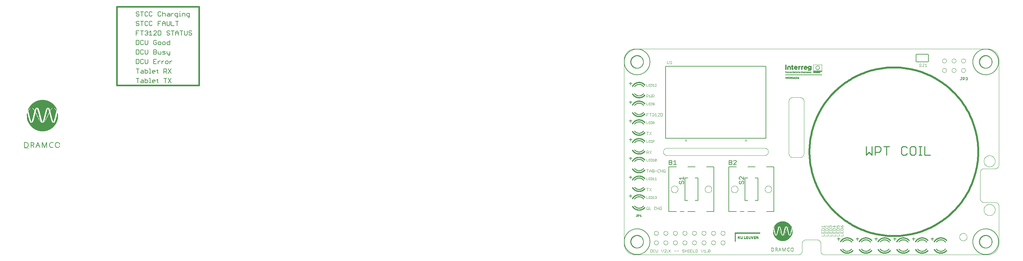
<source format=gto>
G75*
%MOIN*%
%OFA0B0*%
%FSLAX25Y25*%
%IPPOS*%
%LPD*%
%AMOC8*
5,1,8,0,0,1.08239X$1,22.5*
%
%ADD10C,0.00000*%
%ADD11C,0.01600*%
%ADD12R,0.00840X0.00040*%
%ADD13R,0.00720X0.00040*%
%ADD14R,0.01440X0.00040*%
%ADD15R,0.01200X0.00040*%
%ADD16R,0.01840X0.00040*%
%ADD17R,0.00400X0.00040*%
%ADD18R,0.00440X0.00040*%
%ADD19R,0.00440X0.00040*%
%ADD20R,0.00480X0.00040*%
%ADD21R,0.00240X0.00040*%
%ADD22R,0.00360X0.00040*%
%ADD23R,0.01840X0.00040*%
%ADD24R,0.01520X0.00040*%
%ADD25R,0.02120X0.00040*%
%ADD26R,0.00320X0.00040*%
%ADD27R,0.02120X0.00040*%
%ADD28R,0.01800X0.00040*%
%ADD29R,0.02320X0.00040*%
%ADD30R,0.02400X0.00040*%
%ADD31R,0.02000X0.00040*%
%ADD32R,0.02480X0.00040*%
%ADD33R,0.00400X0.00040*%
%ADD34R,0.00440X0.00040*%
%ADD35R,0.00360X0.00040*%
%ADD36R,0.02520X0.00040*%
%ADD37R,0.02240X0.00040*%
%ADD38R,0.02600X0.00040*%
%ADD39R,0.02720X0.00040*%
%ADD40R,0.02680X0.00040*%
%ADD41R,0.02520X0.00040*%
%ADD42R,0.02840X0.00040*%
%ADD43R,0.02760X0.00040*%
%ADD44R,0.02640X0.00040*%
%ADD45R,0.02920X0.00040*%
%ADD46R,0.01160X0.00040*%
%ADD47R,0.00880X0.00040*%
%ADD48R,0.03000X0.00040*%
%ADD49R,0.00480X0.00040*%
%ADD50R,0.00520X0.00040*%
%ADD51R,0.01000X0.00040*%
%ADD52R,0.00560X0.00040*%
%ADD53R,0.00920X0.00040*%
%ADD54R,0.00560X0.00040*%
%ADD55R,0.00320X0.00040*%
%ADD56R,0.00840X0.00040*%
%ADD57R,0.01000X0.00040*%
%ADD58R,0.00600X0.00040*%
%ADD59R,0.00160X0.00040*%
%ADD60R,0.00760X0.00040*%
%ADD61R,0.00920X0.00040*%
%ADD62R,0.00640X0.00040*%
%ADD63R,0.00720X0.00040*%
%ADD64R,0.00680X0.00040*%
%ADD65R,0.00720X0.00040*%
%ADD66R,0.00640X0.00040*%
%ADD67R,0.00800X0.00040*%
%ADD68R,0.00680X0.00040*%
%ADD69R,0.00600X0.00040*%
%ADD70R,0.00800X0.00040*%
%ADD71R,0.00520X0.00040*%
%ADD72R,0.00640X0.00040*%
%ADD73R,0.00440X0.00040*%
%ADD74R,0.00520X0.00040*%
%ADD75R,0.00520X0.00040*%
%ADD76R,0.03120X0.00040*%
%ADD77R,0.03040X0.00040*%
%ADD78R,0.03040X0.00040*%
%ADD79R,0.03000X0.00040*%
%ADD80R,0.02960X0.00040*%
%ADD81R,0.02880X0.00040*%
%ADD82R,0.02240X0.00040*%
%ADD83R,0.02200X0.00040*%
%ADD84R,0.02200X0.00040*%
%ADD85R,0.02360X0.00040*%
%ADD86R,0.02440X0.00040*%
%ADD87R,0.02560X0.00040*%
%ADD88R,0.02640X0.00040*%
%ADD89R,0.00040X0.00040*%
%ADD90R,0.00880X0.00040*%
%ADD91R,0.00320X0.00040*%
%ADD92R,0.00720X0.00040*%
%ADD93R,0.00240X0.00040*%
%ADD94R,0.00960X0.00040*%
%ADD95R,0.01080X0.00040*%
%ADD96R,0.01280X0.00040*%
%ADD97R,0.03040X0.00040*%
%ADD98R,0.02800X0.00040*%
%ADD99R,0.01040X0.00040*%
%ADD100R,0.02960X0.00040*%
%ADD101R,0.02720X0.00040*%
%ADD102R,0.01200X0.00040*%
%ADD103R,0.01120X0.00040*%
%ADD104R,0.02800X0.00040*%
%ADD105R,0.02840X0.00040*%
%ADD106R,0.02480X0.00040*%
%ADD107R,0.02400X0.00040*%
%ADD108R,0.00320X0.00040*%
%ADD109R,0.02120X0.00040*%
%ADD110R,0.02000X0.00040*%
%ADD111R,0.02160X0.00040*%
%ADD112R,0.01880X0.00040*%
%ADD113R,0.01720X0.00040*%
%ADD114R,0.01600X0.00040*%
%ADD115R,0.00280X0.00040*%
%ADD116R,0.03880X0.00040*%
%ADD117R,0.04480X0.00040*%
%ADD118R,0.05040X0.00040*%
%ADD119R,0.05520X0.00040*%
%ADD120R,0.06000X0.00040*%
%ADD121R,0.06400X0.00040*%
%ADD122R,0.06800X0.00040*%
%ADD123R,0.07160X0.00040*%
%ADD124R,0.07520X0.00040*%
%ADD125R,0.07840X0.00040*%
%ADD126R,0.08160X0.00040*%
%ADD127R,0.08440X0.00040*%
%ADD128R,0.08760X0.00040*%
%ADD129R,0.09040X0.00040*%
%ADD130R,0.09280X0.00040*%
%ADD131R,0.09560X0.00040*%
%ADD132R,0.09840X0.00040*%
%ADD133R,0.10080X0.00040*%
%ADD134R,0.10320X0.00040*%
%ADD135R,0.10560X0.00040*%
%ADD136R,0.10800X0.00040*%
%ADD137R,0.11000X0.00040*%
%ADD138R,0.11240X0.00040*%
%ADD139R,0.11440X0.00040*%
%ADD140R,0.11680X0.00040*%
%ADD141R,0.11880X0.00040*%
%ADD142R,0.12080X0.00040*%
%ADD143R,0.12280X0.00040*%
%ADD144R,0.12480X0.00040*%
%ADD145R,0.12680X0.00040*%
%ADD146R,0.12840X0.00040*%
%ADD147R,0.13040X0.00040*%
%ADD148R,0.13240X0.00040*%
%ADD149R,0.13400X0.00040*%
%ADD150R,0.13600X0.00040*%
%ADD151R,0.13760X0.00040*%
%ADD152R,0.13920X0.00040*%
%ADD153R,0.14080X0.00040*%
%ADD154R,0.14280X0.00040*%
%ADD155R,0.14440X0.00040*%
%ADD156R,0.14600X0.00040*%
%ADD157R,0.14760X0.00040*%
%ADD158R,0.14920X0.00040*%
%ADD159R,0.15040X0.00040*%
%ADD160R,0.15200X0.00040*%
%ADD161R,0.15360X0.00040*%
%ADD162R,0.15520X0.00040*%
%ADD163R,0.15680X0.00040*%
%ADD164R,0.15800X0.00040*%
%ADD165R,0.15960X0.00040*%
%ADD166R,0.16120X0.00040*%
%ADD167R,0.16240X0.00040*%
%ADD168R,0.16360X0.00040*%
%ADD169R,0.16520X0.00040*%
%ADD170R,0.16640X0.00040*%
%ADD171R,0.16800X0.00040*%
%ADD172R,0.16920X0.00040*%
%ADD173R,0.17040X0.00040*%
%ADD174R,0.17200X0.00040*%
%ADD175R,0.17320X0.00040*%
%ADD176R,0.17440X0.00040*%
%ADD177R,0.17560X0.00040*%
%ADD178R,0.17680X0.00040*%
%ADD179R,0.17800X0.00040*%
%ADD180R,0.17920X0.00040*%
%ADD181R,0.18040X0.00040*%
%ADD182R,0.18200X0.00040*%
%ADD183R,0.18280X0.00040*%
%ADD184R,0.18400X0.00040*%
%ADD185R,0.18520X0.00040*%
%ADD186R,0.18640X0.00040*%
%ADD187R,0.18760X0.00040*%
%ADD188R,0.18880X0.00040*%
%ADD189R,0.19000X0.00040*%
%ADD190R,0.19120X0.00040*%
%ADD191R,0.19200X0.00040*%
%ADD192R,0.19320X0.00040*%
%ADD193R,0.19440X0.00040*%
%ADD194R,0.19560X0.00040*%
%ADD195R,0.19640X0.00040*%
%ADD196R,0.19760X0.00040*%
%ADD197R,0.19840X0.00040*%
%ADD198R,0.19960X0.00040*%
%ADD199R,0.20080X0.00040*%
%ADD200R,0.20160X0.00040*%
%ADD201R,0.20280X0.00040*%
%ADD202R,0.20360X0.00040*%
%ADD203R,0.20480X0.00040*%
%ADD204R,0.20560X0.00040*%
%ADD205R,0.20680X0.00040*%
%ADD206R,0.20760X0.00040*%
%ADD207R,0.20880X0.00040*%
%ADD208R,0.20960X0.00040*%
%ADD209R,0.21040X0.00040*%
%ADD210R,0.21160X0.00040*%
%ADD211R,0.21240X0.00040*%
%ADD212R,0.21320X0.00040*%
%ADD213R,0.21440X0.00040*%
%ADD214R,0.21520X0.00040*%
%ADD215R,0.21600X0.00040*%
%ADD216R,0.21720X0.00040*%
%ADD217R,0.21800X0.00040*%
%ADD218R,0.21880X0.00040*%
%ADD219R,0.21960X0.00040*%
%ADD220R,0.22080X0.00040*%
%ADD221R,0.22160X0.00040*%
%ADD222R,0.22240X0.00040*%
%ADD223R,0.22320X0.00040*%
%ADD224R,0.22400X0.00040*%
%ADD225R,0.22480X0.00040*%
%ADD226R,0.22600X0.00040*%
%ADD227R,0.22680X0.00040*%
%ADD228R,0.22760X0.00040*%
%ADD229R,0.22840X0.00040*%
%ADD230R,0.22920X0.00040*%
%ADD231R,0.23000X0.00040*%
%ADD232R,0.23080X0.00040*%
%ADD233R,0.23160X0.00040*%
%ADD234R,0.23240X0.00040*%
%ADD235R,0.23320X0.00040*%
%ADD236R,0.23400X0.00040*%
%ADD237R,0.23480X0.00040*%
%ADD238R,0.23560X0.00040*%
%ADD239R,0.23640X0.00040*%
%ADD240R,0.23720X0.00040*%
%ADD241R,0.23760X0.00040*%
%ADD242R,0.23840X0.00040*%
%ADD243R,0.23920X0.00040*%
%ADD244R,0.24000X0.00040*%
%ADD245R,0.24080X0.00040*%
%ADD246R,0.24160X0.00040*%
%ADD247R,0.24200X0.00040*%
%ADD248R,0.24280X0.00040*%
%ADD249R,0.24360X0.00040*%
%ADD250R,0.24440X0.00040*%
%ADD251R,0.24520X0.00040*%
%ADD252R,0.24560X0.00040*%
%ADD253R,0.24640X0.00040*%
%ADD254R,0.24720X0.00040*%
%ADD255R,0.24800X0.00040*%
%ADD256R,0.24840X0.00040*%
%ADD257R,0.24920X0.00040*%
%ADD258R,0.25000X0.00040*%
%ADD259R,0.25080X0.00040*%
%ADD260R,0.25120X0.00040*%
%ADD261R,0.25200X0.00040*%
%ADD262R,0.25240X0.00040*%
%ADD263R,0.25320X0.00040*%
%ADD264R,0.25400X0.00040*%
%ADD265R,0.25440X0.00040*%
%ADD266R,0.25520X0.00040*%
%ADD267R,0.25560X0.00040*%
%ADD268R,0.25640X0.00040*%
%ADD269R,0.25720X0.00040*%
%ADD270R,0.25760X0.00040*%
%ADD271R,0.25840X0.00040*%
%ADD272R,0.25880X0.00040*%
%ADD273R,0.25960X0.00040*%
%ADD274R,0.26040X0.00040*%
%ADD275R,0.26080X0.00040*%
%ADD276R,0.26120X0.00040*%
%ADD277R,0.26200X0.00040*%
%ADD278R,0.26280X0.00040*%
%ADD279R,0.26320X0.00040*%
%ADD280R,0.26360X0.00040*%
%ADD281R,0.26440X0.00040*%
%ADD282R,0.26520X0.00040*%
%ADD283R,0.26560X0.00040*%
%ADD284R,0.26600X0.00040*%
%ADD285R,0.26680X0.00040*%
%ADD286R,0.26720X0.00040*%
%ADD287R,0.26800X0.00040*%
%ADD288R,0.26840X0.00040*%
%ADD289R,0.26880X0.00040*%
%ADD290R,0.26960X0.00040*%
%ADD291R,0.27000X0.00040*%
%ADD292R,0.27080X0.00040*%
%ADD293R,0.27120X0.00040*%
%ADD294R,0.27160X0.00040*%
%ADD295R,0.27240X0.00040*%
%ADD296R,0.27280X0.00040*%
%ADD297R,0.27320X0.00040*%
%ADD298R,0.27400X0.00040*%
%ADD299R,0.27440X0.00040*%
%ADD300R,0.27480X0.00040*%
%ADD301R,0.27560X0.00040*%
%ADD302R,0.27600X0.00040*%
%ADD303R,0.27640X0.00040*%
%ADD304R,0.27680X0.00040*%
%ADD305R,0.27720X0.00040*%
%ADD306R,0.27800X0.00040*%
%ADD307R,0.27840X0.00040*%
%ADD308R,0.27880X0.00040*%
%ADD309R,0.27960X0.00040*%
%ADD310R,0.28000X0.00040*%
%ADD311R,0.28040X0.00040*%
%ADD312R,0.28080X0.00040*%
%ADD313R,0.28120X0.00040*%
%ADD314R,0.28200X0.00040*%
%ADD315R,0.28240X0.00040*%
%ADD316R,0.28280X0.00040*%
%ADD317R,0.28320X0.00040*%
%ADD318R,0.28360X0.00040*%
%ADD319R,0.28400X0.00040*%
%ADD320R,0.28440X0.00040*%
%ADD321R,0.28520X0.00040*%
%ADD322R,0.28560X0.00040*%
%ADD323R,0.28600X0.00040*%
%ADD324R,0.28640X0.00040*%
%ADD325R,0.28680X0.00040*%
%ADD326R,0.28720X0.00040*%
%ADD327R,0.28760X0.00040*%
%ADD328R,0.28800X0.00040*%
%ADD329R,0.28840X0.00040*%
%ADD330R,0.28920X0.00040*%
%ADD331R,0.10960X0.00040*%
%ADD332R,0.10520X0.00040*%
%ADD333R,0.10520X0.00040*%
%ADD334R,0.02520X0.00040*%
%ADD335R,0.10200X0.00040*%
%ADD336R,0.10000X0.00040*%
%ADD337R,0.02320X0.00040*%
%ADD338R,0.09800X0.00040*%
%ADD339R,0.09680X0.00040*%
%ADD340R,0.02120X0.00040*%
%ADD341R,0.09560X0.00040*%
%ADD342R,0.02040X0.00040*%
%ADD343R,0.09480X0.00040*%
%ADD344R,0.09440X0.00040*%
%ADD345R,0.09360X0.00040*%
%ADD346R,0.09320X0.00040*%
%ADD347R,0.02080X0.00040*%
%ADD348R,0.09240X0.00040*%
%ADD349R,0.09240X0.00040*%
%ADD350R,0.09160X0.00040*%
%ADD351R,0.01960X0.00040*%
%ADD352R,0.09080X0.00040*%
%ADD353R,0.01960X0.00040*%
%ADD354R,0.09000X0.00040*%
%ADD355R,0.01920X0.00040*%
%ADD356R,0.08960X0.00040*%
%ADD357R,0.08920X0.00040*%
%ADD358R,0.01920X0.00040*%
%ADD359R,0.08840X0.00040*%
%ADD360R,0.08800X0.00040*%
%ADD361R,0.08760X0.00040*%
%ADD362R,0.01920X0.00040*%
%ADD363R,0.08640X0.00040*%
%ADD364R,0.01920X0.00040*%
%ADD365R,0.08600X0.00040*%
%ADD366R,0.08560X0.00040*%
%ADD367R,0.08480X0.00040*%
%ADD368R,0.08440X0.00040*%
%ADD369R,0.08400X0.00040*%
%ADD370R,0.08360X0.00040*%
%ADD371R,0.08320X0.00040*%
%ADD372R,0.01880X0.00040*%
%ADD373R,0.08240X0.00040*%
%ADD374R,0.08120X0.00040*%
%ADD375R,0.08080X0.00040*%
%ADD376R,0.08040X0.00040*%
%ADD377R,0.08000X0.00040*%
%ADD378R,0.07960X0.00040*%
%ADD379R,0.01840X0.00040*%
%ADD380R,0.07920X0.00040*%
%ADD381R,0.07920X0.00040*%
%ADD382R,0.07880X0.00040*%
%ADD383R,0.07840X0.00040*%
%ADD384R,0.00080X0.00040*%
%ADD385R,0.07800X0.00040*%
%ADD386R,0.00120X0.00040*%
%ADD387R,0.07760X0.00040*%
%ADD388R,0.07720X0.00040*%
%ADD389R,0.00120X0.00040*%
%ADD390R,0.07640X0.00040*%
%ADD391R,0.07680X0.00040*%
%ADD392R,0.01800X0.00040*%
%ADD393R,0.00200X0.00040*%
%ADD394R,0.07640X0.00040*%
%ADD395R,0.07600X0.00040*%
%ADD396R,0.00240X0.00040*%
%ADD397R,0.07560X0.00040*%
%ADD398R,0.07520X0.00040*%
%ADD399R,0.07480X0.00040*%
%ADD400R,0.07440X0.00040*%
%ADD401R,0.07400X0.00040*%
%ADD402R,0.07360X0.00040*%
%ADD403R,0.07320X0.00040*%
%ADD404R,0.07320X0.00040*%
%ADD405R,0.01840X0.00040*%
%ADD406R,0.07280X0.00040*%
%ADD407R,0.07240X0.00040*%
%ADD408R,0.07200X0.00040*%
%ADD409R,0.07160X0.00040*%
%ADD410R,0.07120X0.00040*%
%ADD411R,0.07120X0.00040*%
%ADD412R,0.07080X0.00040*%
%ADD413R,0.07040X0.00040*%
%ADD414R,0.07000X0.00040*%
%ADD415R,0.06960X0.00040*%
%ADD416R,0.06920X0.00040*%
%ADD417R,0.06920X0.00040*%
%ADD418R,0.06880X0.00040*%
%ADD419R,0.06840X0.00040*%
%ADD420R,0.00760X0.00040*%
%ADD421R,0.06840X0.00040*%
%ADD422R,0.06760X0.00040*%
%ADD423R,0.06720X0.00040*%
%ADD424R,0.00040X0.00040*%
%ADD425R,0.06720X0.00040*%
%ADD426R,0.06680X0.00040*%
%ADD427R,0.06640X0.00040*%
%ADD428R,0.06600X0.00040*%
%ADD429R,0.00120X0.00040*%
%ADD430R,0.00080X0.00040*%
%ADD431R,0.00920X0.00040*%
%ADD432R,0.06560X0.00040*%
%ADD433R,0.06520X0.00040*%
%ADD434R,0.06520X0.00040*%
%ADD435R,0.06480X0.00040*%
%ADD436R,0.06440X0.00040*%
%ADD437R,0.01040X0.00040*%
%ADD438R,0.06360X0.00040*%
%ADD439R,0.00160X0.00040*%
%ADD440R,0.06320X0.00040*%
%ADD441R,0.00200X0.00040*%
%ADD442R,0.06360X0.00040*%
%ADD443R,0.01120X0.00040*%
%ADD444R,0.01120X0.00040*%
%ADD445R,0.06280X0.00040*%
%ADD446R,0.06240X0.00040*%
%ADD447R,0.06200X0.00040*%
%ADD448R,0.06200X0.00040*%
%ADD449R,0.00240X0.00040*%
%ADD450R,0.06160X0.00040*%
%ADD451R,0.01240X0.00040*%
%ADD452R,0.06120X0.00040*%
%ADD453R,0.06120X0.00040*%
%ADD454R,0.06080X0.00040*%
%ADD455R,0.06040X0.00040*%
%ADD456R,0.01320X0.00040*%
%ADD457R,0.01320X0.00040*%
%ADD458R,0.05960X0.00040*%
%ADD459R,0.01320X0.00040*%
%ADD460R,0.01360X0.00040*%
%ADD461R,0.05960X0.00040*%
%ADD462R,0.05920X0.00040*%
%ADD463R,0.01400X0.00040*%
%ADD464R,0.05880X0.00040*%
%ADD465R,0.05840X0.00040*%
%ADD466R,0.05800X0.00040*%
%ADD467R,0.01480X0.00040*%
%ADD468R,0.05760X0.00040*%
%ADD469R,0.01440X0.00040*%
%ADD470R,0.01480X0.00040*%
%ADD471R,0.05720X0.00040*%
%ADD472R,0.05760X0.00040*%
%ADD473R,0.01760X0.00040*%
%ADD474R,0.01520X0.00040*%
%ADD475R,0.05680X0.00040*%
%ADD476R,0.01560X0.00040*%
%ADD477R,0.05640X0.00040*%
%ADD478R,0.01760X0.00040*%
%ADD479R,0.01600X0.00040*%
%ADD480R,0.05600X0.00040*%
%ADD481R,0.05560X0.00040*%
%ADD482R,0.05560X0.00040*%
%ADD483R,0.05520X0.00040*%
%ADD484R,0.01640X0.00040*%
%ADD485R,0.05480X0.00040*%
%ADD486R,0.01680X0.00040*%
%ADD487R,0.05440X0.00040*%
%ADD488R,0.05440X0.00040*%
%ADD489R,0.01720X0.00040*%
%ADD490R,0.05400X0.00040*%
%ADD491R,0.01720X0.00040*%
%ADD492R,0.05360X0.00040*%
%ADD493R,0.05320X0.00040*%
%ADD494R,0.05280X0.00040*%
%ADD495R,0.05240X0.00040*%
%ADD496R,0.05240X0.00040*%
%ADD497R,0.05200X0.00040*%
%ADD498R,0.05200X0.00040*%
%ADD499R,0.05160X0.00040*%
%ADD500R,0.05120X0.00040*%
%ADD501R,0.05120X0.00040*%
%ADD502R,0.05080X0.00040*%
%ADD503R,0.05000X0.00040*%
%ADD504R,0.05040X0.00040*%
%ADD505R,0.04960X0.00040*%
%ADD506R,0.04920X0.00040*%
%ADD507R,0.04920X0.00040*%
%ADD508R,0.02040X0.00040*%
%ADD509R,0.04880X0.00040*%
%ADD510R,0.02080X0.00040*%
%ADD511R,0.04880X0.00040*%
%ADD512R,0.04840X0.00040*%
%ADD513R,0.04800X0.00040*%
%ADD514R,0.04760X0.00040*%
%ADD515R,0.04720X0.00040*%
%ADD516R,0.04720X0.00040*%
%ADD517R,0.02160X0.00040*%
%ADD518R,0.04680X0.00040*%
%ADD519R,0.04680X0.00040*%
%ADD520R,0.04640X0.00040*%
%ADD521R,0.04600X0.00040*%
%ADD522R,0.02280X0.00040*%
%ADD523R,0.04560X0.00040*%
%ADD524R,0.02280X0.00040*%
%ADD525R,0.04560X0.00040*%
%ADD526R,0.04520X0.00040*%
%ADD527R,0.04440X0.00040*%
%ADD528R,0.04400X0.00040*%
%ADD529R,0.04400X0.00040*%
%ADD530R,0.00840X0.00040*%
%ADD531R,0.04360X0.00040*%
%ADD532R,0.04360X0.00040*%
%ADD533R,0.04320X0.00040*%
%ADD534R,0.00840X0.00040*%
%ADD535R,0.04320X0.00040*%
%ADD536R,0.04280X0.00040*%
%ADD537R,0.01720X0.00040*%
%ADD538R,0.04240X0.00040*%
%ADD539R,0.04240X0.00040*%
%ADD540R,0.04200X0.00040*%
%ADD541R,0.04200X0.00040*%
%ADD542R,0.02520X0.00040*%
%ADD543R,0.04160X0.00040*%
%ADD544R,0.04120X0.00040*%
%ADD545R,0.04080X0.00040*%
%ADD546R,0.02600X0.00040*%
%ADD547R,0.04080X0.00040*%
%ADD548R,0.00960X0.00040*%
%ADD549R,0.04040X0.00040*%
%ADD550R,0.04000X0.00040*%
%ADD551R,0.03960X0.00040*%
%ADD552R,0.02720X0.00040*%
%ADD553R,0.03920X0.00040*%
%ADD554R,0.01040X0.00040*%
%ADD555R,0.03920X0.00040*%
%ADD556R,0.02720X0.00040*%
%ADD557R,0.03920X0.00040*%
%ADD558R,0.03840X0.00040*%
%ADD559R,0.03800X0.00040*%
%ADD560R,0.03760X0.00040*%
%ADD561R,0.01640X0.00040*%
%ADD562R,0.03800X0.00040*%
%ADD563R,0.01080X0.00040*%
%ADD564R,0.03760X0.00040*%
%ADD565R,0.01640X0.00040*%
%ADD566R,0.03720X0.00040*%
%ADD567R,0.01040X0.00040*%
%ADD568R,0.03720X0.00040*%
%ADD569R,0.03680X0.00040*%
%ADD570R,0.03640X0.00040*%
%ADD571R,0.01640X0.00040*%
%ADD572R,0.02920X0.00040*%
%ADD573R,0.03600X0.00040*%
%ADD574R,0.02920X0.00040*%
%ADD575R,0.03600X0.00040*%
%ADD576R,0.02920X0.00040*%
%ADD577R,0.03560X0.00040*%
%ADD578R,0.03520X0.00040*%
%ADD579R,0.03480X0.00040*%
%ADD580R,0.03480X0.00040*%
%ADD581R,0.01160X0.00040*%
%ADD582R,0.03440X0.00040*%
%ADD583R,0.03400X0.00040*%
%ADD584R,0.03080X0.00040*%
%ADD585R,0.03360X0.00040*%
%ADD586R,0.03120X0.00040*%
%ADD587R,0.03320X0.00040*%
%ADD588R,0.03120X0.00040*%
%ADD589R,0.03280X0.00040*%
%ADD590R,0.03320X0.00040*%
%ADD591R,0.03120X0.00040*%
%ADD592R,0.03280X0.00040*%
%ADD593R,0.03160X0.00040*%
%ADD594R,0.03240X0.00040*%
%ADD595R,0.03200X0.00040*%
%ADD596R,0.01560X0.00040*%
%ADD597R,0.03200X0.00040*%
%ADD598R,0.01240X0.00040*%
%ADD599R,0.01280X0.00040*%
%ADD600R,0.03160X0.00040*%
%ADD601R,0.01240X0.00040*%
%ADD602R,0.01320X0.00040*%
%ADD603R,0.01520X0.00040*%
%ADD604R,0.03320X0.00040*%
%ADD605R,0.03320X0.00040*%
%ADD606R,0.03400X0.00040*%
%ADD607R,0.02880X0.00040*%
%ADD608R,0.01360X0.00040*%
%ADD609R,0.01520X0.00040*%
%ADD610R,0.01400X0.00040*%
%ADD611R,0.03520X0.00040*%
%ADD612R,0.03520X0.00040*%
%ADD613R,0.02560X0.00040*%
%ADD614R,0.03640X0.00040*%
%ADD615R,0.01440X0.00040*%
%ADD616R,0.02440X0.00040*%
%ADD617R,0.03720X0.00040*%
%ADD618R,0.03680X0.00040*%
%ADD619R,0.02440X0.00040*%
%ADD620R,0.03880X0.00040*%
%ADD621R,0.03920X0.00040*%
%ADD622R,0.03960X0.00040*%
%ADD623R,0.04000X0.00040*%
%ADD624R,0.01680X0.00040*%
%ADD625R,0.04120X0.00040*%
%ADD626R,0.04160X0.00040*%
%ADD627R,0.04240X0.00040*%
%ADD628R,0.04280X0.00040*%
%ADD629R,0.04440X0.00040*%
%ADD630R,0.04520X0.00040*%
%ADD631R,0.00920X0.00040*%
%ADD632R,0.04640X0.00040*%
%ADD633R,0.04720X0.00040*%
%ADD634R,0.04760X0.00040*%
%ADD635R,0.04840X0.00040*%
%ADD636R,0.04840X0.00040*%
%ADD637R,0.02040X0.00040*%
%ADD638R,0.04920X0.00040*%
%ADD639R,0.04920X0.00040*%
%ADD640R,0.00280X0.00040*%
%ADD641R,0.05120X0.00040*%
%ADD642R,0.05120X0.00040*%
%ADD643R,0.00120X0.00040*%
%ADD644R,0.02240X0.00040*%
%ADD645R,0.05320X0.00040*%
%ADD646R,0.05320X0.00040*%
%ADD647R,0.02320X0.00040*%
%ADD648R,0.02320X0.00040*%
%ADD649R,0.05320X0.00040*%
%ADD650R,0.05400X0.00040*%
%ADD651R,0.05440X0.00040*%
%ADD652R,0.02360X0.00040*%
%ADD653R,0.05520X0.00040*%
%ADD654R,0.05520X0.00040*%
%ADD655R,0.02440X0.00040*%
%ADD656R,0.05600X0.00040*%
%ADD657R,0.05640X0.00040*%
%ADD658R,0.05720X0.00040*%
%ADD659R,0.05720X0.00040*%
%ADD660R,0.05720X0.00040*%
%ADD661R,0.05840X0.00040*%
%ADD662R,0.05920X0.00040*%
%ADD663R,0.05920X0.00040*%
%ADD664R,0.06040X0.00040*%
%ADD665R,0.06040X0.00040*%
%ADD666R,0.02240X0.00040*%
%ADD667R,0.06160X0.00040*%
%ADD668R,0.06280X0.00040*%
%ADD669R,0.02040X0.00040*%
%ADD670R,0.06320X0.00040*%
%ADD671R,0.06400X0.00040*%
%ADD672R,0.06120X0.00040*%
%ADD673R,0.06520X0.00040*%
%ADD674R,0.06120X0.00040*%
%ADD675R,0.06600X0.00040*%
%ADD676R,0.05880X0.00040*%
%ADD677R,0.06640X0.00040*%
%ADD678R,0.06640X0.00040*%
%ADD679R,0.06760X0.00040*%
%ADD680R,0.00040X0.00040*%
%ADD681R,0.00040X0.00040*%
%ADD682R,0.06880X0.00040*%
%ADD683R,0.01440X0.00040*%
%ADD684R,0.07000X0.00040*%
%ADD685R,0.07080X0.00040*%
%ADD686R,0.07120X0.00040*%
%ADD687R,0.07240X0.00040*%
%ADD688R,0.07280X0.00040*%
%ADD689R,0.07320X0.00040*%
%ADD690R,0.07440X0.00040*%
%ADD691R,0.07560X0.00040*%
%ADD692R,0.07600X0.00040*%
%ADD693R,0.07720X0.00040*%
%ADD694R,0.03640X0.00040*%
%ADD695R,0.07720X0.00040*%
%ADD696R,0.03240X0.00040*%
%ADD697R,0.08120X0.00040*%
%ADD698R,0.08200X0.00040*%
%ADD699R,0.08280X0.00040*%
%ADD700R,0.08320X0.00040*%
%ADD701R,0.08520X0.00040*%
%ADD702R,0.08640X0.00040*%
%ADD703R,0.08680X0.00040*%
%ADD704R,0.08800X0.00040*%
%ADD705R,0.08880X0.00040*%
%ADD706R,0.08920X0.00040*%
%ADD707R,0.03240X0.00040*%
%ADD708R,0.09080X0.00040*%
%ADD709R,0.09160X0.00040*%
%ADD710R,0.09320X0.00040*%
%ADD711R,0.09400X0.00040*%
%ADD712R,0.09520X0.00040*%
%ADD713R,0.04320X0.00040*%
%ADD714R,0.09640X0.00040*%
%ADD715R,0.04320X0.00040*%
%ADD716R,0.09960X0.00040*%
%ADD717R,0.10160X0.00040*%
%ADD718R,0.10400X0.00040*%
%ADD719R,0.07880X0.00040*%
%ADD720R,0.10800X0.00040*%
%ADD721R,0.07960X0.00040*%
%ADD722R,0.27880X0.00040*%
%ADD723R,0.27840X0.00040*%
%ADD724R,0.27760X0.00040*%
%ADD725R,0.27640X0.00040*%
%ADD726R,0.27600X0.00040*%
%ADD727R,0.27400X0.00040*%
%ADD728R,0.27320X0.00040*%
%ADD729R,0.27120X0.00040*%
%ADD730R,0.27080X0.00040*%
%ADD731R,0.26920X0.00040*%
%ADD732R,0.26840X0.00040*%
%ADD733R,0.26800X0.00040*%
%ADD734R,0.26760X0.00040*%
%ADD735R,0.26560X0.00040*%
%ADD736R,0.26520X0.00040*%
%ADD737R,0.26400X0.00040*%
%ADD738R,0.26280X0.00040*%
%ADD739R,0.26200X0.00040*%
%ADD740R,0.26160X0.00040*%
%ADD741R,0.25960X0.00040*%
%ADD742R,0.25920X0.00040*%
%ADD743R,0.25800X0.00040*%
%ADD744R,0.25640X0.00040*%
%ADD745R,0.25600X0.00040*%
%ADD746R,0.25480X0.00040*%
%ADD747R,0.25320X0.00040*%
%ADD748R,0.25280X0.00040*%
%ADD749R,0.25160X0.00040*%
%ADD750R,0.25000X0.00040*%
%ADD751R,0.24920X0.00040*%
%ADD752R,0.24880X0.00040*%
%ADD753R,0.24760X0.00040*%
%ADD754R,0.24680X0.00040*%
%ADD755R,0.24600X0.00040*%
%ADD756R,0.24320X0.00040*%
%ADD757R,0.24240X0.00040*%
%ADD758R,0.24040X0.00040*%
%ADD759R,0.23960X0.00040*%
%ADD760R,0.23880X0.00040*%
%ADD761R,0.23800X0.00040*%
%ADD762R,0.23560X0.00040*%
%ADD763R,0.23480X0.00040*%
%ADD764R,0.23160X0.00040*%
%ADD765R,0.23080X0.00040*%
%ADD766R,0.22760X0.00040*%
%ADD767R,0.22680X0.00040*%
%ADD768R,0.22520X0.00040*%
%ADD769R,0.22440X0.00040*%
%ADD770R,0.22360X0.00040*%
%ADD771R,0.22280X0.00040*%
%ADD772R,0.22200X0.00040*%
%ADD773R,0.22000X0.00040*%
%ADD774R,0.21920X0.00040*%
%ADD775R,0.21840X0.00040*%
%ADD776R,0.21640X0.00040*%
%ADD777R,0.21560X0.00040*%
%ADD778R,0.21480X0.00040*%
%ADD779R,0.21360X0.00040*%
%ADD780R,0.21280X0.00040*%
%ADD781R,0.21200X0.00040*%
%ADD782R,0.21080X0.00040*%
%ADD783R,0.21000X0.00040*%
%ADD784R,0.20880X0.00040*%
%ADD785R,0.20800X0.00040*%
%ADD786R,0.20720X0.00040*%
%ADD787R,0.20600X0.00040*%
%ADD788R,0.20520X0.00040*%
%ADD789R,0.20400X0.00040*%
%ADD790R,0.20320X0.00040*%
%ADD791R,0.20200X0.00040*%
%ADD792R,0.20120X0.00040*%
%ADD793R,0.20000X0.00040*%
%ADD794R,0.19880X0.00040*%
%ADD795R,0.19800X0.00040*%
%ADD796R,0.19680X0.00040*%
%ADD797R,0.19480X0.00040*%
%ADD798R,0.19360X0.00040*%
%ADD799R,0.19240X0.00040*%
%ADD800R,0.19160X0.00040*%
%ADD801R,0.19040X0.00040*%
%ADD802R,0.18920X0.00040*%
%ADD803R,0.18800X0.00040*%
%ADD804R,0.18680X0.00040*%
%ADD805R,0.18560X0.00040*%
%ADD806R,0.18480X0.00040*%
%ADD807R,0.18360X0.00040*%
%ADD808R,0.18240X0.00040*%
%ADD809R,0.18120X0.00040*%
%ADD810R,0.18000X0.00040*%
%ADD811R,0.17840X0.00040*%
%ADD812R,0.17720X0.00040*%
%ADD813R,0.17600X0.00040*%
%ADD814R,0.17480X0.00040*%
%ADD815R,0.17360X0.00040*%
%ADD816R,0.17240X0.00040*%
%ADD817R,0.17120X0.00040*%
%ADD818R,0.16960X0.00040*%
%ADD819R,0.16840X0.00040*%
%ADD820R,0.16720X0.00040*%
%ADD821R,0.16560X0.00040*%
%ADD822R,0.16440X0.00040*%
%ADD823R,0.16320X0.00040*%
%ADD824R,0.16160X0.00040*%
%ADD825R,0.16000X0.00040*%
%ADD826R,0.15880X0.00040*%
%ADD827R,0.15720X0.00040*%
%ADD828R,0.15560X0.00040*%
%ADD829R,0.15440X0.00040*%
%ADD830R,0.15280X0.00040*%
%ADD831R,0.15160X0.00040*%
%ADD832R,0.14960X0.00040*%
%ADD833R,0.14800X0.00040*%
%ADD834R,0.14640X0.00040*%
%ADD835R,0.14480X0.00040*%
%ADD836R,0.14320X0.00040*%
%ADD837R,0.14160X0.00040*%
%ADD838R,0.14000X0.00040*%
%ADD839R,0.13840X0.00040*%
%ADD840R,0.13680X0.00040*%
%ADD841R,0.13480X0.00040*%
%ADD842R,0.13320X0.00040*%
%ADD843R,0.13120X0.00040*%
%ADD844R,0.12960X0.00040*%
%ADD845R,0.12760X0.00040*%
%ADD846R,0.12560X0.00040*%
%ADD847R,0.12360X0.00040*%
%ADD848R,0.12160X0.00040*%
%ADD849R,0.11960X0.00040*%
%ADD850R,0.11760X0.00040*%
%ADD851R,0.11560X0.00040*%
%ADD852R,0.11360X0.00040*%
%ADD853R,0.11120X0.00040*%
%ADD854R,0.10920X0.00040*%
%ADD855R,0.10680X0.00040*%
%ADD856R,0.10440X0.00040*%
%ADD857R,0.09960X0.00040*%
%ADD858R,0.09720X0.00040*%
%ADD859R,0.09440X0.00040*%
%ADD860R,0.08600X0.00040*%
%ADD861R,0.06960X0.00040*%
%ADD862C,0.00500*%
%ADD863R,0.00525X0.00025*%
%ADD864R,0.00450X0.00025*%
%ADD865R,0.00900X0.00025*%
%ADD866R,0.00750X0.00025*%
%ADD867R,0.01150X0.00025*%
%ADD868R,0.00250X0.00025*%
%ADD869R,0.00275X0.00025*%
%ADD870R,0.00300X0.00025*%
%ADD871R,0.00150X0.00025*%
%ADD872R,0.00225X0.00025*%
%ADD873R,0.00950X0.00025*%
%ADD874R,0.01325X0.00025*%
%ADD875R,0.00200X0.00025*%
%ADD876R,0.01125X0.00025*%
%ADD877R,0.01450X0.00025*%
%ADD878R,0.01500X0.00025*%
%ADD879R,0.01250X0.00025*%
%ADD880R,0.01550X0.00025*%
%ADD881R,0.01575X0.00025*%
%ADD882R,0.01400X0.00025*%
%ADD883R,0.01625X0.00025*%
%ADD884R,0.01700X0.00025*%
%ADD885R,0.01675X0.00025*%
%ADD886R,0.01775X0.00025*%
%ADD887R,0.01725X0.00025*%
%ADD888R,0.01650X0.00025*%
%ADD889R,0.01825X0.00025*%
%ADD890R,0.00725X0.00025*%
%ADD891R,0.00550X0.00025*%
%ADD892R,0.01875X0.00025*%
%ADD893R,0.00325X0.00025*%
%ADD894R,0.00625X0.00025*%
%ADD895R,0.00350X0.00025*%
%ADD896R,0.00575X0.00025*%
%ADD897R,0.00375X0.00025*%
%ADD898R,0.00100X0.00025*%
%ADD899R,0.00475X0.00025*%
%ADD900R,0.00400X0.00025*%
%ADD901R,0.00425X0.00025*%
%ADD902R,0.00500X0.00025*%
%ADD903R,0.01950X0.00025*%
%ADD904R,0.01900X0.00025*%
%ADD905R,0.01850X0.00025*%
%ADD906R,0.01800X0.00025*%
%ADD907R,0.01375X0.00025*%
%ADD908R,0.01475X0.00025*%
%ADD909R,0.01525X0.00025*%
%ADD910R,0.01600X0.00025*%
%ADD911R,0.00025X0.00025*%
%ADD912R,0.00600X0.00025*%
%ADD913R,0.00675X0.00025*%
%ADD914R,0.00800X0.00025*%
%ADD915R,0.01750X0.00025*%
%ADD916R,0.00650X0.00025*%
%ADD917R,0.00700X0.00025*%
%ADD918R,0.01350X0.00025*%
%ADD919R,0.01175X0.00025*%
%ADD920R,0.01075X0.00025*%
%ADD921R,0.01000X0.00025*%
%ADD922R,0.00175X0.00025*%
%ADD923R,0.02425X0.00025*%
%ADD924R,0.02800X0.00025*%
%ADD925R,0.03150X0.00025*%
%ADD926R,0.03450X0.00025*%
%ADD927R,0.03750X0.00025*%
%ADD928R,0.04000X0.00025*%
%ADD929R,0.04250X0.00025*%
%ADD930R,0.04475X0.00025*%
%ADD931R,0.04700X0.00025*%
%ADD932R,0.04900X0.00025*%
%ADD933R,0.05100X0.00025*%
%ADD934R,0.05275X0.00025*%
%ADD935R,0.05475X0.00025*%
%ADD936R,0.05650X0.00025*%
%ADD937R,0.05800X0.00025*%
%ADD938R,0.05975X0.00025*%
%ADD939R,0.06150X0.00025*%
%ADD940R,0.06300X0.00025*%
%ADD941R,0.06450X0.00025*%
%ADD942R,0.06600X0.00025*%
%ADD943R,0.06750X0.00025*%
%ADD944R,0.06875X0.00025*%
%ADD945R,0.07025X0.00025*%
%ADD946R,0.07150X0.00025*%
%ADD947R,0.07300X0.00025*%
%ADD948R,0.07425X0.00025*%
%ADD949R,0.07550X0.00025*%
%ADD950R,0.07675X0.00025*%
%ADD951R,0.07800X0.00025*%
%ADD952R,0.07925X0.00025*%
%ADD953R,0.08025X0.00025*%
%ADD954R,0.08150X0.00025*%
%ADD955R,0.08275X0.00025*%
%ADD956R,0.08375X0.00025*%
%ADD957R,0.08500X0.00025*%
%ADD958R,0.08600X0.00025*%
%ADD959R,0.08700X0.00025*%
%ADD960R,0.08800X0.00025*%
%ADD961R,0.08925X0.00025*%
%ADD962R,0.09025X0.00025*%
%ADD963R,0.09125X0.00025*%
%ADD964R,0.09225X0.00025*%
%ADD965R,0.09325X0.00025*%
%ADD966R,0.09400X0.00025*%
%ADD967R,0.09500X0.00025*%
%ADD968R,0.09600X0.00025*%
%ADD969R,0.09700X0.00025*%
%ADD970R,0.09800X0.00025*%
%ADD971R,0.09875X0.00025*%
%ADD972R,0.09975X0.00025*%
%ADD973R,0.10075X0.00025*%
%ADD974R,0.10150X0.00025*%
%ADD975R,0.10225X0.00025*%
%ADD976R,0.10325X0.00025*%
%ADD977R,0.10400X0.00025*%
%ADD978R,0.10500X0.00025*%
%ADD979R,0.10575X0.00025*%
%ADD980R,0.10650X0.00025*%
%ADD981R,0.10750X0.00025*%
%ADD982R,0.10825X0.00025*%
%ADD983R,0.10900X0.00025*%
%ADD984R,0.10975X0.00025*%
%ADD985R,0.11050X0.00025*%
%ADD986R,0.11125X0.00025*%
%ADD987R,0.11200X0.00025*%
%ADD988R,0.11275X0.00025*%
%ADD989R,0.11375X0.00025*%
%ADD990R,0.11425X0.00025*%
%ADD991R,0.11500X0.00025*%
%ADD992R,0.11575X0.00025*%
%ADD993R,0.11650X0.00025*%
%ADD994R,0.11725X0.00025*%
%ADD995R,0.11800X0.00025*%
%ADD996R,0.11875X0.00025*%
%ADD997R,0.11950X0.00025*%
%ADD998R,0.12000X0.00025*%
%ADD999R,0.12075X0.00025*%
%ADD1000R,0.12150X0.00025*%
%ADD1001R,0.12225X0.00025*%
%ADD1002R,0.12275X0.00025*%
%ADD1003R,0.12350X0.00025*%
%ADD1004R,0.12400X0.00025*%
%ADD1005R,0.12475X0.00025*%
%ADD1006R,0.12550X0.00025*%
%ADD1007R,0.12600X0.00025*%
%ADD1008R,0.12675X0.00025*%
%ADD1009R,0.12725X0.00025*%
%ADD1010R,0.12800X0.00025*%
%ADD1011R,0.12850X0.00025*%
%ADD1012R,0.12925X0.00025*%
%ADD1013R,0.12975X0.00025*%
%ADD1014R,0.13050X0.00025*%
%ADD1015R,0.13100X0.00025*%
%ADD1016R,0.13150X0.00025*%
%ADD1017R,0.13225X0.00025*%
%ADD1018R,0.13275X0.00025*%
%ADD1019R,0.13325X0.00025*%
%ADD1020R,0.13400X0.00025*%
%ADD1021R,0.13450X0.00025*%
%ADD1022R,0.13500X0.00025*%
%ADD1023R,0.13575X0.00025*%
%ADD1024R,0.13625X0.00025*%
%ADD1025R,0.13675X0.00025*%
%ADD1026R,0.13725X0.00025*%
%ADD1027R,0.13800X0.00025*%
%ADD1028R,0.13850X0.00025*%
%ADD1029R,0.13900X0.00025*%
%ADD1030R,0.13950X0.00025*%
%ADD1031R,0.14000X0.00025*%
%ADD1032R,0.14050X0.00025*%
%ADD1033R,0.14125X0.00025*%
%ADD1034R,0.14175X0.00025*%
%ADD1035R,0.14225X0.00025*%
%ADD1036R,0.14275X0.00025*%
%ADD1037R,0.14325X0.00025*%
%ADD1038R,0.14375X0.00025*%
%ADD1039R,0.14425X0.00025*%
%ADD1040R,0.14475X0.00025*%
%ADD1041R,0.14525X0.00025*%
%ADD1042R,0.14575X0.00025*%
%ADD1043R,0.14625X0.00025*%
%ADD1044R,0.14675X0.00025*%
%ADD1045R,0.14725X0.00025*%
%ADD1046R,0.14775X0.00025*%
%ADD1047R,0.14825X0.00025*%
%ADD1048R,0.14850X0.00025*%
%ADD1049R,0.14900X0.00025*%
%ADD1050R,0.14950X0.00025*%
%ADD1051R,0.15000X0.00025*%
%ADD1052R,0.15050X0.00025*%
%ADD1053R,0.15100X0.00025*%
%ADD1054R,0.15125X0.00025*%
%ADD1055R,0.15175X0.00025*%
%ADD1056R,0.15225X0.00025*%
%ADD1057R,0.15275X0.00025*%
%ADD1058R,0.15325X0.00025*%
%ADD1059R,0.15350X0.00025*%
%ADD1060R,0.15400X0.00025*%
%ADD1061R,0.15450X0.00025*%
%ADD1062R,0.15500X0.00025*%
%ADD1063R,0.15525X0.00025*%
%ADD1064R,0.15575X0.00025*%
%ADD1065R,0.15625X0.00025*%
%ADD1066R,0.15675X0.00025*%
%ADD1067R,0.15700X0.00025*%
%ADD1068R,0.15750X0.00025*%
%ADD1069R,0.15775X0.00025*%
%ADD1070R,0.15825X0.00025*%
%ADD1071R,0.15875X0.00025*%
%ADD1072R,0.15900X0.00025*%
%ADD1073R,0.15950X0.00025*%
%ADD1074R,0.15975X0.00025*%
%ADD1075R,0.16025X0.00025*%
%ADD1076R,0.16075X0.00025*%
%ADD1077R,0.16100X0.00025*%
%ADD1078R,0.16150X0.00025*%
%ADD1079R,0.16175X0.00025*%
%ADD1080R,0.16225X0.00025*%
%ADD1081R,0.16275X0.00025*%
%ADD1082R,0.16300X0.00025*%
%ADD1083R,0.16325X0.00025*%
%ADD1084R,0.16375X0.00025*%
%ADD1085R,0.16425X0.00025*%
%ADD1086R,0.16450X0.00025*%
%ADD1087R,0.16475X0.00025*%
%ADD1088R,0.16525X0.00025*%
%ADD1089R,0.16575X0.00025*%
%ADD1090R,0.16600X0.00025*%
%ADD1091R,0.16625X0.00025*%
%ADD1092R,0.16675X0.00025*%
%ADD1093R,0.16700X0.00025*%
%ADD1094R,0.16750X0.00025*%
%ADD1095R,0.16775X0.00025*%
%ADD1096R,0.16800X0.00025*%
%ADD1097R,0.16850X0.00025*%
%ADD1098R,0.16875X0.00025*%
%ADD1099R,0.16925X0.00025*%
%ADD1100R,0.16950X0.00025*%
%ADD1101R,0.16975X0.00025*%
%ADD1102R,0.17025X0.00025*%
%ADD1103R,0.17050X0.00025*%
%ADD1104R,0.17075X0.00025*%
%ADD1105R,0.17125X0.00025*%
%ADD1106R,0.17150X0.00025*%
%ADD1107R,0.17175X0.00025*%
%ADD1108R,0.17225X0.00025*%
%ADD1109R,0.17250X0.00025*%
%ADD1110R,0.17275X0.00025*%
%ADD1111R,0.17300X0.00025*%
%ADD1112R,0.17325X0.00025*%
%ADD1113R,0.17375X0.00025*%
%ADD1114R,0.17400X0.00025*%
%ADD1115R,0.17425X0.00025*%
%ADD1116R,0.17475X0.00025*%
%ADD1117R,0.17500X0.00025*%
%ADD1118R,0.17525X0.00025*%
%ADD1119R,0.17550X0.00025*%
%ADD1120R,0.17575X0.00025*%
%ADD1121R,0.17625X0.00025*%
%ADD1122R,0.17650X0.00025*%
%ADD1123R,0.17675X0.00025*%
%ADD1124R,0.17700X0.00025*%
%ADD1125R,0.17725X0.00025*%
%ADD1126R,0.17750X0.00025*%
%ADD1127R,0.17775X0.00025*%
%ADD1128R,0.17825X0.00025*%
%ADD1129R,0.17850X0.00025*%
%ADD1130R,0.17875X0.00025*%
%ADD1131R,0.17900X0.00025*%
%ADD1132R,0.17925X0.00025*%
%ADD1133R,0.17950X0.00025*%
%ADD1134R,0.17975X0.00025*%
%ADD1135R,0.18000X0.00025*%
%ADD1136R,0.18025X0.00025*%
%ADD1137R,0.18075X0.00025*%
%ADD1138R,0.06850X0.00025*%
%ADD1139R,0.06575X0.00025*%
%ADD1140R,0.06375X0.00025*%
%ADD1141R,0.06250X0.00025*%
%ADD1142R,0.06125X0.00025*%
%ADD1143R,0.06050X0.00025*%
%ADD1144R,0.01275X0.00025*%
%ADD1145R,0.05925X0.00025*%
%ADD1146R,0.05900X0.00025*%
%ADD1147R,0.05850X0.00025*%
%ADD1148R,0.05825X0.00025*%
%ADD1149R,0.01300X0.00025*%
%ADD1150R,0.05775X0.00025*%
%ADD1151R,0.05725X0.00025*%
%ADD1152R,0.01225X0.00025*%
%ADD1153R,0.05675X0.00025*%
%ADD1154R,0.05625X0.00025*%
%ADD1155R,0.01200X0.00025*%
%ADD1156R,0.05600X0.00025*%
%ADD1157R,0.05575X0.00025*%
%ADD1158R,0.05525X0.00025*%
%ADD1159R,0.05500X0.00025*%
%ADD1160R,0.05400X0.00025*%
%ADD1161R,0.05375X0.00025*%
%ADD1162R,0.05350X0.00025*%
%ADD1163R,0.05300X0.00025*%
%ADD1164R,0.05250X0.00025*%
%ADD1165R,0.05225X0.00025*%
%ADD1166R,0.05200X0.00025*%
%ADD1167R,0.05150X0.00025*%
%ADD1168R,0.05075X0.00025*%
%ADD1169R,0.05050X0.00025*%
%ADD1170R,0.05025X0.00025*%
%ADD1171R,0.05000X0.00025*%
%ADD1172R,0.04975X0.00025*%
%ADD1173R,0.04950X0.00025*%
%ADD1174R,0.04925X0.00025*%
%ADD1175R,0.00050X0.00025*%
%ADD1176R,0.04875X0.00025*%
%ADD1177R,0.00075X0.00025*%
%ADD1178R,0.04850X0.00025*%
%ADD1179R,0.04825X0.00025*%
%ADD1180R,0.04775X0.00025*%
%ADD1181R,0.04800X0.00025*%
%ADD1182R,0.00125X0.00025*%
%ADD1183R,0.04750X0.00025*%
%ADD1184R,0.04725X0.00025*%
%ADD1185R,0.04675X0.00025*%
%ADD1186R,0.04650X0.00025*%
%ADD1187R,0.04625X0.00025*%
%ADD1188R,0.04600X0.00025*%
%ADD1189R,0.04575X0.00025*%
%ADD1190R,0.04550X0.00025*%
%ADD1191R,0.04525X0.00025*%
%ADD1192R,0.04500X0.00025*%
%ADD1193R,0.04450X0.00025*%
%ADD1194R,0.04425X0.00025*%
%ADD1195R,0.04400X0.00025*%
%ADD1196R,0.04375X0.00025*%
%ADD1197R,0.04350X0.00025*%
%ADD1198R,0.04325X0.00025*%
%ADD1199R,0.04300X0.00025*%
%ADD1200R,0.04275X0.00025*%
%ADD1201R,0.04225X0.00025*%
%ADD1202R,0.04200X0.00025*%
%ADD1203R,0.04175X0.00025*%
%ADD1204R,0.04150X0.00025*%
%ADD1205R,0.04125X0.00025*%
%ADD1206R,0.04100X0.00025*%
%ADD1207R,0.04075X0.00025*%
%ADD1208R,0.04050X0.00025*%
%ADD1209R,0.04025X0.00025*%
%ADD1210R,0.03975X0.00025*%
%ADD1211R,0.03950X0.00025*%
%ADD1212R,0.03925X0.00025*%
%ADD1213R,0.03900X0.00025*%
%ADD1214R,0.03875X0.00025*%
%ADD1215R,0.03850X0.00025*%
%ADD1216R,0.00775X0.00025*%
%ADD1217R,0.03825X0.00025*%
%ADD1218R,0.03800X0.00025*%
%ADD1219R,0.03775X0.00025*%
%ADD1220R,0.00825X0.00025*%
%ADD1221R,0.03725X0.00025*%
%ADD1222R,0.00850X0.00025*%
%ADD1223R,0.03700X0.00025*%
%ADD1224R,0.00875X0.00025*%
%ADD1225R,0.03675X0.00025*%
%ADD1226R,0.03650X0.00025*%
%ADD1227R,0.03625X0.00025*%
%ADD1228R,0.00925X0.00025*%
%ADD1229R,0.03600X0.00025*%
%ADD1230R,0.03575X0.00025*%
%ADD1231R,0.01100X0.00025*%
%ADD1232R,0.03550X0.00025*%
%ADD1233R,0.00975X0.00025*%
%ADD1234R,0.03525X0.00025*%
%ADD1235R,0.03500X0.00025*%
%ADD1236R,0.03475X0.00025*%
%ADD1237R,0.01025X0.00025*%
%ADD1238R,0.03425X0.00025*%
%ADD1239R,0.01050X0.00025*%
%ADD1240R,0.03400X0.00025*%
%ADD1241R,0.03375X0.00025*%
%ADD1242R,0.03350X0.00025*%
%ADD1243R,0.03325X0.00025*%
%ADD1244R,0.03300X0.00025*%
%ADD1245R,0.03275X0.00025*%
%ADD1246R,0.03250X0.00025*%
%ADD1247R,0.03225X0.00025*%
%ADD1248R,0.03200X0.00025*%
%ADD1249R,0.03175X0.00025*%
%ADD1250R,0.03125X0.00025*%
%ADD1251R,0.03100X0.00025*%
%ADD1252R,0.03075X0.00025*%
%ADD1253R,0.03050X0.00025*%
%ADD1254R,0.03025X0.00025*%
%ADD1255R,0.03000X0.00025*%
%ADD1256R,0.02975X0.00025*%
%ADD1257R,0.02950X0.00025*%
%ADD1258R,0.02925X0.00025*%
%ADD1259R,0.02900X0.00025*%
%ADD1260R,0.02875X0.00025*%
%ADD1261R,0.01425X0.00025*%
%ADD1262R,0.02850X0.00025*%
%ADD1263R,0.02825X0.00025*%
%ADD1264R,0.02775X0.00025*%
%ADD1265R,0.02750X0.00025*%
%ADD1266R,0.02725X0.00025*%
%ADD1267R,0.02700X0.00025*%
%ADD1268R,0.02675X0.00025*%
%ADD1269R,0.02650X0.00025*%
%ADD1270R,0.02625X0.00025*%
%ADD1271R,0.02600X0.00025*%
%ADD1272R,0.02575X0.00025*%
%ADD1273R,0.02550X0.00025*%
%ADD1274R,0.02525X0.00025*%
%ADD1275R,0.02500X0.00025*%
%ADD1276R,0.02475X0.00025*%
%ADD1277R,0.02450X0.00025*%
%ADD1278R,0.02400X0.00025*%
%ADD1279R,0.02375X0.00025*%
%ADD1280R,0.02350X0.00025*%
%ADD1281R,0.02325X0.00025*%
%ADD1282R,0.02300X0.00025*%
%ADD1283R,0.02275X0.00025*%
%ADD1284R,0.02250X0.00025*%
%ADD1285R,0.02225X0.00025*%
%ADD1286R,0.02200X0.00025*%
%ADD1287R,0.02175X0.00025*%
%ADD1288R,0.02150X0.00025*%
%ADD1289R,0.02125X0.00025*%
%ADD1290R,0.01925X0.00025*%
%ADD1291R,0.02100X0.00025*%
%ADD1292R,0.02075X0.00025*%
%ADD1293R,0.02050X0.00025*%
%ADD1294R,0.01975X0.00025*%
%ADD1295R,0.02025X0.00025*%
%ADD1296R,0.02000X0.00025*%
%ADD1297R,0.05125X0.00025*%
%ADD1298R,0.05175X0.00025*%
%ADD1299R,0.05325X0.00025*%
%ADD1300R,0.05425X0.00025*%
%ADD1301R,0.05550X0.00025*%
%ADD1302R,0.05875X0.00025*%
%ADD1303R,0.05950X0.00025*%
%ADD1304R,0.06025X0.00025*%
%ADD1305R,0.06225X0.00025*%
%ADD1306R,0.06350X0.00025*%
%ADD1307R,0.06500X0.00025*%
%ADD1308R,0.17350X0.00025*%
%ADD1309R,0.16825X0.00025*%
%ADD1310R,0.16725X0.00025*%
%ADD1311R,0.16500X0.00025*%
%ADD1312R,0.16350X0.00025*%
%ADD1313R,0.16200X0.00025*%
%ADD1314R,0.16125X0.00025*%
%ADD1315R,0.16000X0.00025*%
%ADD1316R,0.15925X0.00025*%
%ADD1317R,0.15800X0.00025*%
%ADD1318R,0.15725X0.00025*%
%ADD1319R,0.15550X0.00025*%
%ADD1320R,0.15475X0.00025*%
%ADD1321R,0.15425X0.00025*%
%ADD1322R,0.15375X0.00025*%
%ADD1323R,0.15200X0.00025*%
%ADD1324R,0.15150X0.00025*%
%ADD1325R,0.15025X0.00025*%
%ADD1326R,0.14975X0.00025*%
%ADD1327R,0.14925X0.00025*%
%ADD1328R,0.14875X0.00025*%
%ADD1329R,0.14075X0.00025*%
%ADD1330R,0.14025X0.00025*%
%ADD1331R,0.13975X0.00025*%
%ADD1332R,0.13925X0.00025*%
%ADD1333R,0.13875X0.00025*%
%ADD1334R,0.13750X0.00025*%
%ADD1335R,0.13700X0.00025*%
%ADD1336R,0.13650X0.00025*%
%ADD1337R,0.13525X0.00025*%
%ADD1338R,0.13475X0.00025*%
%ADD1339R,0.13425X0.00025*%
%ADD1340R,0.13350X0.00025*%
%ADD1341R,0.13300X0.00025*%
%ADD1342R,0.13250X0.00025*%
%ADD1343R,0.13175X0.00025*%
%ADD1344R,0.13125X0.00025*%
%ADD1345R,0.13000X0.00025*%
%ADD1346R,0.12950X0.00025*%
%ADD1347R,0.12875X0.00025*%
%ADD1348R,0.12825X0.00025*%
%ADD1349R,0.12750X0.00025*%
%ADD1350R,0.12700X0.00025*%
%ADD1351R,0.12625X0.00025*%
%ADD1352R,0.12575X0.00025*%
%ADD1353R,0.12500X0.00025*%
%ADD1354R,0.12425X0.00025*%
%ADD1355R,0.12375X0.00025*%
%ADD1356R,0.12300X0.00025*%
%ADD1357R,0.12175X0.00025*%
%ADD1358R,0.12100X0.00025*%
%ADD1359R,0.12025X0.00025*%
%ADD1360R,0.11975X0.00025*%
%ADD1361R,0.11900X0.00025*%
%ADD1362R,0.11825X0.00025*%
%ADD1363R,0.11750X0.00025*%
%ADD1364R,0.11675X0.00025*%
%ADD1365R,0.11600X0.00025*%
%ADD1366R,0.11550X0.00025*%
%ADD1367R,0.11475X0.00025*%
%ADD1368R,0.11400X0.00025*%
%ADD1369R,0.11325X0.00025*%
%ADD1370R,0.11250X0.00025*%
%ADD1371R,0.11150X0.00025*%
%ADD1372R,0.11075X0.00025*%
%ADD1373R,0.11000X0.00025*%
%ADD1374R,0.10925X0.00025*%
%ADD1375R,0.10850X0.00025*%
%ADD1376R,0.10775X0.00025*%
%ADD1377R,0.10700X0.00025*%
%ADD1378R,0.10600X0.00025*%
%ADD1379R,0.10525X0.00025*%
%ADD1380R,0.10450X0.00025*%
%ADD1381R,0.10350X0.00025*%
%ADD1382R,0.10275X0.00025*%
%ADD1383R,0.10200X0.00025*%
%ADD1384R,0.10100X0.00025*%
%ADD1385R,0.10000X0.00025*%
%ADD1386R,0.09925X0.00025*%
%ADD1387R,0.09825X0.00025*%
%ADD1388R,0.09725X0.00025*%
%ADD1389R,0.09650X0.00025*%
%ADD1390R,0.09550X0.00025*%
%ADD1391R,0.09475X0.00025*%
%ADD1392R,0.09350X0.00025*%
%ADD1393R,0.09250X0.00025*%
%ADD1394R,0.09150X0.00025*%
%ADD1395R,0.09050X0.00025*%
%ADD1396R,0.08950X0.00025*%
%ADD1397R,0.08850X0.00025*%
%ADD1398R,0.08750X0.00025*%
%ADD1399R,0.08650X0.00025*%
%ADD1400R,0.08550X0.00025*%
%ADD1401R,0.08425X0.00025*%
%ADD1402R,0.08325X0.00025*%
%ADD1403R,0.08200X0.00025*%
%ADD1404R,0.08100X0.00025*%
%ADD1405R,0.07975X0.00025*%
%ADD1406R,0.07850X0.00025*%
%ADD1407R,0.07725X0.00025*%
%ADD1408R,0.07600X0.00025*%
%ADD1409R,0.07475X0.00025*%
%ADD1410R,0.07350X0.00025*%
%ADD1411R,0.07225X0.00025*%
%ADD1412R,0.07100X0.00025*%
%ADD1413R,0.06950X0.00025*%
%ADD1414R,0.06825X0.00025*%
%ADD1415R,0.06675X0.00025*%
%ADD1416R,0.06525X0.00025*%
%ADD1417R,0.06075X0.00025*%
%ADD1418R,0.26440X0.00040*%
%ADD1419R,0.26440X0.00040*%
%ADD1420R,0.00640X0.00040*%
%ADD1421R,0.38560X0.00040*%
%ADD1422R,0.38760X0.00040*%
%ADD1423R,0.38800X0.00040*%
%ADD1424R,0.38840X0.00040*%
%ADD1425R,0.38840X0.00040*%
%ADD1426R,0.38680X0.00040*%
%ADD1427R,0.09040X0.00040*%
%ADD1428R,0.03080X0.00040*%
%ADD1429R,0.01240X0.00040*%
%ADD1430R,0.01120X0.00040*%
%ADD1431R,0.03720X0.00040*%
%ADD1432R,0.02760X0.00040*%
%ADD1433C,0.00300*%
%ADD1434C,0.01969*%
%ADD1435C,0.00039*%
%ADD1436C,0.01000*%
%ADD1437C,0.00800*%
%ADD1438C,0.00060*%
%ADD1439C,0.00100*%
%ADD1440C,0.00200*%
%ADD1441C,0.00600*%
%ADD1442C,0.00004*%
D10*
X0003013Y0240160D02*
X0003040Y0240160D01*
X0003053Y0240173D01*
X0003074Y0240173D02*
X0003074Y0240160D01*
X0003087Y0240160D01*
X0003087Y0240173D01*
X0003074Y0240173D01*
X0003074Y0240200D02*
X0003074Y0240213D01*
X0003087Y0240213D01*
X0003087Y0240200D01*
X0003074Y0240200D01*
X0003053Y0240227D02*
X0003040Y0240240D01*
X0003013Y0240240D01*
X0003000Y0240227D01*
X0003000Y0240173D01*
X0003013Y0240160D01*
X0003110Y0240160D02*
X0003164Y0240240D01*
X0003184Y0240240D02*
X0003184Y0240173D01*
X0003197Y0240160D01*
X0003224Y0240160D01*
X0003237Y0240173D01*
X0003237Y0240240D01*
X0003271Y0240213D02*
X0003311Y0240213D01*
X0003331Y0240200D02*
X0003345Y0240213D01*
X0003371Y0240213D01*
X0003385Y0240200D01*
X0003385Y0240187D01*
X0003331Y0240187D01*
X0003331Y0240200D02*
X0003331Y0240173D01*
X0003345Y0240160D01*
X0003371Y0240160D01*
X0003405Y0240160D02*
X0003405Y0240213D01*
X0003405Y0240187D02*
X0003432Y0240213D01*
X0003445Y0240213D01*
X0003466Y0240200D02*
X0003480Y0240213D01*
X0003520Y0240213D01*
X0003506Y0240187D02*
X0003480Y0240187D01*
X0003466Y0240200D01*
X0003466Y0240160D02*
X0003506Y0240160D01*
X0003520Y0240173D01*
X0003506Y0240187D01*
X0003540Y0240160D02*
X0003593Y0240240D01*
X0003640Y0240240D02*
X0003667Y0240240D01*
X0003654Y0240240D02*
X0003654Y0240173D01*
X0003640Y0240160D01*
X0003627Y0240160D01*
X0003614Y0240173D01*
X0003687Y0240173D02*
X0003701Y0240187D01*
X0003741Y0240187D01*
X0003741Y0240200D02*
X0003741Y0240160D01*
X0003701Y0240160D01*
X0003687Y0240173D01*
X0003701Y0240213D02*
X0003727Y0240213D01*
X0003741Y0240200D01*
X0003761Y0240187D02*
X0003788Y0240213D01*
X0003801Y0240213D01*
X0003822Y0240213D02*
X0003862Y0240213D01*
X0003876Y0240200D01*
X0003876Y0240160D01*
X0003896Y0240173D02*
X0003896Y0240200D01*
X0003909Y0240213D01*
X0003936Y0240213D01*
X0003949Y0240200D01*
X0003949Y0240187D01*
X0003896Y0240187D01*
X0003896Y0240173D02*
X0003909Y0240160D01*
X0003936Y0240160D01*
X0003970Y0240187D02*
X0003996Y0240160D01*
X0004023Y0240187D01*
X0004023Y0240240D01*
X0004057Y0240213D02*
X0004083Y0240213D01*
X0004097Y0240200D01*
X0004097Y0240160D01*
X0004057Y0240160D01*
X0004043Y0240173D01*
X0004057Y0240187D01*
X0004097Y0240187D01*
X0004117Y0240213D02*
X0004157Y0240213D01*
X0004170Y0240200D01*
X0004170Y0240160D01*
X0004191Y0240160D02*
X0004191Y0240240D01*
X0004217Y0240213D01*
X0004244Y0240240D01*
X0004244Y0240160D01*
X0004264Y0240173D02*
X0004278Y0240160D01*
X0004318Y0240160D01*
X0004318Y0240213D01*
X0004338Y0240240D02*
X0004351Y0240240D01*
X0004351Y0240160D01*
X0004338Y0240160D02*
X0004365Y0240160D01*
X0004387Y0240173D02*
X0004387Y0240200D01*
X0004400Y0240213D01*
X0004440Y0240213D01*
X0004461Y0240200D02*
X0004474Y0240213D01*
X0004501Y0240213D01*
X0004514Y0240200D01*
X0004514Y0240187D01*
X0004461Y0240187D01*
X0004461Y0240200D02*
X0004461Y0240173D01*
X0004474Y0240160D01*
X0004501Y0240160D01*
X0004534Y0240160D02*
X0004534Y0240213D01*
X0004534Y0240187D02*
X0004561Y0240213D01*
X0004574Y0240213D01*
X0004596Y0240200D02*
X0004609Y0240213D01*
X0004649Y0240213D01*
X0004636Y0240187D02*
X0004609Y0240187D01*
X0004596Y0240200D01*
X0004596Y0240160D02*
X0004636Y0240160D01*
X0004649Y0240173D01*
X0004636Y0240187D01*
X0004669Y0240160D02*
X0004723Y0240240D01*
X0004743Y0240240D02*
X0004783Y0240240D01*
X0004796Y0240227D01*
X0004796Y0240213D01*
X0004783Y0240200D01*
X0004743Y0240200D01*
X0004743Y0240160D02*
X0004783Y0240160D01*
X0004796Y0240173D01*
X0004796Y0240187D01*
X0004783Y0240200D01*
X0004817Y0240200D02*
X0004817Y0240173D01*
X0004830Y0240160D01*
X0004857Y0240160D01*
X0004870Y0240173D01*
X0004870Y0240200D01*
X0004857Y0240213D01*
X0004830Y0240213D01*
X0004817Y0240200D01*
X0004890Y0240213D02*
X0004944Y0240160D01*
X0004964Y0240160D02*
X0005017Y0240240D01*
X0005038Y0240240D02*
X0005038Y0240160D01*
X0005064Y0240187D01*
X0005091Y0240160D01*
X0005091Y0240240D01*
X0005125Y0240213D02*
X0005151Y0240213D01*
X0005165Y0240200D01*
X0005165Y0240187D01*
X0005111Y0240187D01*
X0005111Y0240200D02*
X0005125Y0240213D01*
X0005111Y0240200D02*
X0005111Y0240173D01*
X0005125Y0240160D01*
X0005151Y0240160D01*
X0005185Y0240160D02*
X0005185Y0240213D01*
X0005185Y0240187D02*
X0005212Y0240213D01*
X0005225Y0240213D01*
X0005246Y0240187D02*
X0005286Y0240213D01*
X0005246Y0240187D02*
X0005286Y0240160D01*
X0005308Y0240160D02*
X0005361Y0240240D01*
X0005381Y0240240D02*
X0005435Y0240240D01*
X0005408Y0240240D02*
X0005408Y0240160D01*
X0005455Y0240173D02*
X0005455Y0240200D01*
X0005468Y0240213D01*
X0005495Y0240213D01*
X0005508Y0240200D01*
X0005508Y0240187D01*
X0005455Y0240187D01*
X0005455Y0240173D02*
X0005468Y0240160D01*
X0005495Y0240160D01*
X0005529Y0240160D02*
X0005529Y0240213D01*
X0005542Y0240213D01*
X0005555Y0240200D01*
X0005569Y0240213D01*
X0005582Y0240200D01*
X0005582Y0240160D01*
X0005602Y0240160D02*
X0005642Y0240160D01*
X0005656Y0240173D01*
X0005656Y0240200D01*
X0005642Y0240213D01*
X0005602Y0240213D01*
X0005602Y0240133D01*
X0005555Y0240160D02*
X0005555Y0240200D01*
X0005676Y0240160D02*
X0005703Y0240160D01*
X0005689Y0240160D02*
X0005689Y0240240D01*
X0005676Y0240240D01*
X0005738Y0240213D02*
X0005765Y0240213D01*
X0005778Y0240200D01*
X0005778Y0240160D01*
X0005738Y0240160D01*
X0005725Y0240173D01*
X0005738Y0240187D01*
X0005778Y0240187D01*
X0005799Y0240213D02*
X0005825Y0240213D01*
X0005812Y0240227D02*
X0005812Y0240173D01*
X0005825Y0240160D01*
X0005848Y0240173D02*
X0005848Y0240200D01*
X0005861Y0240213D01*
X0005888Y0240213D01*
X0005901Y0240200D01*
X0005901Y0240187D01*
X0005848Y0240187D01*
X0005848Y0240173D02*
X0005861Y0240160D01*
X0005888Y0240160D01*
X0005921Y0240160D02*
X0005961Y0240160D01*
X0005975Y0240173D01*
X0005961Y0240187D01*
X0005935Y0240187D01*
X0005921Y0240200D01*
X0005935Y0240213D01*
X0005975Y0240213D01*
X0005995Y0240160D02*
X0006048Y0240240D01*
X0006069Y0240240D02*
X0006082Y0240240D01*
X0006082Y0240160D01*
X0006069Y0240160D02*
X0006095Y0240160D01*
X0006118Y0240173D02*
X0006131Y0240160D01*
X0006158Y0240160D01*
X0006171Y0240173D01*
X0006171Y0240200D01*
X0006158Y0240213D01*
X0006131Y0240213D01*
X0006118Y0240200D01*
X0006118Y0240173D01*
X0006191Y0240173D02*
X0006205Y0240160D01*
X0006245Y0240160D01*
X0006245Y0240147D02*
X0006245Y0240213D01*
X0006205Y0240213D01*
X0006191Y0240200D01*
X0006191Y0240173D01*
X0006218Y0240133D02*
X0006231Y0240133D01*
X0006245Y0240147D01*
X0006265Y0240173D02*
X0006278Y0240160D01*
X0006305Y0240160D01*
X0006318Y0240173D01*
X0006318Y0240200D01*
X0006305Y0240213D01*
X0006278Y0240213D01*
X0006265Y0240200D01*
X0006265Y0240173D01*
X0006412Y0240160D02*
X0006452Y0240160D01*
X0006466Y0240173D01*
X0006452Y0240187D01*
X0006426Y0240187D01*
X0006412Y0240200D01*
X0006426Y0240213D01*
X0006466Y0240213D01*
X0006486Y0240160D02*
X0006539Y0240240D01*
X0006560Y0240240D02*
X0006573Y0240240D01*
X0006573Y0240160D01*
X0006560Y0240160D02*
X0006586Y0240160D01*
X0006609Y0240173D02*
X0006622Y0240160D01*
X0006649Y0240160D01*
X0006662Y0240173D01*
X0006662Y0240200D01*
X0006649Y0240213D01*
X0006622Y0240213D01*
X0006609Y0240200D01*
X0006609Y0240173D01*
X0006682Y0240173D02*
X0006696Y0240160D01*
X0006736Y0240160D01*
X0006736Y0240147D02*
X0006736Y0240213D01*
X0006696Y0240213D01*
X0006682Y0240200D01*
X0006682Y0240173D01*
X0006709Y0240133D02*
X0006722Y0240133D01*
X0006736Y0240147D01*
X0006756Y0240173D02*
X0006769Y0240160D01*
X0006796Y0240160D01*
X0006809Y0240173D01*
X0006809Y0240200D01*
X0006796Y0240213D01*
X0006769Y0240213D01*
X0006756Y0240200D01*
X0006756Y0240173D01*
X0006830Y0240200D02*
X0006883Y0240200D01*
X0006903Y0240213D02*
X0006930Y0240213D01*
X0006917Y0240227D02*
X0006917Y0240173D01*
X0006930Y0240160D01*
X0006952Y0240173D02*
X0006952Y0240200D01*
X0006966Y0240213D01*
X0006992Y0240213D01*
X0007006Y0240200D01*
X0007006Y0240187D01*
X0006952Y0240187D01*
X0006952Y0240173D02*
X0006966Y0240160D01*
X0006992Y0240160D01*
X0007026Y0240160D02*
X0007079Y0240213D01*
X0007100Y0240213D02*
X0007126Y0240213D01*
X0007113Y0240227D02*
X0007113Y0240173D01*
X0007126Y0240160D01*
X0007149Y0240200D02*
X0007202Y0240200D01*
X0007222Y0240213D02*
X0007262Y0240213D01*
X0007276Y0240200D01*
X0007276Y0240173D01*
X0007262Y0240160D01*
X0007222Y0240160D01*
X0007222Y0240240D01*
X0007296Y0240240D02*
X0007309Y0240240D01*
X0007309Y0240160D01*
X0007296Y0240160D02*
X0007323Y0240160D01*
X0007345Y0240173D02*
X0007359Y0240187D01*
X0007399Y0240187D01*
X0007399Y0240200D02*
X0007399Y0240160D01*
X0007359Y0240160D01*
X0007345Y0240173D01*
X0007359Y0240213D02*
X0007385Y0240213D01*
X0007399Y0240200D01*
X0007419Y0240200D02*
X0007419Y0240173D01*
X0007432Y0240160D01*
X0007472Y0240160D01*
X0007493Y0240160D02*
X0007493Y0240240D01*
X0007472Y0240213D02*
X0007432Y0240213D01*
X0007419Y0240200D01*
X0007493Y0240187D02*
X0007533Y0240213D01*
X0007554Y0240173D02*
X0007567Y0240173D01*
X0007567Y0240160D01*
X0007554Y0240160D01*
X0007554Y0240173D01*
X0007533Y0240160D02*
X0007493Y0240187D01*
X0007591Y0240213D02*
X0007631Y0240213D01*
X0007644Y0240200D01*
X0007644Y0240173D01*
X0007631Y0240160D01*
X0007591Y0240160D01*
X0007591Y0240240D01*
X0007664Y0240213D02*
X0007678Y0240213D01*
X0007691Y0240200D01*
X0007704Y0240213D01*
X0007718Y0240200D01*
X0007718Y0240160D01*
X0007738Y0240160D02*
X0007778Y0240160D01*
X0007791Y0240173D01*
X0007791Y0240200D01*
X0007778Y0240213D01*
X0007738Y0240213D01*
X0007738Y0240133D01*
X0007691Y0240160D02*
X0007691Y0240200D01*
X0007664Y0240213D02*
X0007664Y0240160D01*
X0007812Y0240213D02*
X0007825Y0240227D01*
X0007825Y0240253D01*
X0007079Y0240160D02*
X0007026Y0240213D01*
X0005246Y0240160D02*
X0005246Y0240240D01*
X0004944Y0240213D02*
X0004890Y0240160D01*
X0004743Y0240160D02*
X0004743Y0240240D01*
X0004440Y0240240D02*
X0004440Y0240160D01*
X0004400Y0240160D01*
X0004387Y0240173D01*
X0004264Y0240173D02*
X0004264Y0240213D01*
X0004117Y0240213D02*
X0004117Y0240160D01*
X0003970Y0240187D02*
X0003970Y0240240D01*
X0003822Y0240213D02*
X0003822Y0240160D01*
X0003761Y0240160D02*
X0003761Y0240213D01*
X0003311Y0240173D02*
X0003298Y0240187D01*
X0003271Y0240187D01*
X0003258Y0240200D01*
X0003271Y0240213D01*
X0003258Y0240160D02*
X0003298Y0240160D01*
X0003311Y0240173D01*
X0632645Y0332774D02*
X0632645Y0139861D01*
X0632648Y0139576D01*
X0632659Y0139290D01*
X0632676Y0139005D01*
X0632700Y0138721D01*
X0632731Y0138437D01*
X0632769Y0138154D01*
X0632814Y0137873D01*
X0632865Y0137592D01*
X0632923Y0137312D01*
X0632988Y0137034D01*
X0633060Y0136758D01*
X0633138Y0136484D01*
X0633223Y0136211D01*
X0633315Y0135941D01*
X0633413Y0135673D01*
X0633517Y0135407D01*
X0633628Y0135144D01*
X0633745Y0134884D01*
X0633868Y0134626D01*
X0633998Y0134372D01*
X0634134Y0134121D01*
X0634275Y0133873D01*
X0634423Y0133629D01*
X0634576Y0133388D01*
X0634736Y0133152D01*
X0634901Y0132919D01*
X0635071Y0132690D01*
X0635247Y0132465D01*
X0635429Y0132245D01*
X0635615Y0132029D01*
X0635807Y0131818D01*
X0636004Y0131611D01*
X0636206Y0131409D01*
X0636413Y0131212D01*
X0636624Y0131020D01*
X0636840Y0130834D01*
X0637060Y0130652D01*
X0637285Y0130476D01*
X0637514Y0130306D01*
X0637747Y0130141D01*
X0637983Y0129981D01*
X0638224Y0129828D01*
X0638468Y0129680D01*
X0638716Y0129539D01*
X0638967Y0129403D01*
X0639221Y0129273D01*
X0639479Y0129150D01*
X0639739Y0129033D01*
X0640002Y0128922D01*
X0640268Y0128818D01*
X0640536Y0128720D01*
X0640806Y0128628D01*
X0641079Y0128543D01*
X0641353Y0128465D01*
X0641629Y0128393D01*
X0641907Y0128328D01*
X0642187Y0128270D01*
X0642468Y0128219D01*
X0642749Y0128174D01*
X0643032Y0128136D01*
X0643316Y0128105D01*
X0643600Y0128081D01*
X0643885Y0128064D01*
X0644171Y0128053D01*
X0644456Y0128050D01*
X0815716Y0128050D01*
X0815840Y0128052D01*
X0815963Y0128058D01*
X0816087Y0128067D01*
X0816209Y0128081D01*
X0816332Y0128098D01*
X0816454Y0128120D01*
X0816575Y0128145D01*
X0816695Y0128174D01*
X0816814Y0128206D01*
X0816933Y0128243D01*
X0817050Y0128283D01*
X0817165Y0128326D01*
X0817280Y0128374D01*
X0817392Y0128425D01*
X0817503Y0128479D01*
X0817613Y0128537D01*
X0817720Y0128598D01*
X0817826Y0128663D01*
X0817929Y0128731D01*
X0818030Y0128802D01*
X0818129Y0128876D01*
X0818226Y0128953D01*
X0818320Y0129034D01*
X0818411Y0129117D01*
X0818500Y0129203D01*
X0818586Y0129292D01*
X0818669Y0129383D01*
X0818750Y0129477D01*
X0818827Y0129574D01*
X0818901Y0129673D01*
X0818972Y0129774D01*
X0819040Y0129877D01*
X0819105Y0129983D01*
X0819166Y0130090D01*
X0819224Y0130200D01*
X0819278Y0130311D01*
X0819329Y0130423D01*
X0819377Y0130538D01*
X0819420Y0130653D01*
X0819460Y0130770D01*
X0819497Y0130889D01*
X0819529Y0131008D01*
X0819558Y0131128D01*
X0819583Y0131249D01*
X0819605Y0131371D01*
X0819622Y0131494D01*
X0819636Y0131616D01*
X0819645Y0131740D01*
X0819651Y0131863D01*
X0819653Y0131987D01*
X0819653Y0139861D01*
X0819655Y0139985D01*
X0819661Y0140108D01*
X0819670Y0140232D01*
X0819684Y0140354D01*
X0819701Y0140477D01*
X0819723Y0140599D01*
X0819748Y0140720D01*
X0819777Y0140840D01*
X0819809Y0140959D01*
X0819846Y0141078D01*
X0819886Y0141195D01*
X0819929Y0141310D01*
X0819977Y0141425D01*
X0820028Y0141537D01*
X0820082Y0141648D01*
X0820140Y0141758D01*
X0820201Y0141865D01*
X0820266Y0141971D01*
X0820334Y0142074D01*
X0820405Y0142175D01*
X0820479Y0142274D01*
X0820556Y0142371D01*
X0820637Y0142465D01*
X0820720Y0142556D01*
X0820806Y0142645D01*
X0820895Y0142731D01*
X0820986Y0142814D01*
X0821080Y0142895D01*
X0821177Y0142972D01*
X0821276Y0143046D01*
X0821377Y0143117D01*
X0821480Y0143185D01*
X0821586Y0143250D01*
X0821693Y0143311D01*
X0821803Y0143369D01*
X0821914Y0143423D01*
X0822026Y0143474D01*
X0822141Y0143522D01*
X0822256Y0143565D01*
X0822373Y0143605D01*
X0822492Y0143642D01*
X0822611Y0143674D01*
X0822731Y0143703D01*
X0822852Y0143728D01*
X0822974Y0143750D01*
X0823097Y0143767D01*
X0823219Y0143781D01*
X0823343Y0143790D01*
X0823466Y0143796D01*
X0823590Y0143798D01*
X0835401Y0143798D01*
X0835525Y0143796D01*
X0835648Y0143790D01*
X0835772Y0143781D01*
X0835894Y0143767D01*
X0836017Y0143750D01*
X0836139Y0143728D01*
X0836260Y0143703D01*
X0836380Y0143674D01*
X0836499Y0143642D01*
X0836618Y0143605D01*
X0836735Y0143565D01*
X0836850Y0143522D01*
X0836965Y0143474D01*
X0837077Y0143423D01*
X0837188Y0143369D01*
X0837298Y0143311D01*
X0837405Y0143250D01*
X0837511Y0143185D01*
X0837614Y0143117D01*
X0837715Y0143046D01*
X0837814Y0142972D01*
X0837911Y0142895D01*
X0838005Y0142814D01*
X0838096Y0142731D01*
X0838185Y0142645D01*
X0838271Y0142556D01*
X0838354Y0142465D01*
X0838435Y0142371D01*
X0838512Y0142274D01*
X0838586Y0142175D01*
X0838657Y0142074D01*
X0838725Y0141971D01*
X0838790Y0141865D01*
X0838851Y0141758D01*
X0838909Y0141648D01*
X0838963Y0141537D01*
X0839014Y0141425D01*
X0839062Y0141310D01*
X0839105Y0141195D01*
X0839145Y0141078D01*
X0839182Y0140959D01*
X0839214Y0140840D01*
X0839243Y0140720D01*
X0839268Y0140599D01*
X0839290Y0140477D01*
X0839307Y0140354D01*
X0839321Y0140232D01*
X0839330Y0140108D01*
X0839336Y0139985D01*
X0839338Y0139861D01*
X0839338Y0131987D01*
X0839340Y0131863D01*
X0839346Y0131740D01*
X0839355Y0131616D01*
X0839369Y0131494D01*
X0839386Y0131371D01*
X0839408Y0131249D01*
X0839433Y0131128D01*
X0839462Y0131008D01*
X0839494Y0130889D01*
X0839531Y0130770D01*
X0839571Y0130653D01*
X0839614Y0130538D01*
X0839662Y0130423D01*
X0839713Y0130311D01*
X0839767Y0130200D01*
X0839825Y0130090D01*
X0839886Y0129983D01*
X0839951Y0129877D01*
X0840019Y0129774D01*
X0840090Y0129673D01*
X0840164Y0129574D01*
X0840241Y0129477D01*
X0840322Y0129383D01*
X0840405Y0129292D01*
X0840491Y0129203D01*
X0840580Y0129117D01*
X0840671Y0129034D01*
X0840765Y0128953D01*
X0840862Y0128876D01*
X0840961Y0128802D01*
X0841062Y0128731D01*
X0841165Y0128663D01*
X0841271Y0128598D01*
X0841378Y0128537D01*
X0841488Y0128479D01*
X0841599Y0128425D01*
X0841711Y0128374D01*
X0841826Y0128326D01*
X0841941Y0128283D01*
X0842058Y0128243D01*
X0842177Y0128206D01*
X0842296Y0128174D01*
X0842416Y0128145D01*
X0842537Y0128120D01*
X0842659Y0128098D01*
X0842782Y0128081D01*
X0842904Y0128067D01*
X0843028Y0128058D01*
X0843151Y0128052D01*
X0843275Y0128050D01*
X1014535Y0128050D01*
X1014820Y0128053D01*
X1015106Y0128064D01*
X1015391Y0128081D01*
X1015675Y0128105D01*
X1015959Y0128136D01*
X1016242Y0128174D01*
X1016523Y0128219D01*
X1016804Y0128270D01*
X1017084Y0128328D01*
X1017362Y0128393D01*
X1017638Y0128465D01*
X1017912Y0128543D01*
X1018185Y0128628D01*
X1018455Y0128720D01*
X1018723Y0128818D01*
X1018989Y0128922D01*
X1019252Y0129033D01*
X1019512Y0129150D01*
X1019770Y0129273D01*
X1020024Y0129403D01*
X1020275Y0129539D01*
X1020523Y0129680D01*
X1020767Y0129828D01*
X1021008Y0129981D01*
X1021244Y0130141D01*
X1021477Y0130306D01*
X1021706Y0130476D01*
X1021931Y0130652D01*
X1022151Y0130834D01*
X1022367Y0131020D01*
X1022578Y0131212D01*
X1022785Y0131409D01*
X1022987Y0131611D01*
X1023184Y0131818D01*
X1023376Y0132029D01*
X1023562Y0132245D01*
X1023744Y0132465D01*
X1023920Y0132690D01*
X1024090Y0132919D01*
X1024255Y0133152D01*
X1024415Y0133388D01*
X1024568Y0133629D01*
X1024716Y0133873D01*
X1024857Y0134121D01*
X1024993Y0134372D01*
X1025123Y0134626D01*
X1025246Y0134884D01*
X1025363Y0135144D01*
X1025474Y0135407D01*
X1025578Y0135673D01*
X1025676Y0135941D01*
X1025768Y0136211D01*
X1025853Y0136484D01*
X1025931Y0136758D01*
X1026003Y0137034D01*
X1026068Y0137312D01*
X1026126Y0137592D01*
X1026177Y0137873D01*
X1026222Y0138154D01*
X1026260Y0138437D01*
X1026291Y0138721D01*
X1026315Y0139005D01*
X1026332Y0139290D01*
X1026343Y0139576D01*
X1026346Y0139861D01*
X1026346Y0179231D01*
X1026344Y0179355D01*
X1026338Y0179478D01*
X1026329Y0179602D01*
X1026315Y0179724D01*
X1026298Y0179847D01*
X1026276Y0179969D01*
X1026251Y0180090D01*
X1026222Y0180210D01*
X1026190Y0180329D01*
X1026153Y0180448D01*
X1026113Y0180565D01*
X1026070Y0180680D01*
X1026022Y0180795D01*
X1025971Y0180907D01*
X1025917Y0181018D01*
X1025859Y0181128D01*
X1025798Y0181235D01*
X1025733Y0181341D01*
X1025665Y0181444D01*
X1025594Y0181545D01*
X1025520Y0181644D01*
X1025443Y0181741D01*
X1025362Y0181835D01*
X1025279Y0181926D01*
X1025193Y0182015D01*
X1025104Y0182101D01*
X1025013Y0182184D01*
X1024919Y0182265D01*
X1024822Y0182342D01*
X1024723Y0182416D01*
X1024622Y0182487D01*
X1024519Y0182555D01*
X1024413Y0182620D01*
X1024306Y0182681D01*
X1024196Y0182739D01*
X1024085Y0182793D01*
X1023973Y0182844D01*
X1023858Y0182892D01*
X1023743Y0182935D01*
X1023626Y0182975D01*
X1023507Y0183012D01*
X1023388Y0183044D01*
X1023268Y0183073D01*
X1023147Y0183098D01*
X1023025Y0183120D01*
X1022902Y0183137D01*
X1022780Y0183151D01*
X1022656Y0183160D01*
X1022533Y0183166D01*
X1022409Y0183168D01*
X1010598Y0183168D01*
X1010474Y0183170D01*
X1010351Y0183176D01*
X1010227Y0183185D01*
X1010105Y0183199D01*
X1009982Y0183216D01*
X1009860Y0183238D01*
X1009739Y0183263D01*
X1009619Y0183292D01*
X1009500Y0183324D01*
X1009381Y0183361D01*
X1009264Y0183401D01*
X1009149Y0183444D01*
X1009034Y0183492D01*
X1008922Y0183543D01*
X1008811Y0183597D01*
X1008701Y0183655D01*
X1008594Y0183716D01*
X1008488Y0183781D01*
X1008385Y0183849D01*
X1008284Y0183920D01*
X1008185Y0183994D01*
X1008088Y0184071D01*
X1007994Y0184152D01*
X1007903Y0184235D01*
X1007814Y0184321D01*
X1007728Y0184410D01*
X1007645Y0184501D01*
X1007564Y0184595D01*
X1007487Y0184692D01*
X1007413Y0184791D01*
X1007342Y0184892D01*
X1007274Y0184995D01*
X1007209Y0185101D01*
X1007148Y0185208D01*
X1007090Y0185318D01*
X1007036Y0185429D01*
X1006985Y0185541D01*
X1006937Y0185656D01*
X1006894Y0185771D01*
X1006854Y0185888D01*
X1006817Y0186007D01*
X1006785Y0186126D01*
X1006756Y0186246D01*
X1006731Y0186367D01*
X1006709Y0186489D01*
X1006692Y0186612D01*
X1006678Y0186734D01*
X1006669Y0186858D01*
X1006663Y0186981D01*
X1006661Y0187105D01*
X1006661Y0214664D01*
X1006663Y0214788D01*
X1006669Y0214911D01*
X1006678Y0215035D01*
X1006692Y0215157D01*
X1006709Y0215280D01*
X1006731Y0215402D01*
X1006756Y0215523D01*
X1006785Y0215643D01*
X1006817Y0215762D01*
X1006854Y0215881D01*
X1006894Y0215998D01*
X1006937Y0216113D01*
X1006985Y0216228D01*
X1007036Y0216340D01*
X1007090Y0216451D01*
X1007148Y0216561D01*
X1007209Y0216668D01*
X1007274Y0216774D01*
X1007342Y0216877D01*
X1007413Y0216978D01*
X1007487Y0217077D01*
X1007564Y0217174D01*
X1007645Y0217268D01*
X1007728Y0217359D01*
X1007814Y0217448D01*
X1007903Y0217534D01*
X1007994Y0217617D01*
X1008088Y0217698D01*
X1008185Y0217775D01*
X1008284Y0217849D01*
X1008385Y0217920D01*
X1008488Y0217988D01*
X1008594Y0218053D01*
X1008701Y0218114D01*
X1008811Y0218172D01*
X1008922Y0218226D01*
X1009034Y0218277D01*
X1009149Y0218325D01*
X1009264Y0218368D01*
X1009381Y0218408D01*
X1009500Y0218445D01*
X1009619Y0218477D01*
X1009739Y0218506D01*
X1009860Y0218531D01*
X1009982Y0218553D01*
X1010105Y0218570D01*
X1010227Y0218584D01*
X1010351Y0218593D01*
X1010474Y0218599D01*
X1010598Y0218601D01*
X1022409Y0218601D01*
X1022533Y0218603D01*
X1022656Y0218609D01*
X1022780Y0218618D01*
X1022902Y0218632D01*
X1023025Y0218649D01*
X1023147Y0218671D01*
X1023268Y0218696D01*
X1023388Y0218725D01*
X1023507Y0218757D01*
X1023626Y0218794D01*
X1023743Y0218834D01*
X1023858Y0218877D01*
X1023973Y0218925D01*
X1024085Y0218976D01*
X1024196Y0219030D01*
X1024306Y0219088D01*
X1024413Y0219149D01*
X1024519Y0219214D01*
X1024622Y0219282D01*
X1024723Y0219353D01*
X1024822Y0219427D01*
X1024919Y0219504D01*
X1025013Y0219585D01*
X1025104Y0219668D01*
X1025193Y0219754D01*
X1025279Y0219843D01*
X1025362Y0219934D01*
X1025443Y0220028D01*
X1025520Y0220125D01*
X1025594Y0220224D01*
X1025665Y0220325D01*
X1025733Y0220428D01*
X1025798Y0220534D01*
X1025859Y0220641D01*
X1025917Y0220751D01*
X1025971Y0220862D01*
X1026022Y0220974D01*
X1026070Y0221089D01*
X1026113Y0221204D01*
X1026153Y0221321D01*
X1026190Y0221440D01*
X1026222Y0221559D01*
X1026251Y0221679D01*
X1026276Y0221800D01*
X1026298Y0221922D01*
X1026315Y0222045D01*
X1026329Y0222167D01*
X1026338Y0222291D01*
X1026344Y0222414D01*
X1026346Y0222538D01*
X1026346Y0332774D01*
X1026343Y0333059D01*
X1026332Y0333345D01*
X1026315Y0333630D01*
X1026291Y0333914D01*
X1026260Y0334198D01*
X1026222Y0334481D01*
X1026177Y0334762D01*
X1026126Y0335043D01*
X1026068Y0335323D01*
X1026003Y0335601D01*
X1025931Y0335877D01*
X1025853Y0336151D01*
X1025768Y0336424D01*
X1025676Y0336694D01*
X1025578Y0336962D01*
X1025474Y0337228D01*
X1025363Y0337491D01*
X1025246Y0337751D01*
X1025123Y0338009D01*
X1024993Y0338263D01*
X1024857Y0338514D01*
X1024716Y0338762D01*
X1024568Y0339006D01*
X1024415Y0339247D01*
X1024255Y0339483D01*
X1024090Y0339716D01*
X1023920Y0339945D01*
X1023744Y0340170D01*
X1023562Y0340390D01*
X1023376Y0340606D01*
X1023184Y0340817D01*
X1022987Y0341024D01*
X1022785Y0341226D01*
X1022578Y0341423D01*
X1022367Y0341615D01*
X1022151Y0341801D01*
X1021931Y0341983D01*
X1021706Y0342159D01*
X1021477Y0342329D01*
X1021244Y0342494D01*
X1021008Y0342654D01*
X1020767Y0342807D01*
X1020523Y0342955D01*
X1020275Y0343096D01*
X1020024Y0343232D01*
X1019770Y0343362D01*
X1019512Y0343485D01*
X1019252Y0343602D01*
X1018989Y0343713D01*
X1018723Y0343817D01*
X1018455Y0343915D01*
X1018185Y0344007D01*
X1017912Y0344092D01*
X1017638Y0344170D01*
X1017362Y0344242D01*
X1017084Y0344307D01*
X1016804Y0344365D01*
X1016523Y0344416D01*
X1016242Y0344461D01*
X1015959Y0344499D01*
X1015675Y0344530D01*
X1015391Y0344554D01*
X1015106Y0344571D01*
X1014820Y0344582D01*
X1014535Y0344585D01*
X0644456Y0344585D01*
X0644171Y0344582D01*
X0643885Y0344571D01*
X0643600Y0344554D01*
X0643316Y0344530D01*
X0643032Y0344499D01*
X0642749Y0344461D01*
X0642468Y0344416D01*
X0642187Y0344365D01*
X0641907Y0344307D01*
X0641629Y0344242D01*
X0641353Y0344170D01*
X0641079Y0344092D01*
X0640806Y0344007D01*
X0640536Y0343915D01*
X0640268Y0343817D01*
X0640002Y0343713D01*
X0639739Y0343602D01*
X0639479Y0343485D01*
X0639221Y0343362D01*
X0638967Y0343232D01*
X0638716Y0343096D01*
X0638468Y0342955D01*
X0638224Y0342807D01*
X0637983Y0342654D01*
X0637747Y0342494D01*
X0637514Y0342329D01*
X0637285Y0342159D01*
X0637060Y0341983D01*
X0636840Y0341801D01*
X0636624Y0341615D01*
X0636413Y0341423D01*
X0636206Y0341226D01*
X0636004Y0341024D01*
X0635807Y0340817D01*
X0635615Y0340606D01*
X0635429Y0340390D01*
X0635247Y0340170D01*
X0635071Y0339945D01*
X0634901Y0339716D01*
X0634736Y0339483D01*
X0634576Y0339247D01*
X0634423Y0339006D01*
X0634275Y0338762D01*
X0634134Y0338514D01*
X0633998Y0338263D01*
X0633868Y0338009D01*
X0633745Y0337751D01*
X0633628Y0337491D01*
X0633517Y0337228D01*
X0633413Y0336962D01*
X0633315Y0336694D01*
X0633223Y0336424D01*
X0633138Y0336151D01*
X0633060Y0335877D01*
X0632988Y0335601D01*
X0632923Y0335323D01*
X0632865Y0335043D01*
X0632814Y0334762D01*
X0632769Y0334481D01*
X0632731Y0334198D01*
X0632700Y0333914D01*
X0632676Y0333630D01*
X0632659Y0333345D01*
X0632648Y0333059D01*
X0632645Y0332774D01*
X0640126Y0330806D02*
X0640128Y0330964D01*
X0640134Y0331122D01*
X0640144Y0331280D01*
X0640158Y0331438D01*
X0640176Y0331595D01*
X0640197Y0331752D01*
X0640223Y0331908D01*
X0640253Y0332064D01*
X0640286Y0332219D01*
X0640324Y0332372D01*
X0640365Y0332525D01*
X0640410Y0332677D01*
X0640459Y0332828D01*
X0640512Y0332977D01*
X0640568Y0333125D01*
X0640628Y0333271D01*
X0640692Y0333416D01*
X0640760Y0333559D01*
X0640831Y0333701D01*
X0640905Y0333841D01*
X0640983Y0333978D01*
X0641065Y0334114D01*
X0641149Y0334248D01*
X0641238Y0334379D01*
X0641329Y0334508D01*
X0641424Y0334635D01*
X0641521Y0334760D01*
X0641622Y0334882D01*
X0641726Y0335001D01*
X0641833Y0335118D01*
X0641943Y0335232D01*
X0642056Y0335343D01*
X0642171Y0335452D01*
X0642289Y0335557D01*
X0642410Y0335659D01*
X0642533Y0335759D01*
X0642659Y0335855D01*
X0642787Y0335948D01*
X0642917Y0336038D01*
X0643050Y0336124D01*
X0643185Y0336208D01*
X0643321Y0336287D01*
X0643460Y0336364D01*
X0643601Y0336436D01*
X0643743Y0336506D01*
X0643887Y0336571D01*
X0644033Y0336633D01*
X0644180Y0336691D01*
X0644329Y0336746D01*
X0644479Y0336797D01*
X0644630Y0336844D01*
X0644782Y0336887D01*
X0644935Y0336926D01*
X0645090Y0336962D01*
X0645245Y0336993D01*
X0645401Y0337021D01*
X0645557Y0337045D01*
X0645714Y0337065D01*
X0645872Y0337081D01*
X0646029Y0337093D01*
X0646188Y0337101D01*
X0646346Y0337105D01*
X0646504Y0337105D01*
X0646662Y0337101D01*
X0646821Y0337093D01*
X0646978Y0337081D01*
X0647136Y0337065D01*
X0647293Y0337045D01*
X0647449Y0337021D01*
X0647605Y0336993D01*
X0647760Y0336962D01*
X0647915Y0336926D01*
X0648068Y0336887D01*
X0648220Y0336844D01*
X0648371Y0336797D01*
X0648521Y0336746D01*
X0648670Y0336691D01*
X0648817Y0336633D01*
X0648963Y0336571D01*
X0649107Y0336506D01*
X0649249Y0336436D01*
X0649390Y0336364D01*
X0649529Y0336287D01*
X0649665Y0336208D01*
X0649800Y0336124D01*
X0649933Y0336038D01*
X0650063Y0335948D01*
X0650191Y0335855D01*
X0650317Y0335759D01*
X0650440Y0335659D01*
X0650561Y0335557D01*
X0650679Y0335452D01*
X0650794Y0335343D01*
X0650907Y0335232D01*
X0651017Y0335118D01*
X0651124Y0335001D01*
X0651228Y0334882D01*
X0651329Y0334760D01*
X0651426Y0334635D01*
X0651521Y0334508D01*
X0651612Y0334379D01*
X0651701Y0334248D01*
X0651785Y0334114D01*
X0651867Y0333978D01*
X0651945Y0333841D01*
X0652019Y0333701D01*
X0652090Y0333559D01*
X0652158Y0333416D01*
X0652222Y0333271D01*
X0652282Y0333125D01*
X0652338Y0332977D01*
X0652391Y0332828D01*
X0652440Y0332677D01*
X0652485Y0332525D01*
X0652526Y0332372D01*
X0652564Y0332219D01*
X0652597Y0332064D01*
X0652627Y0331908D01*
X0652653Y0331752D01*
X0652674Y0331595D01*
X0652692Y0331438D01*
X0652706Y0331280D01*
X0652716Y0331122D01*
X0652722Y0330964D01*
X0652724Y0330806D01*
X0652722Y0330648D01*
X0652716Y0330490D01*
X0652706Y0330332D01*
X0652692Y0330174D01*
X0652674Y0330017D01*
X0652653Y0329860D01*
X0652627Y0329704D01*
X0652597Y0329548D01*
X0652564Y0329393D01*
X0652526Y0329240D01*
X0652485Y0329087D01*
X0652440Y0328935D01*
X0652391Y0328784D01*
X0652338Y0328635D01*
X0652282Y0328487D01*
X0652222Y0328341D01*
X0652158Y0328196D01*
X0652090Y0328053D01*
X0652019Y0327911D01*
X0651945Y0327771D01*
X0651867Y0327634D01*
X0651785Y0327498D01*
X0651701Y0327364D01*
X0651612Y0327233D01*
X0651521Y0327104D01*
X0651426Y0326977D01*
X0651329Y0326852D01*
X0651228Y0326730D01*
X0651124Y0326611D01*
X0651017Y0326494D01*
X0650907Y0326380D01*
X0650794Y0326269D01*
X0650679Y0326160D01*
X0650561Y0326055D01*
X0650440Y0325953D01*
X0650317Y0325853D01*
X0650191Y0325757D01*
X0650063Y0325664D01*
X0649933Y0325574D01*
X0649800Y0325488D01*
X0649665Y0325404D01*
X0649529Y0325325D01*
X0649390Y0325248D01*
X0649249Y0325176D01*
X0649107Y0325106D01*
X0648963Y0325041D01*
X0648817Y0324979D01*
X0648670Y0324921D01*
X0648521Y0324866D01*
X0648371Y0324815D01*
X0648220Y0324768D01*
X0648068Y0324725D01*
X0647915Y0324686D01*
X0647760Y0324650D01*
X0647605Y0324619D01*
X0647449Y0324591D01*
X0647293Y0324567D01*
X0647136Y0324547D01*
X0646978Y0324531D01*
X0646821Y0324519D01*
X0646662Y0324511D01*
X0646504Y0324507D01*
X0646346Y0324507D01*
X0646188Y0324511D01*
X0646029Y0324519D01*
X0645872Y0324531D01*
X0645714Y0324547D01*
X0645557Y0324567D01*
X0645401Y0324591D01*
X0645245Y0324619D01*
X0645090Y0324650D01*
X0644935Y0324686D01*
X0644782Y0324725D01*
X0644630Y0324768D01*
X0644479Y0324815D01*
X0644329Y0324866D01*
X0644180Y0324921D01*
X0644033Y0324979D01*
X0643887Y0325041D01*
X0643743Y0325106D01*
X0643601Y0325176D01*
X0643460Y0325248D01*
X0643321Y0325325D01*
X0643185Y0325404D01*
X0643050Y0325488D01*
X0642917Y0325574D01*
X0642787Y0325664D01*
X0642659Y0325757D01*
X0642533Y0325853D01*
X0642410Y0325953D01*
X0642289Y0326055D01*
X0642171Y0326160D01*
X0642056Y0326269D01*
X0641943Y0326380D01*
X0641833Y0326494D01*
X0641726Y0326611D01*
X0641622Y0326730D01*
X0641521Y0326852D01*
X0641424Y0326977D01*
X0641329Y0327104D01*
X0641238Y0327233D01*
X0641149Y0327364D01*
X0641065Y0327498D01*
X0640983Y0327634D01*
X0640905Y0327771D01*
X0640831Y0327911D01*
X0640760Y0328053D01*
X0640692Y0328196D01*
X0640628Y0328341D01*
X0640568Y0328487D01*
X0640512Y0328635D01*
X0640459Y0328784D01*
X0640410Y0328935D01*
X0640365Y0329087D01*
X0640324Y0329240D01*
X0640286Y0329393D01*
X0640253Y0329548D01*
X0640223Y0329704D01*
X0640197Y0329860D01*
X0640176Y0330017D01*
X0640158Y0330174D01*
X0640144Y0330332D01*
X0640134Y0330490D01*
X0640128Y0330648D01*
X0640126Y0330806D01*
X0805873Y0289467D02*
X0805873Y0234349D01*
X0805875Y0234225D01*
X0805881Y0234102D01*
X0805890Y0233978D01*
X0805904Y0233856D01*
X0805921Y0233733D01*
X0805943Y0233611D01*
X0805968Y0233490D01*
X0805997Y0233370D01*
X0806029Y0233251D01*
X0806066Y0233132D01*
X0806106Y0233015D01*
X0806149Y0232900D01*
X0806197Y0232785D01*
X0806248Y0232673D01*
X0806302Y0232562D01*
X0806360Y0232452D01*
X0806421Y0232345D01*
X0806486Y0232239D01*
X0806554Y0232136D01*
X0806625Y0232035D01*
X0806699Y0231936D01*
X0806776Y0231839D01*
X0806857Y0231745D01*
X0806940Y0231654D01*
X0807026Y0231565D01*
X0807115Y0231479D01*
X0807206Y0231396D01*
X0807300Y0231315D01*
X0807397Y0231238D01*
X0807496Y0231164D01*
X0807597Y0231093D01*
X0807700Y0231025D01*
X0807806Y0230960D01*
X0807913Y0230899D01*
X0808023Y0230841D01*
X0808134Y0230787D01*
X0808246Y0230736D01*
X0808361Y0230688D01*
X0808476Y0230645D01*
X0808593Y0230605D01*
X0808712Y0230568D01*
X0808831Y0230536D01*
X0808951Y0230507D01*
X0809072Y0230482D01*
X0809194Y0230460D01*
X0809317Y0230443D01*
X0809439Y0230429D01*
X0809563Y0230420D01*
X0809686Y0230414D01*
X0809810Y0230412D01*
X0817684Y0230412D01*
X0817808Y0230414D01*
X0817931Y0230420D01*
X0818055Y0230429D01*
X0818177Y0230443D01*
X0818300Y0230460D01*
X0818422Y0230482D01*
X0818543Y0230507D01*
X0818663Y0230536D01*
X0818782Y0230568D01*
X0818901Y0230605D01*
X0819018Y0230645D01*
X0819133Y0230688D01*
X0819248Y0230736D01*
X0819360Y0230787D01*
X0819471Y0230841D01*
X0819581Y0230899D01*
X0819688Y0230960D01*
X0819794Y0231025D01*
X0819897Y0231093D01*
X0819998Y0231164D01*
X0820097Y0231238D01*
X0820194Y0231315D01*
X0820288Y0231396D01*
X0820379Y0231479D01*
X0820468Y0231565D01*
X0820554Y0231654D01*
X0820637Y0231745D01*
X0820718Y0231839D01*
X0820795Y0231936D01*
X0820869Y0232035D01*
X0820940Y0232136D01*
X0821008Y0232239D01*
X0821073Y0232345D01*
X0821134Y0232452D01*
X0821192Y0232562D01*
X0821246Y0232673D01*
X0821297Y0232785D01*
X0821345Y0232900D01*
X0821388Y0233015D01*
X0821428Y0233132D01*
X0821465Y0233251D01*
X0821497Y0233370D01*
X0821526Y0233490D01*
X0821551Y0233611D01*
X0821573Y0233733D01*
X0821590Y0233856D01*
X0821604Y0233978D01*
X0821613Y0234102D01*
X0821619Y0234225D01*
X0821621Y0234349D01*
X0821621Y0289467D01*
X0821619Y0289591D01*
X0821613Y0289714D01*
X0821604Y0289838D01*
X0821590Y0289960D01*
X0821573Y0290083D01*
X0821551Y0290205D01*
X0821526Y0290326D01*
X0821497Y0290446D01*
X0821465Y0290565D01*
X0821428Y0290684D01*
X0821388Y0290801D01*
X0821345Y0290916D01*
X0821297Y0291031D01*
X0821246Y0291143D01*
X0821192Y0291254D01*
X0821134Y0291364D01*
X0821073Y0291471D01*
X0821008Y0291577D01*
X0820940Y0291680D01*
X0820869Y0291781D01*
X0820795Y0291880D01*
X0820718Y0291977D01*
X0820637Y0292071D01*
X0820554Y0292162D01*
X0820468Y0292251D01*
X0820379Y0292337D01*
X0820288Y0292420D01*
X0820194Y0292501D01*
X0820097Y0292578D01*
X0819998Y0292652D01*
X0819897Y0292723D01*
X0819794Y0292791D01*
X0819688Y0292856D01*
X0819581Y0292917D01*
X0819471Y0292975D01*
X0819360Y0293029D01*
X0819248Y0293080D01*
X0819133Y0293128D01*
X0819018Y0293171D01*
X0818901Y0293211D01*
X0818782Y0293248D01*
X0818663Y0293280D01*
X0818543Y0293309D01*
X0818422Y0293334D01*
X0818300Y0293356D01*
X0818177Y0293373D01*
X0818055Y0293387D01*
X0817931Y0293396D01*
X0817808Y0293402D01*
X0817684Y0293404D01*
X0809810Y0293404D01*
X0809686Y0293402D01*
X0809563Y0293396D01*
X0809439Y0293387D01*
X0809317Y0293373D01*
X0809194Y0293356D01*
X0809072Y0293334D01*
X0808951Y0293309D01*
X0808831Y0293280D01*
X0808712Y0293248D01*
X0808593Y0293211D01*
X0808476Y0293171D01*
X0808361Y0293128D01*
X0808246Y0293080D01*
X0808134Y0293029D01*
X0808023Y0292975D01*
X0807913Y0292917D01*
X0807806Y0292856D01*
X0807700Y0292791D01*
X0807597Y0292723D01*
X0807496Y0292652D01*
X0807397Y0292578D01*
X0807300Y0292501D01*
X0807206Y0292420D01*
X0807115Y0292337D01*
X0807026Y0292251D01*
X0806940Y0292162D01*
X0806857Y0292071D01*
X0806776Y0291977D01*
X0806699Y0291880D01*
X0806625Y0291781D01*
X0806554Y0291680D01*
X0806486Y0291577D01*
X0806421Y0291471D01*
X0806360Y0291364D01*
X0806302Y0291254D01*
X0806248Y0291143D01*
X0806197Y0291031D01*
X0806149Y0290916D01*
X0806106Y0290801D01*
X0806066Y0290684D01*
X0806029Y0290565D01*
X0805997Y0290446D01*
X0805968Y0290326D01*
X0805943Y0290205D01*
X0805921Y0290083D01*
X0805904Y0289960D01*
X0805890Y0289838D01*
X0805881Y0289714D01*
X0805875Y0289591D01*
X0805873Y0289467D01*
X0759811Y0248326D02*
X0759813Y0248382D01*
X0759819Y0248437D01*
X0759829Y0248491D01*
X0759842Y0248545D01*
X0759860Y0248598D01*
X0759881Y0248649D01*
X0759905Y0248699D01*
X0759933Y0248747D01*
X0759965Y0248793D01*
X0759999Y0248837D01*
X0760037Y0248878D01*
X0760077Y0248916D01*
X0760120Y0248951D01*
X0760165Y0248983D01*
X0760213Y0249012D01*
X0760262Y0249038D01*
X0760313Y0249060D01*
X0760365Y0249078D01*
X0760419Y0249092D01*
X0760474Y0249103D01*
X0760529Y0249110D01*
X0760584Y0249113D01*
X0760640Y0249112D01*
X0760695Y0249107D01*
X0760750Y0249098D01*
X0760804Y0249086D01*
X0760857Y0249069D01*
X0760909Y0249049D01*
X0760959Y0249025D01*
X0761007Y0248998D01*
X0761054Y0248968D01*
X0761098Y0248934D01*
X0761140Y0248897D01*
X0761178Y0248857D01*
X0761215Y0248815D01*
X0761248Y0248770D01*
X0761277Y0248724D01*
X0761304Y0248675D01*
X0761326Y0248624D01*
X0761346Y0248572D01*
X0761361Y0248518D01*
X0761373Y0248464D01*
X0761381Y0248409D01*
X0761385Y0248354D01*
X0761385Y0248298D01*
X0761381Y0248243D01*
X0761373Y0248188D01*
X0761361Y0248134D01*
X0761346Y0248080D01*
X0761326Y0248028D01*
X0761304Y0247977D01*
X0761277Y0247928D01*
X0761248Y0247882D01*
X0761215Y0247837D01*
X0761178Y0247795D01*
X0761140Y0247755D01*
X0761098Y0247718D01*
X0761054Y0247684D01*
X0761007Y0247654D01*
X0760959Y0247627D01*
X0760909Y0247603D01*
X0760857Y0247583D01*
X0760804Y0247566D01*
X0760750Y0247554D01*
X0760695Y0247545D01*
X0760640Y0247540D01*
X0760584Y0247539D01*
X0760529Y0247542D01*
X0760474Y0247549D01*
X0760419Y0247560D01*
X0760365Y0247574D01*
X0760313Y0247592D01*
X0760262Y0247614D01*
X0760213Y0247640D01*
X0760165Y0247669D01*
X0760120Y0247701D01*
X0760077Y0247736D01*
X0760037Y0247774D01*
X0759999Y0247815D01*
X0759965Y0247859D01*
X0759933Y0247905D01*
X0759905Y0247953D01*
X0759881Y0248003D01*
X0759860Y0248054D01*
X0759842Y0248107D01*
X0759829Y0248161D01*
X0759819Y0248215D01*
X0759813Y0248270D01*
X0759811Y0248326D01*
X0780283Y0240255D02*
X0677921Y0240255D01*
X0677797Y0240253D01*
X0677674Y0240247D01*
X0677550Y0240238D01*
X0677428Y0240224D01*
X0677305Y0240207D01*
X0677183Y0240185D01*
X0677062Y0240160D01*
X0676942Y0240131D01*
X0676823Y0240099D01*
X0676704Y0240062D01*
X0676587Y0240022D01*
X0676472Y0239979D01*
X0676357Y0239931D01*
X0676245Y0239880D01*
X0676134Y0239826D01*
X0676024Y0239768D01*
X0675917Y0239707D01*
X0675811Y0239642D01*
X0675708Y0239574D01*
X0675607Y0239503D01*
X0675508Y0239429D01*
X0675411Y0239352D01*
X0675317Y0239271D01*
X0675226Y0239188D01*
X0675137Y0239102D01*
X0675051Y0239013D01*
X0674968Y0238922D01*
X0674887Y0238828D01*
X0674810Y0238731D01*
X0674736Y0238632D01*
X0674665Y0238531D01*
X0674597Y0238428D01*
X0674532Y0238322D01*
X0674471Y0238215D01*
X0674413Y0238105D01*
X0674359Y0237994D01*
X0674308Y0237882D01*
X0674260Y0237767D01*
X0674217Y0237652D01*
X0674177Y0237535D01*
X0674140Y0237416D01*
X0674108Y0237297D01*
X0674079Y0237177D01*
X0674054Y0237056D01*
X0674032Y0236934D01*
X0674015Y0236811D01*
X0674001Y0236689D01*
X0673992Y0236565D01*
X0673986Y0236442D01*
X0673984Y0236318D01*
X0673986Y0236194D01*
X0673992Y0236071D01*
X0674001Y0235947D01*
X0674015Y0235825D01*
X0674032Y0235702D01*
X0674054Y0235580D01*
X0674079Y0235459D01*
X0674108Y0235339D01*
X0674140Y0235220D01*
X0674177Y0235101D01*
X0674217Y0234984D01*
X0674260Y0234869D01*
X0674308Y0234754D01*
X0674359Y0234642D01*
X0674413Y0234531D01*
X0674471Y0234421D01*
X0674532Y0234314D01*
X0674597Y0234208D01*
X0674665Y0234105D01*
X0674736Y0234004D01*
X0674810Y0233905D01*
X0674887Y0233808D01*
X0674968Y0233714D01*
X0675051Y0233623D01*
X0675137Y0233534D01*
X0675226Y0233448D01*
X0675317Y0233365D01*
X0675411Y0233284D01*
X0675508Y0233207D01*
X0675607Y0233133D01*
X0675708Y0233062D01*
X0675811Y0232994D01*
X0675917Y0232929D01*
X0676024Y0232868D01*
X0676134Y0232810D01*
X0676245Y0232756D01*
X0676357Y0232705D01*
X0676472Y0232657D01*
X0676587Y0232614D01*
X0676704Y0232574D01*
X0676823Y0232537D01*
X0676942Y0232505D01*
X0677062Y0232476D01*
X0677183Y0232451D01*
X0677305Y0232429D01*
X0677428Y0232412D01*
X0677550Y0232398D01*
X0677674Y0232389D01*
X0677797Y0232383D01*
X0677921Y0232381D01*
X0780283Y0232381D01*
X0780407Y0232383D01*
X0780530Y0232389D01*
X0780654Y0232398D01*
X0780776Y0232412D01*
X0780899Y0232429D01*
X0781021Y0232451D01*
X0781142Y0232476D01*
X0781262Y0232505D01*
X0781381Y0232537D01*
X0781500Y0232574D01*
X0781617Y0232614D01*
X0781732Y0232657D01*
X0781847Y0232705D01*
X0781959Y0232756D01*
X0782070Y0232810D01*
X0782180Y0232868D01*
X0782287Y0232929D01*
X0782393Y0232994D01*
X0782496Y0233062D01*
X0782597Y0233133D01*
X0782696Y0233207D01*
X0782793Y0233284D01*
X0782887Y0233365D01*
X0782978Y0233448D01*
X0783067Y0233534D01*
X0783153Y0233623D01*
X0783236Y0233714D01*
X0783317Y0233808D01*
X0783394Y0233905D01*
X0783468Y0234004D01*
X0783539Y0234105D01*
X0783607Y0234208D01*
X0783672Y0234314D01*
X0783733Y0234421D01*
X0783791Y0234531D01*
X0783845Y0234642D01*
X0783896Y0234754D01*
X0783944Y0234869D01*
X0783987Y0234984D01*
X0784027Y0235101D01*
X0784064Y0235220D01*
X0784096Y0235339D01*
X0784125Y0235459D01*
X0784150Y0235580D01*
X0784172Y0235702D01*
X0784189Y0235825D01*
X0784203Y0235947D01*
X0784212Y0236071D01*
X0784218Y0236194D01*
X0784220Y0236318D01*
X0784218Y0236442D01*
X0784212Y0236565D01*
X0784203Y0236689D01*
X0784189Y0236811D01*
X0784172Y0236934D01*
X0784150Y0237056D01*
X0784125Y0237177D01*
X0784096Y0237297D01*
X0784064Y0237416D01*
X0784027Y0237535D01*
X0783987Y0237652D01*
X0783944Y0237767D01*
X0783896Y0237882D01*
X0783845Y0237994D01*
X0783791Y0238105D01*
X0783733Y0238215D01*
X0783672Y0238322D01*
X0783607Y0238428D01*
X0783539Y0238531D01*
X0783468Y0238632D01*
X0783394Y0238731D01*
X0783317Y0238828D01*
X0783236Y0238922D01*
X0783153Y0239013D01*
X0783067Y0239102D01*
X0782978Y0239188D01*
X0782887Y0239271D01*
X0782793Y0239352D01*
X0782696Y0239429D01*
X0782597Y0239503D01*
X0782496Y0239574D01*
X0782393Y0239642D01*
X0782287Y0239707D01*
X0782180Y0239768D01*
X0782070Y0239826D01*
X0781959Y0239880D01*
X0781847Y0239931D01*
X0781732Y0239979D01*
X0781617Y0240022D01*
X0781500Y0240062D01*
X0781381Y0240099D01*
X0781262Y0240131D01*
X0781142Y0240160D01*
X0781021Y0240185D01*
X0780899Y0240207D01*
X0780776Y0240224D01*
X0780654Y0240238D01*
X0780530Y0240247D01*
X0780407Y0240253D01*
X0780283Y0240255D01*
X0696819Y0248326D02*
X0696821Y0248382D01*
X0696827Y0248437D01*
X0696837Y0248491D01*
X0696850Y0248545D01*
X0696868Y0248598D01*
X0696889Y0248649D01*
X0696913Y0248699D01*
X0696941Y0248747D01*
X0696973Y0248793D01*
X0697007Y0248837D01*
X0697045Y0248878D01*
X0697085Y0248916D01*
X0697128Y0248951D01*
X0697173Y0248983D01*
X0697221Y0249012D01*
X0697270Y0249038D01*
X0697321Y0249060D01*
X0697373Y0249078D01*
X0697427Y0249092D01*
X0697482Y0249103D01*
X0697537Y0249110D01*
X0697592Y0249113D01*
X0697648Y0249112D01*
X0697703Y0249107D01*
X0697758Y0249098D01*
X0697812Y0249086D01*
X0697865Y0249069D01*
X0697917Y0249049D01*
X0697967Y0249025D01*
X0698015Y0248998D01*
X0698062Y0248968D01*
X0698106Y0248934D01*
X0698148Y0248897D01*
X0698186Y0248857D01*
X0698223Y0248815D01*
X0698256Y0248770D01*
X0698285Y0248724D01*
X0698312Y0248675D01*
X0698334Y0248624D01*
X0698354Y0248572D01*
X0698369Y0248518D01*
X0698381Y0248464D01*
X0698389Y0248409D01*
X0698393Y0248354D01*
X0698393Y0248298D01*
X0698389Y0248243D01*
X0698381Y0248188D01*
X0698369Y0248134D01*
X0698354Y0248080D01*
X0698334Y0248028D01*
X0698312Y0247977D01*
X0698285Y0247928D01*
X0698256Y0247882D01*
X0698223Y0247837D01*
X0698186Y0247795D01*
X0698148Y0247755D01*
X0698106Y0247718D01*
X0698062Y0247684D01*
X0698015Y0247654D01*
X0697967Y0247627D01*
X0697917Y0247603D01*
X0697865Y0247583D01*
X0697812Y0247566D01*
X0697758Y0247554D01*
X0697703Y0247545D01*
X0697648Y0247540D01*
X0697592Y0247539D01*
X0697537Y0247542D01*
X0697482Y0247549D01*
X0697427Y0247560D01*
X0697373Y0247574D01*
X0697321Y0247592D01*
X0697270Y0247614D01*
X0697221Y0247640D01*
X0697173Y0247669D01*
X0697128Y0247701D01*
X0697085Y0247736D01*
X0697045Y0247774D01*
X0697007Y0247815D01*
X0696973Y0247859D01*
X0696941Y0247905D01*
X0696913Y0247953D01*
X0696889Y0248003D01*
X0696868Y0248054D01*
X0696850Y0248107D01*
X0696837Y0248161D01*
X0696827Y0248215D01*
X0696821Y0248270D01*
X0696819Y0248326D01*
X0694358Y0150767D02*
X0694360Y0150860D01*
X0694366Y0150952D01*
X0694376Y0151044D01*
X0694390Y0151135D01*
X0694407Y0151226D01*
X0694429Y0151316D01*
X0694454Y0151405D01*
X0694483Y0151493D01*
X0694516Y0151579D01*
X0694553Y0151664D01*
X0694593Y0151748D01*
X0694637Y0151829D01*
X0694684Y0151909D01*
X0694734Y0151987D01*
X0694788Y0152062D01*
X0694845Y0152135D01*
X0694905Y0152205D01*
X0694968Y0152273D01*
X0695034Y0152338D01*
X0695102Y0152400D01*
X0695173Y0152460D01*
X0695247Y0152516D01*
X0695323Y0152569D01*
X0695401Y0152618D01*
X0695481Y0152665D01*
X0695563Y0152707D01*
X0695647Y0152747D01*
X0695732Y0152782D01*
X0695819Y0152814D01*
X0695907Y0152843D01*
X0695996Y0152867D01*
X0696086Y0152888D01*
X0696177Y0152904D01*
X0696269Y0152917D01*
X0696361Y0152926D01*
X0696454Y0152931D01*
X0696546Y0152932D01*
X0696639Y0152929D01*
X0696731Y0152922D01*
X0696823Y0152911D01*
X0696914Y0152896D01*
X0697005Y0152878D01*
X0697095Y0152855D01*
X0697183Y0152829D01*
X0697271Y0152799D01*
X0697357Y0152765D01*
X0697441Y0152728D01*
X0697524Y0152686D01*
X0697605Y0152642D01*
X0697685Y0152594D01*
X0697762Y0152543D01*
X0697836Y0152488D01*
X0697909Y0152430D01*
X0697979Y0152370D01*
X0698046Y0152306D01*
X0698110Y0152240D01*
X0698172Y0152170D01*
X0698230Y0152099D01*
X0698285Y0152025D01*
X0698337Y0151948D01*
X0698386Y0151869D01*
X0698432Y0151789D01*
X0698474Y0151706D01*
X0698512Y0151622D01*
X0698547Y0151536D01*
X0698578Y0151449D01*
X0698605Y0151361D01*
X0698628Y0151271D01*
X0698648Y0151181D01*
X0698664Y0151090D01*
X0698676Y0150998D01*
X0698684Y0150906D01*
X0698688Y0150813D01*
X0698688Y0150721D01*
X0698684Y0150628D01*
X0698676Y0150536D01*
X0698664Y0150444D01*
X0698648Y0150353D01*
X0698628Y0150263D01*
X0698605Y0150173D01*
X0698578Y0150085D01*
X0698547Y0149998D01*
X0698512Y0149912D01*
X0698474Y0149828D01*
X0698432Y0149745D01*
X0698386Y0149665D01*
X0698337Y0149586D01*
X0698285Y0149509D01*
X0698230Y0149435D01*
X0698172Y0149364D01*
X0698110Y0149294D01*
X0698046Y0149228D01*
X0697979Y0149164D01*
X0697909Y0149104D01*
X0697836Y0149046D01*
X0697762Y0148991D01*
X0697685Y0148940D01*
X0697606Y0148892D01*
X0697524Y0148848D01*
X0697441Y0148806D01*
X0697357Y0148769D01*
X0697271Y0148735D01*
X0697183Y0148705D01*
X0697095Y0148679D01*
X0697005Y0148656D01*
X0696914Y0148638D01*
X0696823Y0148623D01*
X0696731Y0148612D01*
X0696639Y0148605D01*
X0696546Y0148602D01*
X0696454Y0148603D01*
X0696361Y0148608D01*
X0696269Y0148617D01*
X0696177Y0148630D01*
X0696086Y0148646D01*
X0695996Y0148667D01*
X0695907Y0148691D01*
X0695819Y0148720D01*
X0695732Y0148752D01*
X0695647Y0148787D01*
X0695563Y0148827D01*
X0695481Y0148869D01*
X0695401Y0148916D01*
X0695323Y0148965D01*
X0695247Y0149018D01*
X0695173Y0149074D01*
X0695102Y0149134D01*
X0695034Y0149196D01*
X0694968Y0149261D01*
X0694905Y0149329D01*
X0694845Y0149399D01*
X0694788Y0149472D01*
X0694734Y0149547D01*
X0694684Y0149625D01*
X0694637Y0149705D01*
X0694593Y0149786D01*
X0694553Y0149870D01*
X0694516Y0149955D01*
X0694483Y0150041D01*
X0694454Y0150129D01*
X0694429Y0150218D01*
X0694407Y0150308D01*
X0694390Y0150399D01*
X0694376Y0150490D01*
X0694366Y0150582D01*
X0694360Y0150674D01*
X0694358Y0150767D01*
X0684358Y0150767D02*
X0684360Y0150860D01*
X0684366Y0150952D01*
X0684376Y0151044D01*
X0684390Y0151135D01*
X0684407Y0151226D01*
X0684429Y0151316D01*
X0684454Y0151405D01*
X0684483Y0151493D01*
X0684516Y0151579D01*
X0684553Y0151664D01*
X0684593Y0151748D01*
X0684637Y0151829D01*
X0684684Y0151909D01*
X0684734Y0151987D01*
X0684788Y0152062D01*
X0684845Y0152135D01*
X0684905Y0152205D01*
X0684968Y0152273D01*
X0685034Y0152338D01*
X0685102Y0152400D01*
X0685173Y0152460D01*
X0685247Y0152516D01*
X0685323Y0152569D01*
X0685401Y0152618D01*
X0685481Y0152665D01*
X0685563Y0152707D01*
X0685647Y0152747D01*
X0685732Y0152782D01*
X0685819Y0152814D01*
X0685907Y0152843D01*
X0685996Y0152867D01*
X0686086Y0152888D01*
X0686177Y0152904D01*
X0686269Y0152917D01*
X0686361Y0152926D01*
X0686454Y0152931D01*
X0686546Y0152932D01*
X0686639Y0152929D01*
X0686731Y0152922D01*
X0686823Y0152911D01*
X0686914Y0152896D01*
X0687005Y0152878D01*
X0687095Y0152855D01*
X0687183Y0152829D01*
X0687271Y0152799D01*
X0687357Y0152765D01*
X0687441Y0152728D01*
X0687524Y0152686D01*
X0687605Y0152642D01*
X0687685Y0152594D01*
X0687762Y0152543D01*
X0687836Y0152488D01*
X0687909Y0152430D01*
X0687979Y0152370D01*
X0688046Y0152306D01*
X0688110Y0152240D01*
X0688172Y0152170D01*
X0688230Y0152099D01*
X0688285Y0152025D01*
X0688337Y0151948D01*
X0688386Y0151869D01*
X0688432Y0151789D01*
X0688474Y0151706D01*
X0688512Y0151622D01*
X0688547Y0151536D01*
X0688578Y0151449D01*
X0688605Y0151361D01*
X0688628Y0151271D01*
X0688648Y0151181D01*
X0688664Y0151090D01*
X0688676Y0150998D01*
X0688684Y0150906D01*
X0688688Y0150813D01*
X0688688Y0150721D01*
X0688684Y0150628D01*
X0688676Y0150536D01*
X0688664Y0150444D01*
X0688648Y0150353D01*
X0688628Y0150263D01*
X0688605Y0150173D01*
X0688578Y0150085D01*
X0688547Y0149998D01*
X0688512Y0149912D01*
X0688474Y0149828D01*
X0688432Y0149745D01*
X0688386Y0149665D01*
X0688337Y0149586D01*
X0688285Y0149509D01*
X0688230Y0149435D01*
X0688172Y0149364D01*
X0688110Y0149294D01*
X0688046Y0149228D01*
X0687979Y0149164D01*
X0687909Y0149104D01*
X0687836Y0149046D01*
X0687762Y0148991D01*
X0687685Y0148940D01*
X0687606Y0148892D01*
X0687524Y0148848D01*
X0687441Y0148806D01*
X0687357Y0148769D01*
X0687271Y0148735D01*
X0687183Y0148705D01*
X0687095Y0148679D01*
X0687005Y0148656D01*
X0686914Y0148638D01*
X0686823Y0148623D01*
X0686731Y0148612D01*
X0686639Y0148605D01*
X0686546Y0148602D01*
X0686454Y0148603D01*
X0686361Y0148608D01*
X0686269Y0148617D01*
X0686177Y0148630D01*
X0686086Y0148646D01*
X0685996Y0148667D01*
X0685907Y0148691D01*
X0685819Y0148720D01*
X0685732Y0148752D01*
X0685647Y0148787D01*
X0685563Y0148827D01*
X0685481Y0148869D01*
X0685401Y0148916D01*
X0685323Y0148965D01*
X0685247Y0149018D01*
X0685173Y0149074D01*
X0685102Y0149134D01*
X0685034Y0149196D01*
X0684968Y0149261D01*
X0684905Y0149329D01*
X0684845Y0149399D01*
X0684788Y0149472D01*
X0684734Y0149547D01*
X0684684Y0149625D01*
X0684637Y0149705D01*
X0684593Y0149786D01*
X0684553Y0149870D01*
X0684516Y0149955D01*
X0684483Y0150041D01*
X0684454Y0150129D01*
X0684429Y0150218D01*
X0684407Y0150308D01*
X0684390Y0150399D01*
X0684376Y0150490D01*
X0684366Y0150582D01*
X0684360Y0150674D01*
X0684358Y0150767D01*
X0674358Y0150767D02*
X0674360Y0150860D01*
X0674366Y0150952D01*
X0674376Y0151044D01*
X0674390Y0151135D01*
X0674407Y0151226D01*
X0674429Y0151316D01*
X0674454Y0151405D01*
X0674483Y0151493D01*
X0674516Y0151579D01*
X0674553Y0151664D01*
X0674593Y0151748D01*
X0674637Y0151829D01*
X0674684Y0151909D01*
X0674734Y0151987D01*
X0674788Y0152062D01*
X0674845Y0152135D01*
X0674905Y0152205D01*
X0674968Y0152273D01*
X0675034Y0152338D01*
X0675102Y0152400D01*
X0675173Y0152460D01*
X0675247Y0152516D01*
X0675323Y0152569D01*
X0675401Y0152618D01*
X0675481Y0152665D01*
X0675563Y0152707D01*
X0675647Y0152747D01*
X0675732Y0152782D01*
X0675819Y0152814D01*
X0675907Y0152843D01*
X0675996Y0152867D01*
X0676086Y0152888D01*
X0676177Y0152904D01*
X0676269Y0152917D01*
X0676361Y0152926D01*
X0676454Y0152931D01*
X0676546Y0152932D01*
X0676639Y0152929D01*
X0676731Y0152922D01*
X0676823Y0152911D01*
X0676914Y0152896D01*
X0677005Y0152878D01*
X0677095Y0152855D01*
X0677183Y0152829D01*
X0677271Y0152799D01*
X0677357Y0152765D01*
X0677441Y0152728D01*
X0677524Y0152686D01*
X0677605Y0152642D01*
X0677685Y0152594D01*
X0677762Y0152543D01*
X0677836Y0152488D01*
X0677909Y0152430D01*
X0677979Y0152370D01*
X0678046Y0152306D01*
X0678110Y0152240D01*
X0678172Y0152170D01*
X0678230Y0152099D01*
X0678285Y0152025D01*
X0678337Y0151948D01*
X0678386Y0151869D01*
X0678432Y0151789D01*
X0678474Y0151706D01*
X0678512Y0151622D01*
X0678547Y0151536D01*
X0678578Y0151449D01*
X0678605Y0151361D01*
X0678628Y0151271D01*
X0678648Y0151181D01*
X0678664Y0151090D01*
X0678676Y0150998D01*
X0678684Y0150906D01*
X0678688Y0150813D01*
X0678688Y0150721D01*
X0678684Y0150628D01*
X0678676Y0150536D01*
X0678664Y0150444D01*
X0678648Y0150353D01*
X0678628Y0150263D01*
X0678605Y0150173D01*
X0678578Y0150085D01*
X0678547Y0149998D01*
X0678512Y0149912D01*
X0678474Y0149828D01*
X0678432Y0149745D01*
X0678386Y0149665D01*
X0678337Y0149586D01*
X0678285Y0149509D01*
X0678230Y0149435D01*
X0678172Y0149364D01*
X0678110Y0149294D01*
X0678046Y0149228D01*
X0677979Y0149164D01*
X0677909Y0149104D01*
X0677836Y0149046D01*
X0677762Y0148991D01*
X0677685Y0148940D01*
X0677606Y0148892D01*
X0677524Y0148848D01*
X0677441Y0148806D01*
X0677357Y0148769D01*
X0677271Y0148735D01*
X0677183Y0148705D01*
X0677095Y0148679D01*
X0677005Y0148656D01*
X0676914Y0148638D01*
X0676823Y0148623D01*
X0676731Y0148612D01*
X0676639Y0148605D01*
X0676546Y0148602D01*
X0676454Y0148603D01*
X0676361Y0148608D01*
X0676269Y0148617D01*
X0676177Y0148630D01*
X0676086Y0148646D01*
X0675996Y0148667D01*
X0675907Y0148691D01*
X0675819Y0148720D01*
X0675732Y0148752D01*
X0675647Y0148787D01*
X0675563Y0148827D01*
X0675481Y0148869D01*
X0675401Y0148916D01*
X0675323Y0148965D01*
X0675247Y0149018D01*
X0675173Y0149074D01*
X0675102Y0149134D01*
X0675034Y0149196D01*
X0674968Y0149261D01*
X0674905Y0149329D01*
X0674845Y0149399D01*
X0674788Y0149472D01*
X0674734Y0149547D01*
X0674684Y0149625D01*
X0674637Y0149705D01*
X0674593Y0149786D01*
X0674553Y0149870D01*
X0674516Y0149955D01*
X0674483Y0150041D01*
X0674454Y0150129D01*
X0674429Y0150218D01*
X0674407Y0150308D01*
X0674390Y0150399D01*
X0674376Y0150490D01*
X0674366Y0150582D01*
X0674360Y0150674D01*
X0674358Y0150767D01*
X0664358Y0150767D02*
X0664360Y0150860D01*
X0664366Y0150952D01*
X0664376Y0151044D01*
X0664390Y0151135D01*
X0664407Y0151226D01*
X0664429Y0151316D01*
X0664454Y0151405D01*
X0664483Y0151493D01*
X0664516Y0151579D01*
X0664553Y0151664D01*
X0664593Y0151748D01*
X0664637Y0151829D01*
X0664684Y0151909D01*
X0664734Y0151987D01*
X0664788Y0152062D01*
X0664845Y0152135D01*
X0664905Y0152205D01*
X0664968Y0152273D01*
X0665034Y0152338D01*
X0665102Y0152400D01*
X0665173Y0152460D01*
X0665247Y0152516D01*
X0665323Y0152569D01*
X0665401Y0152618D01*
X0665481Y0152665D01*
X0665563Y0152707D01*
X0665647Y0152747D01*
X0665732Y0152782D01*
X0665819Y0152814D01*
X0665907Y0152843D01*
X0665996Y0152867D01*
X0666086Y0152888D01*
X0666177Y0152904D01*
X0666269Y0152917D01*
X0666361Y0152926D01*
X0666454Y0152931D01*
X0666546Y0152932D01*
X0666639Y0152929D01*
X0666731Y0152922D01*
X0666823Y0152911D01*
X0666914Y0152896D01*
X0667005Y0152878D01*
X0667095Y0152855D01*
X0667183Y0152829D01*
X0667271Y0152799D01*
X0667357Y0152765D01*
X0667441Y0152728D01*
X0667524Y0152686D01*
X0667605Y0152642D01*
X0667685Y0152594D01*
X0667762Y0152543D01*
X0667836Y0152488D01*
X0667909Y0152430D01*
X0667979Y0152370D01*
X0668046Y0152306D01*
X0668110Y0152240D01*
X0668172Y0152170D01*
X0668230Y0152099D01*
X0668285Y0152025D01*
X0668337Y0151948D01*
X0668386Y0151869D01*
X0668432Y0151789D01*
X0668474Y0151706D01*
X0668512Y0151622D01*
X0668547Y0151536D01*
X0668578Y0151449D01*
X0668605Y0151361D01*
X0668628Y0151271D01*
X0668648Y0151181D01*
X0668664Y0151090D01*
X0668676Y0150998D01*
X0668684Y0150906D01*
X0668688Y0150813D01*
X0668688Y0150721D01*
X0668684Y0150628D01*
X0668676Y0150536D01*
X0668664Y0150444D01*
X0668648Y0150353D01*
X0668628Y0150263D01*
X0668605Y0150173D01*
X0668578Y0150085D01*
X0668547Y0149998D01*
X0668512Y0149912D01*
X0668474Y0149828D01*
X0668432Y0149745D01*
X0668386Y0149665D01*
X0668337Y0149586D01*
X0668285Y0149509D01*
X0668230Y0149435D01*
X0668172Y0149364D01*
X0668110Y0149294D01*
X0668046Y0149228D01*
X0667979Y0149164D01*
X0667909Y0149104D01*
X0667836Y0149046D01*
X0667762Y0148991D01*
X0667685Y0148940D01*
X0667606Y0148892D01*
X0667524Y0148848D01*
X0667441Y0148806D01*
X0667357Y0148769D01*
X0667271Y0148735D01*
X0667183Y0148705D01*
X0667095Y0148679D01*
X0667005Y0148656D01*
X0666914Y0148638D01*
X0666823Y0148623D01*
X0666731Y0148612D01*
X0666639Y0148605D01*
X0666546Y0148602D01*
X0666454Y0148603D01*
X0666361Y0148608D01*
X0666269Y0148617D01*
X0666177Y0148630D01*
X0666086Y0148646D01*
X0665996Y0148667D01*
X0665907Y0148691D01*
X0665819Y0148720D01*
X0665732Y0148752D01*
X0665647Y0148787D01*
X0665563Y0148827D01*
X0665481Y0148869D01*
X0665401Y0148916D01*
X0665323Y0148965D01*
X0665247Y0149018D01*
X0665173Y0149074D01*
X0665102Y0149134D01*
X0665034Y0149196D01*
X0664968Y0149261D01*
X0664905Y0149329D01*
X0664845Y0149399D01*
X0664788Y0149472D01*
X0664734Y0149547D01*
X0664684Y0149625D01*
X0664637Y0149705D01*
X0664593Y0149786D01*
X0664553Y0149870D01*
X0664516Y0149955D01*
X0664483Y0150041D01*
X0664454Y0150129D01*
X0664429Y0150218D01*
X0664407Y0150308D01*
X0664390Y0150399D01*
X0664376Y0150490D01*
X0664366Y0150582D01*
X0664360Y0150674D01*
X0664358Y0150767D01*
X0664358Y0140767D02*
X0664360Y0140860D01*
X0664366Y0140952D01*
X0664376Y0141044D01*
X0664390Y0141135D01*
X0664407Y0141226D01*
X0664429Y0141316D01*
X0664454Y0141405D01*
X0664483Y0141493D01*
X0664516Y0141579D01*
X0664553Y0141664D01*
X0664593Y0141748D01*
X0664637Y0141829D01*
X0664684Y0141909D01*
X0664734Y0141987D01*
X0664788Y0142062D01*
X0664845Y0142135D01*
X0664905Y0142205D01*
X0664968Y0142273D01*
X0665034Y0142338D01*
X0665102Y0142400D01*
X0665173Y0142460D01*
X0665247Y0142516D01*
X0665323Y0142569D01*
X0665401Y0142618D01*
X0665481Y0142665D01*
X0665563Y0142707D01*
X0665647Y0142747D01*
X0665732Y0142782D01*
X0665819Y0142814D01*
X0665907Y0142843D01*
X0665996Y0142867D01*
X0666086Y0142888D01*
X0666177Y0142904D01*
X0666269Y0142917D01*
X0666361Y0142926D01*
X0666454Y0142931D01*
X0666546Y0142932D01*
X0666639Y0142929D01*
X0666731Y0142922D01*
X0666823Y0142911D01*
X0666914Y0142896D01*
X0667005Y0142878D01*
X0667095Y0142855D01*
X0667183Y0142829D01*
X0667271Y0142799D01*
X0667357Y0142765D01*
X0667441Y0142728D01*
X0667524Y0142686D01*
X0667605Y0142642D01*
X0667685Y0142594D01*
X0667762Y0142543D01*
X0667836Y0142488D01*
X0667909Y0142430D01*
X0667979Y0142370D01*
X0668046Y0142306D01*
X0668110Y0142240D01*
X0668172Y0142170D01*
X0668230Y0142099D01*
X0668285Y0142025D01*
X0668337Y0141948D01*
X0668386Y0141869D01*
X0668432Y0141789D01*
X0668474Y0141706D01*
X0668512Y0141622D01*
X0668547Y0141536D01*
X0668578Y0141449D01*
X0668605Y0141361D01*
X0668628Y0141271D01*
X0668648Y0141181D01*
X0668664Y0141090D01*
X0668676Y0140998D01*
X0668684Y0140906D01*
X0668688Y0140813D01*
X0668688Y0140721D01*
X0668684Y0140628D01*
X0668676Y0140536D01*
X0668664Y0140444D01*
X0668648Y0140353D01*
X0668628Y0140263D01*
X0668605Y0140173D01*
X0668578Y0140085D01*
X0668547Y0139998D01*
X0668512Y0139912D01*
X0668474Y0139828D01*
X0668432Y0139745D01*
X0668386Y0139665D01*
X0668337Y0139586D01*
X0668285Y0139509D01*
X0668230Y0139435D01*
X0668172Y0139364D01*
X0668110Y0139294D01*
X0668046Y0139228D01*
X0667979Y0139164D01*
X0667909Y0139104D01*
X0667836Y0139046D01*
X0667762Y0138991D01*
X0667685Y0138940D01*
X0667606Y0138892D01*
X0667524Y0138848D01*
X0667441Y0138806D01*
X0667357Y0138769D01*
X0667271Y0138735D01*
X0667183Y0138705D01*
X0667095Y0138679D01*
X0667005Y0138656D01*
X0666914Y0138638D01*
X0666823Y0138623D01*
X0666731Y0138612D01*
X0666639Y0138605D01*
X0666546Y0138602D01*
X0666454Y0138603D01*
X0666361Y0138608D01*
X0666269Y0138617D01*
X0666177Y0138630D01*
X0666086Y0138646D01*
X0665996Y0138667D01*
X0665907Y0138691D01*
X0665819Y0138720D01*
X0665732Y0138752D01*
X0665647Y0138787D01*
X0665563Y0138827D01*
X0665481Y0138869D01*
X0665401Y0138916D01*
X0665323Y0138965D01*
X0665247Y0139018D01*
X0665173Y0139074D01*
X0665102Y0139134D01*
X0665034Y0139196D01*
X0664968Y0139261D01*
X0664905Y0139329D01*
X0664845Y0139399D01*
X0664788Y0139472D01*
X0664734Y0139547D01*
X0664684Y0139625D01*
X0664637Y0139705D01*
X0664593Y0139786D01*
X0664553Y0139870D01*
X0664516Y0139955D01*
X0664483Y0140041D01*
X0664454Y0140129D01*
X0664429Y0140218D01*
X0664407Y0140308D01*
X0664390Y0140399D01*
X0664376Y0140490D01*
X0664366Y0140582D01*
X0664360Y0140674D01*
X0664358Y0140767D01*
X0674358Y0140767D02*
X0674360Y0140860D01*
X0674366Y0140952D01*
X0674376Y0141044D01*
X0674390Y0141135D01*
X0674407Y0141226D01*
X0674429Y0141316D01*
X0674454Y0141405D01*
X0674483Y0141493D01*
X0674516Y0141579D01*
X0674553Y0141664D01*
X0674593Y0141748D01*
X0674637Y0141829D01*
X0674684Y0141909D01*
X0674734Y0141987D01*
X0674788Y0142062D01*
X0674845Y0142135D01*
X0674905Y0142205D01*
X0674968Y0142273D01*
X0675034Y0142338D01*
X0675102Y0142400D01*
X0675173Y0142460D01*
X0675247Y0142516D01*
X0675323Y0142569D01*
X0675401Y0142618D01*
X0675481Y0142665D01*
X0675563Y0142707D01*
X0675647Y0142747D01*
X0675732Y0142782D01*
X0675819Y0142814D01*
X0675907Y0142843D01*
X0675996Y0142867D01*
X0676086Y0142888D01*
X0676177Y0142904D01*
X0676269Y0142917D01*
X0676361Y0142926D01*
X0676454Y0142931D01*
X0676546Y0142932D01*
X0676639Y0142929D01*
X0676731Y0142922D01*
X0676823Y0142911D01*
X0676914Y0142896D01*
X0677005Y0142878D01*
X0677095Y0142855D01*
X0677183Y0142829D01*
X0677271Y0142799D01*
X0677357Y0142765D01*
X0677441Y0142728D01*
X0677524Y0142686D01*
X0677605Y0142642D01*
X0677685Y0142594D01*
X0677762Y0142543D01*
X0677836Y0142488D01*
X0677909Y0142430D01*
X0677979Y0142370D01*
X0678046Y0142306D01*
X0678110Y0142240D01*
X0678172Y0142170D01*
X0678230Y0142099D01*
X0678285Y0142025D01*
X0678337Y0141948D01*
X0678386Y0141869D01*
X0678432Y0141789D01*
X0678474Y0141706D01*
X0678512Y0141622D01*
X0678547Y0141536D01*
X0678578Y0141449D01*
X0678605Y0141361D01*
X0678628Y0141271D01*
X0678648Y0141181D01*
X0678664Y0141090D01*
X0678676Y0140998D01*
X0678684Y0140906D01*
X0678688Y0140813D01*
X0678688Y0140721D01*
X0678684Y0140628D01*
X0678676Y0140536D01*
X0678664Y0140444D01*
X0678648Y0140353D01*
X0678628Y0140263D01*
X0678605Y0140173D01*
X0678578Y0140085D01*
X0678547Y0139998D01*
X0678512Y0139912D01*
X0678474Y0139828D01*
X0678432Y0139745D01*
X0678386Y0139665D01*
X0678337Y0139586D01*
X0678285Y0139509D01*
X0678230Y0139435D01*
X0678172Y0139364D01*
X0678110Y0139294D01*
X0678046Y0139228D01*
X0677979Y0139164D01*
X0677909Y0139104D01*
X0677836Y0139046D01*
X0677762Y0138991D01*
X0677685Y0138940D01*
X0677606Y0138892D01*
X0677524Y0138848D01*
X0677441Y0138806D01*
X0677357Y0138769D01*
X0677271Y0138735D01*
X0677183Y0138705D01*
X0677095Y0138679D01*
X0677005Y0138656D01*
X0676914Y0138638D01*
X0676823Y0138623D01*
X0676731Y0138612D01*
X0676639Y0138605D01*
X0676546Y0138602D01*
X0676454Y0138603D01*
X0676361Y0138608D01*
X0676269Y0138617D01*
X0676177Y0138630D01*
X0676086Y0138646D01*
X0675996Y0138667D01*
X0675907Y0138691D01*
X0675819Y0138720D01*
X0675732Y0138752D01*
X0675647Y0138787D01*
X0675563Y0138827D01*
X0675481Y0138869D01*
X0675401Y0138916D01*
X0675323Y0138965D01*
X0675247Y0139018D01*
X0675173Y0139074D01*
X0675102Y0139134D01*
X0675034Y0139196D01*
X0674968Y0139261D01*
X0674905Y0139329D01*
X0674845Y0139399D01*
X0674788Y0139472D01*
X0674734Y0139547D01*
X0674684Y0139625D01*
X0674637Y0139705D01*
X0674593Y0139786D01*
X0674553Y0139870D01*
X0674516Y0139955D01*
X0674483Y0140041D01*
X0674454Y0140129D01*
X0674429Y0140218D01*
X0674407Y0140308D01*
X0674390Y0140399D01*
X0674376Y0140490D01*
X0674366Y0140582D01*
X0674360Y0140674D01*
X0674358Y0140767D01*
X0684358Y0140767D02*
X0684360Y0140860D01*
X0684366Y0140952D01*
X0684376Y0141044D01*
X0684390Y0141135D01*
X0684407Y0141226D01*
X0684429Y0141316D01*
X0684454Y0141405D01*
X0684483Y0141493D01*
X0684516Y0141579D01*
X0684553Y0141664D01*
X0684593Y0141748D01*
X0684637Y0141829D01*
X0684684Y0141909D01*
X0684734Y0141987D01*
X0684788Y0142062D01*
X0684845Y0142135D01*
X0684905Y0142205D01*
X0684968Y0142273D01*
X0685034Y0142338D01*
X0685102Y0142400D01*
X0685173Y0142460D01*
X0685247Y0142516D01*
X0685323Y0142569D01*
X0685401Y0142618D01*
X0685481Y0142665D01*
X0685563Y0142707D01*
X0685647Y0142747D01*
X0685732Y0142782D01*
X0685819Y0142814D01*
X0685907Y0142843D01*
X0685996Y0142867D01*
X0686086Y0142888D01*
X0686177Y0142904D01*
X0686269Y0142917D01*
X0686361Y0142926D01*
X0686454Y0142931D01*
X0686546Y0142932D01*
X0686639Y0142929D01*
X0686731Y0142922D01*
X0686823Y0142911D01*
X0686914Y0142896D01*
X0687005Y0142878D01*
X0687095Y0142855D01*
X0687183Y0142829D01*
X0687271Y0142799D01*
X0687357Y0142765D01*
X0687441Y0142728D01*
X0687524Y0142686D01*
X0687605Y0142642D01*
X0687685Y0142594D01*
X0687762Y0142543D01*
X0687836Y0142488D01*
X0687909Y0142430D01*
X0687979Y0142370D01*
X0688046Y0142306D01*
X0688110Y0142240D01*
X0688172Y0142170D01*
X0688230Y0142099D01*
X0688285Y0142025D01*
X0688337Y0141948D01*
X0688386Y0141869D01*
X0688432Y0141789D01*
X0688474Y0141706D01*
X0688512Y0141622D01*
X0688547Y0141536D01*
X0688578Y0141449D01*
X0688605Y0141361D01*
X0688628Y0141271D01*
X0688648Y0141181D01*
X0688664Y0141090D01*
X0688676Y0140998D01*
X0688684Y0140906D01*
X0688688Y0140813D01*
X0688688Y0140721D01*
X0688684Y0140628D01*
X0688676Y0140536D01*
X0688664Y0140444D01*
X0688648Y0140353D01*
X0688628Y0140263D01*
X0688605Y0140173D01*
X0688578Y0140085D01*
X0688547Y0139998D01*
X0688512Y0139912D01*
X0688474Y0139828D01*
X0688432Y0139745D01*
X0688386Y0139665D01*
X0688337Y0139586D01*
X0688285Y0139509D01*
X0688230Y0139435D01*
X0688172Y0139364D01*
X0688110Y0139294D01*
X0688046Y0139228D01*
X0687979Y0139164D01*
X0687909Y0139104D01*
X0687836Y0139046D01*
X0687762Y0138991D01*
X0687685Y0138940D01*
X0687606Y0138892D01*
X0687524Y0138848D01*
X0687441Y0138806D01*
X0687357Y0138769D01*
X0687271Y0138735D01*
X0687183Y0138705D01*
X0687095Y0138679D01*
X0687005Y0138656D01*
X0686914Y0138638D01*
X0686823Y0138623D01*
X0686731Y0138612D01*
X0686639Y0138605D01*
X0686546Y0138602D01*
X0686454Y0138603D01*
X0686361Y0138608D01*
X0686269Y0138617D01*
X0686177Y0138630D01*
X0686086Y0138646D01*
X0685996Y0138667D01*
X0685907Y0138691D01*
X0685819Y0138720D01*
X0685732Y0138752D01*
X0685647Y0138787D01*
X0685563Y0138827D01*
X0685481Y0138869D01*
X0685401Y0138916D01*
X0685323Y0138965D01*
X0685247Y0139018D01*
X0685173Y0139074D01*
X0685102Y0139134D01*
X0685034Y0139196D01*
X0684968Y0139261D01*
X0684905Y0139329D01*
X0684845Y0139399D01*
X0684788Y0139472D01*
X0684734Y0139547D01*
X0684684Y0139625D01*
X0684637Y0139705D01*
X0684593Y0139786D01*
X0684553Y0139870D01*
X0684516Y0139955D01*
X0684483Y0140041D01*
X0684454Y0140129D01*
X0684429Y0140218D01*
X0684407Y0140308D01*
X0684390Y0140399D01*
X0684376Y0140490D01*
X0684366Y0140582D01*
X0684360Y0140674D01*
X0684358Y0140767D01*
X0694358Y0140767D02*
X0694360Y0140860D01*
X0694366Y0140952D01*
X0694376Y0141044D01*
X0694390Y0141135D01*
X0694407Y0141226D01*
X0694429Y0141316D01*
X0694454Y0141405D01*
X0694483Y0141493D01*
X0694516Y0141579D01*
X0694553Y0141664D01*
X0694593Y0141748D01*
X0694637Y0141829D01*
X0694684Y0141909D01*
X0694734Y0141987D01*
X0694788Y0142062D01*
X0694845Y0142135D01*
X0694905Y0142205D01*
X0694968Y0142273D01*
X0695034Y0142338D01*
X0695102Y0142400D01*
X0695173Y0142460D01*
X0695247Y0142516D01*
X0695323Y0142569D01*
X0695401Y0142618D01*
X0695481Y0142665D01*
X0695563Y0142707D01*
X0695647Y0142747D01*
X0695732Y0142782D01*
X0695819Y0142814D01*
X0695907Y0142843D01*
X0695996Y0142867D01*
X0696086Y0142888D01*
X0696177Y0142904D01*
X0696269Y0142917D01*
X0696361Y0142926D01*
X0696454Y0142931D01*
X0696546Y0142932D01*
X0696639Y0142929D01*
X0696731Y0142922D01*
X0696823Y0142911D01*
X0696914Y0142896D01*
X0697005Y0142878D01*
X0697095Y0142855D01*
X0697183Y0142829D01*
X0697271Y0142799D01*
X0697357Y0142765D01*
X0697441Y0142728D01*
X0697524Y0142686D01*
X0697605Y0142642D01*
X0697685Y0142594D01*
X0697762Y0142543D01*
X0697836Y0142488D01*
X0697909Y0142430D01*
X0697979Y0142370D01*
X0698046Y0142306D01*
X0698110Y0142240D01*
X0698172Y0142170D01*
X0698230Y0142099D01*
X0698285Y0142025D01*
X0698337Y0141948D01*
X0698386Y0141869D01*
X0698432Y0141789D01*
X0698474Y0141706D01*
X0698512Y0141622D01*
X0698547Y0141536D01*
X0698578Y0141449D01*
X0698605Y0141361D01*
X0698628Y0141271D01*
X0698648Y0141181D01*
X0698664Y0141090D01*
X0698676Y0140998D01*
X0698684Y0140906D01*
X0698688Y0140813D01*
X0698688Y0140721D01*
X0698684Y0140628D01*
X0698676Y0140536D01*
X0698664Y0140444D01*
X0698648Y0140353D01*
X0698628Y0140263D01*
X0698605Y0140173D01*
X0698578Y0140085D01*
X0698547Y0139998D01*
X0698512Y0139912D01*
X0698474Y0139828D01*
X0698432Y0139745D01*
X0698386Y0139665D01*
X0698337Y0139586D01*
X0698285Y0139509D01*
X0698230Y0139435D01*
X0698172Y0139364D01*
X0698110Y0139294D01*
X0698046Y0139228D01*
X0697979Y0139164D01*
X0697909Y0139104D01*
X0697836Y0139046D01*
X0697762Y0138991D01*
X0697685Y0138940D01*
X0697606Y0138892D01*
X0697524Y0138848D01*
X0697441Y0138806D01*
X0697357Y0138769D01*
X0697271Y0138735D01*
X0697183Y0138705D01*
X0697095Y0138679D01*
X0697005Y0138656D01*
X0696914Y0138638D01*
X0696823Y0138623D01*
X0696731Y0138612D01*
X0696639Y0138605D01*
X0696546Y0138602D01*
X0696454Y0138603D01*
X0696361Y0138608D01*
X0696269Y0138617D01*
X0696177Y0138630D01*
X0696086Y0138646D01*
X0695996Y0138667D01*
X0695907Y0138691D01*
X0695819Y0138720D01*
X0695732Y0138752D01*
X0695647Y0138787D01*
X0695563Y0138827D01*
X0695481Y0138869D01*
X0695401Y0138916D01*
X0695323Y0138965D01*
X0695247Y0139018D01*
X0695173Y0139074D01*
X0695102Y0139134D01*
X0695034Y0139196D01*
X0694968Y0139261D01*
X0694905Y0139329D01*
X0694845Y0139399D01*
X0694788Y0139472D01*
X0694734Y0139547D01*
X0694684Y0139625D01*
X0694637Y0139705D01*
X0694593Y0139786D01*
X0694553Y0139870D01*
X0694516Y0139955D01*
X0694483Y0140041D01*
X0694454Y0140129D01*
X0694429Y0140218D01*
X0694407Y0140308D01*
X0694390Y0140399D01*
X0694376Y0140490D01*
X0694366Y0140582D01*
X0694360Y0140674D01*
X0694358Y0140767D01*
X0704397Y0140767D02*
X0704399Y0140860D01*
X0704405Y0140952D01*
X0704415Y0141044D01*
X0704429Y0141135D01*
X0704446Y0141226D01*
X0704468Y0141316D01*
X0704493Y0141405D01*
X0704522Y0141493D01*
X0704555Y0141579D01*
X0704592Y0141664D01*
X0704632Y0141748D01*
X0704676Y0141829D01*
X0704723Y0141909D01*
X0704773Y0141987D01*
X0704827Y0142062D01*
X0704884Y0142135D01*
X0704944Y0142205D01*
X0705007Y0142273D01*
X0705073Y0142338D01*
X0705141Y0142400D01*
X0705212Y0142460D01*
X0705286Y0142516D01*
X0705362Y0142569D01*
X0705440Y0142618D01*
X0705520Y0142665D01*
X0705602Y0142707D01*
X0705686Y0142747D01*
X0705771Y0142782D01*
X0705858Y0142814D01*
X0705946Y0142843D01*
X0706035Y0142867D01*
X0706125Y0142888D01*
X0706216Y0142904D01*
X0706308Y0142917D01*
X0706400Y0142926D01*
X0706493Y0142931D01*
X0706585Y0142932D01*
X0706678Y0142929D01*
X0706770Y0142922D01*
X0706862Y0142911D01*
X0706953Y0142896D01*
X0707044Y0142878D01*
X0707134Y0142855D01*
X0707222Y0142829D01*
X0707310Y0142799D01*
X0707396Y0142765D01*
X0707480Y0142728D01*
X0707563Y0142686D01*
X0707644Y0142642D01*
X0707724Y0142594D01*
X0707801Y0142543D01*
X0707875Y0142488D01*
X0707948Y0142430D01*
X0708018Y0142370D01*
X0708085Y0142306D01*
X0708149Y0142240D01*
X0708211Y0142170D01*
X0708269Y0142099D01*
X0708324Y0142025D01*
X0708376Y0141948D01*
X0708425Y0141869D01*
X0708471Y0141789D01*
X0708513Y0141706D01*
X0708551Y0141622D01*
X0708586Y0141536D01*
X0708617Y0141449D01*
X0708644Y0141361D01*
X0708667Y0141271D01*
X0708687Y0141181D01*
X0708703Y0141090D01*
X0708715Y0140998D01*
X0708723Y0140906D01*
X0708727Y0140813D01*
X0708727Y0140721D01*
X0708723Y0140628D01*
X0708715Y0140536D01*
X0708703Y0140444D01*
X0708687Y0140353D01*
X0708667Y0140263D01*
X0708644Y0140173D01*
X0708617Y0140085D01*
X0708586Y0139998D01*
X0708551Y0139912D01*
X0708513Y0139828D01*
X0708471Y0139745D01*
X0708425Y0139665D01*
X0708376Y0139586D01*
X0708324Y0139509D01*
X0708269Y0139435D01*
X0708211Y0139364D01*
X0708149Y0139294D01*
X0708085Y0139228D01*
X0708018Y0139164D01*
X0707948Y0139104D01*
X0707875Y0139046D01*
X0707801Y0138991D01*
X0707724Y0138940D01*
X0707645Y0138892D01*
X0707563Y0138848D01*
X0707480Y0138806D01*
X0707396Y0138769D01*
X0707310Y0138735D01*
X0707222Y0138705D01*
X0707134Y0138679D01*
X0707044Y0138656D01*
X0706953Y0138638D01*
X0706862Y0138623D01*
X0706770Y0138612D01*
X0706678Y0138605D01*
X0706585Y0138602D01*
X0706493Y0138603D01*
X0706400Y0138608D01*
X0706308Y0138617D01*
X0706216Y0138630D01*
X0706125Y0138646D01*
X0706035Y0138667D01*
X0705946Y0138691D01*
X0705858Y0138720D01*
X0705771Y0138752D01*
X0705686Y0138787D01*
X0705602Y0138827D01*
X0705520Y0138869D01*
X0705440Y0138916D01*
X0705362Y0138965D01*
X0705286Y0139018D01*
X0705212Y0139074D01*
X0705141Y0139134D01*
X0705073Y0139196D01*
X0705007Y0139261D01*
X0704944Y0139329D01*
X0704884Y0139399D01*
X0704827Y0139472D01*
X0704773Y0139547D01*
X0704723Y0139625D01*
X0704676Y0139705D01*
X0704632Y0139786D01*
X0704592Y0139870D01*
X0704555Y0139955D01*
X0704522Y0140041D01*
X0704493Y0140129D01*
X0704468Y0140218D01*
X0704446Y0140308D01*
X0704429Y0140399D01*
X0704415Y0140490D01*
X0704405Y0140582D01*
X0704399Y0140674D01*
X0704397Y0140767D01*
X0714397Y0140767D02*
X0714399Y0140860D01*
X0714405Y0140952D01*
X0714415Y0141044D01*
X0714429Y0141135D01*
X0714446Y0141226D01*
X0714468Y0141316D01*
X0714493Y0141405D01*
X0714522Y0141493D01*
X0714555Y0141579D01*
X0714592Y0141664D01*
X0714632Y0141748D01*
X0714676Y0141829D01*
X0714723Y0141909D01*
X0714773Y0141987D01*
X0714827Y0142062D01*
X0714884Y0142135D01*
X0714944Y0142205D01*
X0715007Y0142273D01*
X0715073Y0142338D01*
X0715141Y0142400D01*
X0715212Y0142460D01*
X0715286Y0142516D01*
X0715362Y0142569D01*
X0715440Y0142618D01*
X0715520Y0142665D01*
X0715602Y0142707D01*
X0715686Y0142747D01*
X0715771Y0142782D01*
X0715858Y0142814D01*
X0715946Y0142843D01*
X0716035Y0142867D01*
X0716125Y0142888D01*
X0716216Y0142904D01*
X0716308Y0142917D01*
X0716400Y0142926D01*
X0716493Y0142931D01*
X0716585Y0142932D01*
X0716678Y0142929D01*
X0716770Y0142922D01*
X0716862Y0142911D01*
X0716953Y0142896D01*
X0717044Y0142878D01*
X0717134Y0142855D01*
X0717222Y0142829D01*
X0717310Y0142799D01*
X0717396Y0142765D01*
X0717480Y0142728D01*
X0717563Y0142686D01*
X0717644Y0142642D01*
X0717724Y0142594D01*
X0717801Y0142543D01*
X0717875Y0142488D01*
X0717948Y0142430D01*
X0718018Y0142370D01*
X0718085Y0142306D01*
X0718149Y0142240D01*
X0718211Y0142170D01*
X0718269Y0142099D01*
X0718324Y0142025D01*
X0718376Y0141948D01*
X0718425Y0141869D01*
X0718471Y0141789D01*
X0718513Y0141706D01*
X0718551Y0141622D01*
X0718586Y0141536D01*
X0718617Y0141449D01*
X0718644Y0141361D01*
X0718667Y0141271D01*
X0718687Y0141181D01*
X0718703Y0141090D01*
X0718715Y0140998D01*
X0718723Y0140906D01*
X0718727Y0140813D01*
X0718727Y0140721D01*
X0718723Y0140628D01*
X0718715Y0140536D01*
X0718703Y0140444D01*
X0718687Y0140353D01*
X0718667Y0140263D01*
X0718644Y0140173D01*
X0718617Y0140085D01*
X0718586Y0139998D01*
X0718551Y0139912D01*
X0718513Y0139828D01*
X0718471Y0139745D01*
X0718425Y0139665D01*
X0718376Y0139586D01*
X0718324Y0139509D01*
X0718269Y0139435D01*
X0718211Y0139364D01*
X0718149Y0139294D01*
X0718085Y0139228D01*
X0718018Y0139164D01*
X0717948Y0139104D01*
X0717875Y0139046D01*
X0717801Y0138991D01*
X0717724Y0138940D01*
X0717645Y0138892D01*
X0717563Y0138848D01*
X0717480Y0138806D01*
X0717396Y0138769D01*
X0717310Y0138735D01*
X0717222Y0138705D01*
X0717134Y0138679D01*
X0717044Y0138656D01*
X0716953Y0138638D01*
X0716862Y0138623D01*
X0716770Y0138612D01*
X0716678Y0138605D01*
X0716585Y0138602D01*
X0716493Y0138603D01*
X0716400Y0138608D01*
X0716308Y0138617D01*
X0716216Y0138630D01*
X0716125Y0138646D01*
X0716035Y0138667D01*
X0715946Y0138691D01*
X0715858Y0138720D01*
X0715771Y0138752D01*
X0715686Y0138787D01*
X0715602Y0138827D01*
X0715520Y0138869D01*
X0715440Y0138916D01*
X0715362Y0138965D01*
X0715286Y0139018D01*
X0715212Y0139074D01*
X0715141Y0139134D01*
X0715073Y0139196D01*
X0715007Y0139261D01*
X0714944Y0139329D01*
X0714884Y0139399D01*
X0714827Y0139472D01*
X0714773Y0139547D01*
X0714723Y0139625D01*
X0714676Y0139705D01*
X0714632Y0139786D01*
X0714592Y0139870D01*
X0714555Y0139955D01*
X0714522Y0140041D01*
X0714493Y0140129D01*
X0714468Y0140218D01*
X0714446Y0140308D01*
X0714429Y0140399D01*
X0714415Y0140490D01*
X0714405Y0140582D01*
X0714399Y0140674D01*
X0714397Y0140767D01*
X0724397Y0140767D02*
X0724399Y0140860D01*
X0724405Y0140952D01*
X0724415Y0141044D01*
X0724429Y0141135D01*
X0724446Y0141226D01*
X0724468Y0141316D01*
X0724493Y0141405D01*
X0724522Y0141493D01*
X0724555Y0141579D01*
X0724592Y0141664D01*
X0724632Y0141748D01*
X0724676Y0141829D01*
X0724723Y0141909D01*
X0724773Y0141987D01*
X0724827Y0142062D01*
X0724884Y0142135D01*
X0724944Y0142205D01*
X0725007Y0142273D01*
X0725073Y0142338D01*
X0725141Y0142400D01*
X0725212Y0142460D01*
X0725286Y0142516D01*
X0725362Y0142569D01*
X0725440Y0142618D01*
X0725520Y0142665D01*
X0725602Y0142707D01*
X0725686Y0142747D01*
X0725771Y0142782D01*
X0725858Y0142814D01*
X0725946Y0142843D01*
X0726035Y0142867D01*
X0726125Y0142888D01*
X0726216Y0142904D01*
X0726308Y0142917D01*
X0726400Y0142926D01*
X0726493Y0142931D01*
X0726585Y0142932D01*
X0726678Y0142929D01*
X0726770Y0142922D01*
X0726862Y0142911D01*
X0726953Y0142896D01*
X0727044Y0142878D01*
X0727134Y0142855D01*
X0727222Y0142829D01*
X0727310Y0142799D01*
X0727396Y0142765D01*
X0727480Y0142728D01*
X0727563Y0142686D01*
X0727644Y0142642D01*
X0727724Y0142594D01*
X0727801Y0142543D01*
X0727875Y0142488D01*
X0727948Y0142430D01*
X0728018Y0142370D01*
X0728085Y0142306D01*
X0728149Y0142240D01*
X0728211Y0142170D01*
X0728269Y0142099D01*
X0728324Y0142025D01*
X0728376Y0141948D01*
X0728425Y0141869D01*
X0728471Y0141789D01*
X0728513Y0141706D01*
X0728551Y0141622D01*
X0728586Y0141536D01*
X0728617Y0141449D01*
X0728644Y0141361D01*
X0728667Y0141271D01*
X0728687Y0141181D01*
X0728703Y0141090D01*
X0728715Y0140998D01*
X0728723Y0140906D01*
X0728727Y0140813D01*
X0728727Y0140721D01*
X0728723Y0140628D01*
X0728715Y0140536D01*
X0728703Y0140444D01*
X0728687Y0140353D01*
X0728667Y0140263D01*
X0728644Y0140173D01*
X0728617Y0140085D01*
X0728586Y0139998D01*
X0728551Y0139912D01*
X0728513Y0139828D01*
X0728471Y0139745D01*
X0728425Y0139665D01*
X0728376Y0139586D01*
X0728324Y0139509D01*
X0728269Y0139435D01*
X0728211Y0139364D01*
X0728149Y0139294D01*
X0728085Y0139228D01*
X0728018Y0139164D01*
X0727948Y0139104D01*
X0727875Y0139046D01*
X0727801Y0138991D01*
X0727724Y0138940D01*
X0727645Y0138892D01*
X0727563Y0138848D01*
X0727480Y0138806D01*
X0727396Y0138769D01*
X0727310Y0138735D01*
X0727222Y0138705D01*
X0727134Y0138679D01*
X0727044Y0138656D01*
X0726953Y0138638D01*
X0726862Y0138623D01*
X0726770Y0138612D01*
X0726678Y0138605D01*
X0726585Y0138602D01*
X0726493Y0138603D01*
X0726400Y0138608D01*
X0726308Y0138617D01*
X0726216Y0138630D01*
X0726125Y0138646D01*
X0726035Y0138667D01*
X0725946Y0138691D01*
X0725858Y0138720D01*
X0725771Y0138752D01*
X0725686Y0138787D01*
X0725602Y0138827D01*
X0725520Y0138869D01*
X0725440Y0138916D01*
X0725362Y0138965D01*
X0725286Y0139018D01*
X0725212Y0139074D01*
X0725141Y0139134D01*
X0725073Y0139196D01*
X0725007Y0139261D01*
X0724944Y0139329D01*
X0724884Y0139399D01*
X0724827Y0139472D01*
X0724773Y0139547D01*
X0724723Y0139625D01*
X0724676Y0139705D01*
X0724632Y0139786D01*
X0724592Y0139870D01*
X0724555Y0139955D01*
X0724522Y0140041D01*
X0724493Y0140129D01*
X0724468Y0140218D01*
X0724446Y0140308D01*
X0724429Y0140399D01*
X0724415Y0140490D01*
X0724405Y0140582D01*
X0724399Y0140674D01*
X0724397Y0140767D01*
X0734397Y0140767D02*
X0734399Y0140860D01*
X0734405Y0140952D01*
X0734415Y0141044D01*
X0734429Y0141135D01*
X0734446Y0141226D01*
X0734468Y0141316D01*
X0734493Y0141405D01*
X0734522Y0141493D01*
X0734555Y0141579D01*
X0734592Y0141664D01*
X0734632Y0141748D01*
X0734676Y0141829D01*
X0734723Y0141909D01*
X0734773Y0141987D01*
X0734827Y0142062D01*
X0734884Y0142135D01*
X0734944Y0142205D01*
X0735007Y0142273D01*
X0735073Y0142338D01*
X0735141Y0142400D01*
X0735212Y0142460D01*
X0735286Y0142516D01*
X0735362Y0142569D01*
X0735440Y0142618D01*
X0735520Y0142665D01*
X0735602Y0142707D01*
X0735686Y0142747D01*
X0735771Y0142782D01*
X0735858Y0142814D01*
X0735946Y0142843D01*
X0736035Y0142867D01*
X0736125Y0142888D01*
X0736216Y0142904D01*
X0736308Y0142917D01*
X0736400Y0142926D01*
X0736493Y0142931D01*
X0736585Y0142932D01*
X0736678Y0142929D01*
X0736770Y0142922D01*
X0736862Y0142911D01*
X0736953Y0142896D01*
X0737044Y0142878D01*
X0737134Y0142855D01*
X0737222Y0142829D01*
X0737310Y0142799D01*
X0737396Y0142765D01*
X0737480Y0142728D01*
X0737563Y0142686D01*
X0737644Y0142642D01*
X0737724Y0142594D01*
X0737801Y0142543D01*
X0737875Y0142488D01*
X0737948Y0142430D01*
X0738018Y0142370D01*
X0738085Y0142306D01*
X0738149Y0142240D01*
X0738211Y0142170D01*
X0738269Y0142099D01*
X0738324Y0142025D01*
X0738376Y0141948D01*
X0738425Y0141869D01*
X0738471Y0141789D01*
X0738513Y0141706D01*
X0738551Y0141622D01*
X0738586Y0141536D01*
X0738617Y0141449D01*
X0738644Y0141361D01*
X0738667Y0141271D01*
X0738687Y0141181D01*
X0738703Y0141090D01*
X0738715Y0140998D01*
X0738723Y0140906D01*
X0738727Y0140813D01*
X0738727Y0140721D01*
X0738723Y0140628D01*
X0738715Y0140536D01*
X0738703Y0140444D01*
X0738687Y0140353D01*
X0738667Y0140263D01*
X0738644Y0140173D01*
X0738617Y0140085D01*
X0738586Y0139998D01*
X0738551Y0139912D01*
X0738513Y0139828D01*
X0738471Y0139745D01*
X0738425Y0139665D01*
X0738376Y0139586D01*
X0738324Y0139509D01*
X0738269Y0139435D01*
X0738211Y0139364D01*
X0738149Y0139294D01*
X0738085Y0139228D01*
X0738018Y0139164D01*
X0737948Y0139104D01*
X0737875Y0139046D01*
X0737801Y0138991D01*
X0737724Y0138940D01*
X0737645Y0138892D01*
X0737563Y0138848D01*
X0737480Y0138806D01*
X0737396Y0138769D01*
X0737310Y0138735D01*
X0737222Y0138705D01*
X0737134Y0138679D01*
X0737044Y0138656D01*
X0736953Y0138638D01*
X0736862Y0138623D01*
X0736770Y0138612D01*
X0736678Y0138605D01*
X0736585Y0138602D01*
X0736493Y0138603D01*
X0736400Y0138608D01*
X0736308Y0138617D01*
X0736216Y0138630D01*
X0736125Y0138646D01*
X0736035Y0138667D01*
X0735946Y0138691D01*
X0735858Y0138720D01*
X0735771Y0138752D01*
X0735686Y0138787D01*
X0735602Y0138827D01*
X0735520Y0138869D01*
X0735440Y0138916D01*
X0735362Y0138965D01*
X0735286Y0139018D01*
X0735212Y0139074D01*
X0735141Y0139134D01*
X0735073Y0139196D01*
X0735007Y0139261D01*
X0734944Y0139329D01*
X0734884Y0139399D01*
X0734827Y0139472D01*
X0734773Y0139547D01*
X0734723Y0139625D01*
X0734676Y0139705D01*
X0734632Y0139786D01*
X0734592Y0139870D01*
X0734555Y0139955D01*
X0734522Y0140041D01*
X0734493Y0140129D01*
X0734468Y0140218D01*
X0734446Y0140308D01*
X0734429Y0140399D01*
X0734415Y0140490D01*
X0734405Y0140582D01*
X0734399Y0140674D01*
X0734397Y0140767D01*
X0734397Y0150767D02*
X0734399Y0150860D01*
X0734405Y0150952D01*
X0734415Y0151044D01*
X0734429Y0151135D01*
X0734446Y0151226D01*
X0734468Y0151316D01*
X0734493Y0151405D01*
X0734522Y0151493D01*
X0734555Y0151579D01*
X0734592Y0151664D01*
X0734632Y0151748D01*
X0734676Y0151829D01*
X0734723Y0151909D01*
X0734773Y0151987D01*
X0734827Y0152062D01*
X0734884Y0152135D01*
X0734944Y0152205D01*
X0735007Y0152273D01*
X0735073Y0152338D01*
X0735141Y0152400D01*
X0735212Y0152460D01*
X0735286Y0152516D01*
X0735362Y0152569D01*
X0735440Y0152618D01*
X0735520Y0152665D01*
X0735602Y0152707D01*
X0735686Y0152747D01*
X0735771Y0152782D01*
X0735858Y0152814D01*
X0735946Y0152843D01*
X0736035Y0152867D01*
X0736125Y0152888D01*
X0736216Y0152904D01*
X0736308Y0152917D01*
X0736400Y0152926D01*
X0736493Y0152931D01*
X0736585Y0152932D01*
X0736678Y0152929D01*
X0736770Y0152922D01*
X0736862Y0152911D01*
X0736953Y0152896D01*
X0737044Y0152878D01*
X0737134Y0152855D01*
X0737222Y0152829D01*
X0737310Y0152799D01*
X0737396Y0152765D01*
X0737480Y0152728D01*
X0737563Y0152686D01*
X0737644Y0152642D01*
X0737724Y0152594D01*
X0737801Y0152543D01*
X0737875Y0152488D01*
X0737948Y0152430D01*
X0738018Y0152370D01*
X0738085Y0152306D01*
X0738149Y0152240D01*
X0738211Y0152170D01*
X0738269Y0152099D01*
X0738324Y0152025D01*
X0738376Y0151948D01*
X0738425Y0151869D01*
X0738471Y0151789D01*
X0738513Y0151706D01*
X0738551Y0151622D01*
X0738586Y0151536D01*
X0738617Y0151449D01*
X0738644Y0151361D01*
X0738667Y0151271D01*
X0738687Y0151181D01*
X0738703Y0151090D01*
X0738715Y0150998D01*
X0738723Y0150906D01*
X0738727Y0150813D01*
X0738727Y0150721D01*
X0738723Y0150628D01*
X0738715Y0150536D01*
X0738703Y0150444D01*
X0738687Y0150353D01*
X0738667Y0150263D01*
X0738644Y0150173D01*
X0738617Y0150085D01*
X0738586Y0149998D01*
X0738551Y0149912D01*
X0738513Y0149828D01*
X0738471Y0149745D01*
X0738425Y0149665D01*
X0738376Y0149586D01*
X0738324Y0149509D01*
X0738269Y0149435D01*
X0738211Y0149364D01*
X0738149Y0149294D01*
X0738085Y0149228D01*
X0738018Y0149164D01*
X0737948Y0149104D01*
X0737875Y0149046D01*
X0737801Y0148991D01*
X0737724Y0148940D01*
X0737645Y0148892D01*
X0737563Y0148848D01*
X0737480Y0148806D01*
X0737396Y0148769D01*
X0737310Y0148735D01*
X0737222Y0148705D01*
X0737134Y0148679D01*
X0737044Y0148656D01*
X0736953Y0148638D01*
X0736862Y0148623D01*
X0736770Y0148612D01*
X0736678Y0148605D01*
X0736585Y0148602D01*
X0736493Y0148603D01*
X0736400Y0148608D01*
X0736308Y0148617D01*
X0736216Y0148630D01*
X0736125Y0148646D01*
X0736035Y0148667D01*
X0735946Y0148691D01*
X0735858Y0148720D01*
X0735771Y0148752D01*
X0735686Y0148787D01*
X0735602Y0148827D01*
X0735520Y0148869D01*
X0735440Y0148916D01*
X0735362Y0148965D01*
X0735286Y0149018D01*
X0735212Y0149074D01*
X0735141Y0149134D01*
X0735073Y0149196D01*
X0735007Y0149261D01*
X0734944Y0149329D01*
X0734884Y0149399D01*
X0734827Y0149472D01*
X0734773Y0149547D01*
X0734723Y0149625D01*
X0734676Y0149705D01*
X0734632Y0149786D01*
X0734592Y0149870D01*
X0734555Y0149955D01*
X0734522Y0150041D01*
X0734493Y0150129D01*
X0734468Y0150218D01*
X0734446Y0150308D01*
X0734429Y0150399D01*
X0734415Y0150490D01*
X0734405Y0150582D01*
X0734399Y0150674D01*
X0734397Y0150767D01*
X0724397Y0150767D02*
X0724399Y0150860D01*
X0724405Y0150952D01*
X0724415Y0151044D01*
X0724429Y0151135D01*
X0724446Y0151226D01*
X0724468Y0151316D01*
X0724493Y0151405D01*
X0724522Y0151493D01*
X0724555Y0151579D01*
X0724592Y0151664D01*
X0724632Y0151748D01*
X0724676Y0151829D01*
X0724723Y0151909D01*
X0724773Y0151987D01*
X0724827Y0152062D01*
X0724884Y0152135D01*
X0724944Y0152205D01*
X0725007Y0152273D01*
X0725073Y0152338D01*
X0725141Y0152400D01*
X0725212Y0152460D01*
X0725286Y0152516D01*
X0725362Y0152569D01*
X0725440Y0152618D01*
X0725520Y0152665D01*
X0725602Y0152707D01*
X0725686Y0152747D01*
X0725771Y0152782D01*
X0725858Y0152814D01*
X0725946Y0152843D01*
X0726035Y0152867D01*
X0726125Y0152888D01*
X0726216Y0152904D01*
X0726308Y0152917D01*
X0726400Y0152926D01*
X0726493Y0152931D01*
X0726585Y0152932D01*
X0726678Y0152929D01*
X0726770Y0152922D01*
X0726862Y0152911D01*
X0726953Y0152896D01*
X0727044Y0152878D01*
X0727134Y0152855D01*
X0727222Y0152829D01*
X0727310Y0152799D01*
X0727396Y0152765D01*
X0727480Y0152728D01*
X0727563Y0152686D01*
X0727644Y0152642D01*
X0727724Y0152594D01*
X0727801Y0152543D01*
X0727875Y0152488D01*
X0727948Y0152430D01*
X0728018Y0152370D01*
X0728085Y0152306D01*
X0728149Y0152240D01*
X0728211Y0152170D01*
X0728269Y0152099D01*
X0728324Y0152025D01*
X0728376Y0151948D01*
X0728425Y0151869D01*
X0728471Y0151789D01*
X0728513Y0151706D01*
X0728551Y0151622D01*
X0728586Y0151536D01*
X0728617Y0151449D01*
X0728644Y0151361D01*
X0728667Y0151271D01*
X0728687Y0151181D01*
X0728703Y0151090D01*
X0728715Y0150998D01*
X0728723Y0150906D01*
X0728727Y0150813D01*
X0728727Y0150721D01*
X0728723Y0150628D01*
X0728715Y0150536D01*
X0728703Y0150444D01*
X0728687Y0150353D01*
X0728667Y0150263D01*
X0728644Y0150173D01*
X0728617Y0150085D01*
X0728586Y0149998D01*
X0728551Y0149912D01*
X0728513Y0149828D01*
X0728471Y0149745D01*
X0728425Y0149665D01*
X0728376Y0149586D01*
X0728324Y0149509D01*
X0728269Y0149435D01*
X0728211Y0149364D01*
X0728149Y0149294D01*
X0728085Y0149228D01*
X0728018Y0149164D01*
X0727948Y0149104D01*
X0727875Y0149046D01*
X0727801Y0148991D01*
X0727724Y0148940D01*
X0727645Y0148892D01*
X0727563Y0148848D01*
X0727480Y0148806D01*
X0727396Y0148769D01*
X0727310Y0148735D01*
X0727222Y0148705D01*
X0727134Y0148679D01*
X0727044Y0148656D01*
X0726953Y0148638D01*
X0726862Y0148623D01*
X0726770Y0148612D01*
X0726678Y0148605D01*
X0726585Y0148602D01*
X0726493Y0148603D01*
X0726400Y0148608D01*
X0726308Y0148617D01*
X0726216Y0148630D01*
X0726125Y0148646D01*
X0726035Y0148667D01*
X0725946Y0148691D01*
X0725858Y0148720D01*
X0725771Y0148752D01*
X0725686Y0148787D01*
X0725602Y0148827D01*
X0725520Y0148869D01*
X0725440Y0148916D01*
X0725362Y0148965D01*
X0725286Y0149018D01*
X0725212Y0149074D01*
X0725141Y0149134D01*
X0725073Y0149196D01*
X0725007Y0149261D01*
X0724944Y0149329D01*
X0724884Y0149399D01*
X0724827Y0149472D01*
X0724773Y0149547D01*
X0724723Y0149625D01*
X0724676Y0149705D01*
X0724632Y0149786D01*
X0724592Y0149870D01*
X0724555Y0149955D01*
X0724522Y0150041D01*
X0724493Y0150129D01*
X0724468Y0150218D01*
X0724446Y0150308D01*
X0724429Y0150399D01*
X0724415Y0150490D01*
X0724405Y0150582D01*
X0724399Y0150674D01*
X0724397Y0150767D01*
X0714397Y0150767D02*
X0714399Y0150860D01*
X0714405Y0150952D01*
X0714415Y0151044D01*
X0714429Y0151135D01*
X0714446Y0151226D01*
X0714468Y0151316D01*
X0714493Y0151405D01*
X0714522Y0151493D01*
X0714555Y0151579D01*
X0714592Y0151664D01*
X0714632Y0151748D01*
X0714676Y0151829D01*
X0714723Y0151909D01*
X0714773Y0151987D01*
X0714827Y0152062D01*
X0714884Y0152135D01*
X0714944Y0152205D01*
X0715007Y0152273D01*
X0715073Y0152338D01*
X0715141Y0152400D01*
X0715212Y0152460D01*
X0715286Y0152516D01*
X0715362Y0152569D01*
X0715440Y0152618D01*
X0715520Y0152665D01*
X0715602Y0152707D01*
X0715686Y0152747D01*
X0715771Y0152782D01*
X0715858Y0152814D01*
X0715946Y0152843D01*
X0716035Y0152867D01*
X0716125Y0152888D01*
X0716216Y0152904D01*
X0716308Y0152917D01*
X0716400Y0152926D01*
X0716493Y0152931D01*
X0716585Y0152932D01*
X0716678Y0152929D01*
X0716770Y0152922D01*
X0716862Y0152911D01*
X0716953Y0152896D01*
X0717044Y0152878D01*
X0717134Y0152855D01*
X0717222Y0152829D01*
X0717310Y0152799D01*
X0717396Y0152765D01*
X0717480Y0152728D01*
X0717563Y0152686D01*
X0717644Y0152642D01*
X0717724Y0152594D01*
X0717801Y0152543D01*
X0717875Y0152488D01*
X0717948Y0152430D01*
X0718018Y0152370D01*
X0718085Y0152306D01*
X0718149Y0152240D01*
X0718211Y0152170D01*
X0718269Y0152099D01*
X0718324Y0152025D01*
X0718376Y0151948D01*
X0718425Y0151869D01*
X0718471Y0151789D01*
X0718513Y0151706D01*
X0718551Y0151622D01*
X0718586Y0151536D01*
X0718617Y0151449D01*
X0718644Y0151361D01*
X0718667Y0151271D01*
X0718687Y0151181D01*
X0718703Y0151090D01*
X0718715Y0150998D01*
X0718723Y0150906D01*
X0718727Y0150813D01*
X0718727Y0150721D01*
X0718723Y0150628D01*
X0718715Y0150536D01*
X0718703Y0150444D01*
X0718687Y0150353D01*
X0718667Y0150263D01*
X0718644Y0150173D01*
X0718617Y0150085D01*
X0718586Y0149998D01*
X0718551Y0149912D01*
X0718513Y0149828D01*
X0718471Y0149745D01*
X0718425Y0149665D01*
X0718376Y0149586D01*
X0718324Y0149509D01*
X0718269Y0149435D01*
X0718211Y0149364D01*
X0718149Y0149294D01*
X0718085Y0149228D01*
X0718018Y0149164D01*
X0717948Y0149104D01*
X0717875Y0149046D01*
X0717801Y0148991D01*
X0717724Y0148940D01*
X0717645Y0148892D01*
X0717563Y0148848D01*
X0717480Y0148806D01*
X0717396Y0148769D01*
X0717310Y0148735D01*
X0717222Y0148705D01*
X0717134Y0148679D01*
X0717044Y0148656D01*
X0716953Y0148638D01*
X0716862Y0148623D01*
X0716770Y0148612D01*
X0716678Y0148605D01*
X0716585Y0148602D01*
X0716493Y0148603D01*
X0716400Y0148608D01*
X0716308Y0148617D01*
X0716216Y0148630D01*
X0716125Y0148646D01*
X0716035Y0148667D01*
X0715946Y0148691D01*
X0715858Y0148720D01*
X0715771Y0148752D01*
X0715686Y0148787D01*
X0715602Y0148827D01*
X0715520Y0148869D01*
X0715440Y0148916D01*
X0715362Y0148965D01*
X0715286Y0149018D01*
X0715212Y0149074D01*
X0715141Y0149134D01*
X0715073Y0149196D01*
X0715007Y0149261D01*
X0714944Y0149329D01*
X0714884Y0149399D01*
X0714827Y0149472D01*
X0714773Y0149547D01*
X0714723Y0149625D01*
X0714676Y0149705D01*
X0714632Y0149786D01*
X0714592Y0149870D01*
X0714555Y0149955D01*
X0714522Y0150041D01*
X0714493Y0150129D01*
X0714468Y0150218D01*
X0714446Y0150308D01*
X0714429Y0150399D01*
X0714415Y0150490D01*
X0714405Y0150582D01*
X0714399Y0150674D01*
X0714397Y0150767D01*
X0704397Y0150767D02*
X0704399Y0150860D01*
X0704405Y0150952D01*
X0704415Y0151044D01*
X0704429Y0151135D01*
X0704446Y0151226D01*
X0704468Y0151316D01*
X0704493Y0151405D01*
X0704522Y0151493D01*
X0704555Y0151579D01*
X0704592Y0151664D01*
X0704632Y0151748D01*
X0704676Y0151829D01*
X0704723Y0151909D01*
X0704773Y0151987D01*
X0704827Y0152062D01*
X0704884Y0152135D01*
X0704944Y0152205D01*
X0705007Y0152273D01*
X0705073Y0152338D01*
X0705141Y0152400D01*
X0705212Y0152460D01*
X0705286Y0152516D01*
X0705362Y0152569D01*
X0705440Y0152618D01*
X0705520Y0152665D01*
X0705602Y0152707D01*
X0705686Y0152747D01*
X0705771Y0152782D01*
X0705858Y0152814D01*
X0705946Y0152843D01*
X0706035Y0152867D01*
X0706125Y0152888D01*
X0706216Y0152904D01*
X0706308Y0152917D01*
X0706400Y0152926D01*
X0706493Y0152931D01*
X0706585Y0152932D01*
X0706678Y0152929D01*
X0706770Y0152922D01*
X0706862Y0152911D01*
X0706953Y0152896D01*
X0707044Y0152878D01*
X0707134Y0152855D01*
X0707222Y0152829D01*
X0707310Y0152799D01*
X0707396Y0152765D01*
X0707480Y0152728D01*
X0707563Y0152686D01*
X0707644Y0152642D01*
X0707724Y0152594D01*
X0707801Y0152543D01*
X0707875Y0152488D01*
X0707948Y0152430D01*
X0708018Y0152370D01*
X0708085Y0152306D01*
X0708149Y0152240D01*
X0708211Y0152170D01*
X0708269Y0152099D01*
X0708324Y0152025D01*
X0708376Y0151948D01*
X0708425Y0151869D01*
X0708471Y0151789D01*
X0708513Y0151706D01*
X0708551Y0151622D01*
X0708586Y0151536D01*
X0708617Y0151449D01*
X0708644Y0151361D01*
X0708667Y0151271D01*
X0708687Y0151181D01*
X0708703Y0151090D01*
X0708715Y0150998D01*
X0708723Y0150906D01*
X0708727Y0150813D01*
X0708727Y0150721D01*
X0708723Y0150628D01*
X0708715Y0150536D01*
X0708703Y0150444D01*
X0708687Y0150353D01*
X0708667Y0150263D01*
X0708644Y0150173D01*
X0708617Y0150085D01*
X0708586Y0149998D01*
X0708551Y0149912D01*
X0708513Y0149828D01*
X0708471Y0149745D01*
X0708425Y0149665D01*
X0708376Y0149586D01*
X0708324Y0149509D01*
X0708269Y0149435D01*
X0708211Y0149364D01*
X0708149Y0149294D01*
X0708085Y0149228D01*
X0708018Y0149164D01*
X0707948Y0149104D01*
X0707875Y0149046D01*
X0707801Y0148991D01*
X0707724Y0148940D01*
X0707645Y0148892D01*
X0707563Y0148848D01*
X0707480Y0148806D01*
X0707396Y0148769D01*
X0707310Y0148735D01*
X0707222Y0148705D01*
X0707134Y0148679D01*
X0707044Y0148656D01*
X0706953Y0148638D01*
X0706862Y0148623D01*
X0706770Y0148612D01*
X0706678Y0148605D01*
X0706585Y0148602D01*
X0706493Y0148603D01*
X0706400Y0148608D01*
X0706308Y0148617D01*
X0706216Y0148630D01*
X0706125Y0148646D01*
X0706035Y0148667D01*
X0705946Y0148691D01*
X0705858Y0148720D01*
X0705771Y0148752D01*
X0705686Y0148787D01*
X0705602Y0148827D01*
X0705520Y0148869D01*
X0705440Y0148916D01*
X0705362Y0148965D01*
X0705286Y0149018D01*
X0705212Y0149074D01*
X0705141Y0149134D01*
X0705073Y0149196D01*
X0705007Y0149261D01*
X0704944Y0149329D01*
X0704884Y0149399D01*
X0704827Y0149472D01*
X0704773Y0149547D01*
X0704723Y0149625D01*
X0704676Y0149705D01*
X0704632Y0149786D01*
X0704592Y0149870D01*
X0704555Y0149955D01*
X0704522Y0150041D01*
X0704493Y0150129D01*
X0704468Y0150218D01*
X0704446Y0150308D01*
X0704429Y0150399D01*
X0704415Y0150490D01*
X0704405Y0150582D01*
X0704399Y0150674D01*
X0704397Y0150767D01*
X0640126Y0141830D02*
X0640128Y0141988D01*
X0640134Y0142146D01*
X0640144Y0142304D01*
X0640158Y0142462D01*
X0640176Y0142619D01*
X0640197Y0142776D01*
X0640223Y0142932D01*
X0640253Y0143088D01*
X0640286Y0143243D01*
X0640324Y0143396D01*
X0640365Y0143549D01*
X0640410Y0143701D01*
X0640459Y0143852D01*
X0640512Y0144001D01*
X0640568Y0144149D01*
X0640628Y0144295D01*
X0640692Y0144440D01*
X0640760Y0144583D01*
X0640831Y0144725D01*
X0640905Y0144865D01*
X0640983Y0145002D01*
X0641065Y0145138D01*
X0641149Y0145272D01*
X0641238Y0145403D01*
X0641329Y0145532D01*
X0641424Y0145659D01*
X0641521Y0145784D01*
X0641622Y0145906D01*
X0641726Y0146025D01*
X0641833Y0146142D01*
X0641943Y0146256D01*
X0642056Y0146367D01*
X0642171Y0146476D01*
X0642289Y0146581D01*
X0642410Y0146683D01*
X0642533Y0146783D01*
X0642659Y0146879D01*
X0642787Y0146972D01*
X0642917Y0147062D01*
X0643050Y0147148D01*
X0643185Y0147232D01*
X0643321Y0147311D01*
X0643460Y0147388D01*
X0643601Y0147460D01*
X0643743Y0147530D01*
X0643887Y0147595D01*
X0644033Y0147657D01*
X0644180Y0147715D01*
X0644329Y0147770D01*
X0644479Y0147821D01*
X0644630Y0147868D01*
X0644782Y0147911D01*
X0644935Y0147950D01*
X0645090Y0147986D01*
X0645245Y0148017D01*
X0645401Y0148045D01*
X0645557Y0148069D01*
X0645714Y0148089D01*
X0645872Y0148105D01*
X0646029Y0148117D01*
X0646188Y0148125D01*
X0646346Y0148129D01*
X0646504Y0148129D01*
X0646662Y0148125D01*
X0646821Y0148117D01*
X0646978Y0148105D01*
X0647136Y0148089D01*
X0647293Y0148069D01*
X0647449Y0148045D01*
X0647605Y0148017D01*
X0647760Y0147986D01*
X0647915Y0147950D01*
X0648068Y0147911D01*
X0648220Y0147868D01*
X0648371Y0147821D01*
X0648521Y0147770D01*
X0648670Y0147715D01*
X0648817Y0147657D01*
X0648963Y0147595D01*
X0649107Y0147530D01*
X0649249Y0147460D01*
X0649390Y0147388D01*
X0649529Y0147311D01*
X0649665Y0147232D01*
X0649800Y0147148D01*
X0649933Y0147062D01*
X0650063Y0146972D01*
X0650191Y0146879D01*
X0650317Y0146783D01*
X0650440Y0146683D01*
X0650561Y0146581D01*
X0650679Y0146476D01*
X0650794Y0146367D01*
X0650907Y0146256D01*
X0651017Y0146142D01*
X0651124Y0146025D01*
X0651228Y0145906D01*
X0651329Y0145784D01*
X0651426Y0145659D01*
X0651521Y0145532D01*
X0651612Y0145403D01*
X0651701Y0145272D01*
X0651785Y0145138D01*
X0651867Y0145002D01*
X0651945Y0144865D01*
X0652019Y0144725D01*
X0652090Y0144583D01*
X0652158Y0144440D01*
X0652222Y0144295D01*
X0652282Y0144149D01*
X0652338Y0144001D01*
X0652391Y0143852D01*
X0652440Y0143701D01*
X0652485Y0143549D01*
X0652526Y0143396D01*
X0652564Y0143243D01*
X0652597Y0143088D01*
X0652627Y0142932D01*
X0652653Y0142776D01*
X0652674Y0142619D01*
X0652692Y0142462D01*
X0652706Y0142304D01*
X0652716Y0142146D01*
X0652722Y0141988D01*
X0652724Y0141830D01*
X0652722Y0141672D01*
X0652716Y0141514D01*
X0652706Y0141356D01*
X0652692Y0141198D01*
X0652674Y0141041D01*
X0652653Y0140884D01*
X0652627Y0140728D01*
X0652597Y0140572D01*
X0652564Y0140417D01*
X0652526Y0140264D01*
X0652485Y0140111D01*
X0652440Y0139959D01*
X0652391Y0139808D01*
X0652338Y0139659D01*
X0652282Y0139511D01*
X0652222Y0139365D01*
X0652158Y0139220D01*
X0652090Y0139077D01*
X0652019Y0138935D01*
X0651945Y0138795D01*
X0651867Y0138658D01*
X0651785Y0138522D01*
X0651701Y0138388D01*
X0651612Y0138257D01*
X0651521Y0138128D01*
X0651426Y0138001D01*
X0651329Y0137876D01*
X0651228Y0137754D01*
X0651124Y0137635D01*
X0651017Y0137518D01*
X0650907Y0137404D01*
X0650794Y0137293D01*
X0650679Y0137184D01*
X0650561Y0137079D01*
X0650440Y0136977D01*
X0650317Y0136877D01*
X0650191Y0136781D01*
X0650063Y0136688D01*
X0649933Y0136598D01*
X0649800Y0136512D01*
X0649665Y0136428D01*
X0649529Y0136349D01*
X0649390Y0136272D01*
X0649249Y0136200D01*
X0649107Y0136130D01*
X0648963Y0136065D01*
X0648817Y0136003D01*
X0648670Y0135945D01*
X0648521Y0135890D01*
X0648371Y0135839D01*
X0648220Y0135792D01*
X0648068Y0135749D01*
X0647915Y0135710D01*
X0647760Y0135674D01*
X0647605Y0135643D01*
X0647449Y0135615D01*
X0647293Y0135591D01*
X0647136Y0135571D01*
X0646978Y0135555D01*
X0646821Y0135543D01*
X0646662Y0135535D01*
X0646504Y0135531D01*
X0646346Y0135531D01*
X0646188Y0135535D01*
X0646029Y0135543D01*
X0645872Y0135555D01*
X0645714Y0135571D01*
X0645557Y0135591D01*
X0645401Y0135615D01*
X0645245Y0135643D01*
X0645090Y0135674D01*
X0644935Y0135710D01*
X0644782Y0135749D01*
X0644630Y0135792D01*
X0644479Y0135839D01*
X0644329Y0135890D01*
X0644180Y0135945D01*
X0644033Y0136003D01*
X0643887Y0136065D01*
X0643743Y0136130D01*
X0643601Y0136200D01*
X0643460Y0136272D01*
X0643321Y0136349D01*
X0643185Y0136428D01*
X0643050Y0136512D01*
X0642917Y0136598D01*
X0642787Y0136688D01*
X0642659Y0136781D01*
X0642533Y0136877D01*
X0642410Y0136977D01*
X0642289Y0137079D01*
X0642171Y0137184D01*
X0642056Y0137293D01*
X0641943Y0137404D01*
X0641833Y0137518D01*
X0641726Y0137635D01*
X0641622Y0137754D01*
X0641521Y0137876D01*
X0641424Y0138001D01*
X0641329Y0138128D01*
X0641238Y0138257D01*
X0641149Y0138388D01*
X0641065Y0138522D01*
X0640983Y0138658D01*
X0640905Y0138795D01*
X0640831Y0138935D01*
X0640760Y0139077D01*
X0640692Y0139220D01*
X0640628Y0139365D01*
X0640568Y0139511D01*
X0640512Y0139659D01*
X0640459Y0139808D01*
X0640410Y0139959D01*
X0640365Y0140111D01*
X0640324Y0140264D01*
X0640286Y0140417D01*
X0640253Y0140572D01*
X0640223Y0140728D01*
X0640197Y0140884D01*
X0640176Y0141041D01*
X0640158Y0141198D01*
X0640144Y0141356D01*
X0640134Y0141514D01*
X0640128Y0141672D01*
X0640126Y0141830D01*
X1006267Y0141830D02*
X1006269Y0141988D01*
X1006275Y0142146D01*
X1006285Y0142304D01*
X1006299Y0142462D01*
X1006317Y0142619D01*
X1006338Y0142776D01*
X1006364Y0142932D01*
X1006394Y0143088D01*
X1006427Y0143243D01*
X1006465Y0143396D01*
X1006506Y0143549D01*
X1006551Y0143701D01*
X1006600Y0143852D01*
X1006653Y0144001D01*
X1006709Y0144149D01*
X1006769Y0144295D01*
X1006833Y0144440D01*
X1006901Y0144583D01*
X1006972Y0144725D01*
X1007046Y0144865D01*
X1007124Y0145002D01*
X1007206Y0145138D01*
X1007290Y0145272D01*
X1007379Y0145403D01*
X1007470Y0145532D01*
X1007565Y0145659D01*
X1007662Y0145784D01*
X1007763Y0145906D01*
X1007867Y0146025D01*
X1007974Y0146142D01*
X1008084Y0146256D01*
X1008197Y0146367D01*
X1008312Y0146476D01*
X1008430Y0146581D01*
X1008551Y0146683D01*
X1008674Y0146783D01*
X1008800Y0146879D01*
X1008928Y0146972D01*
X1009058Y0147062D01*
X1009191Y0147148D01*
X1009326Y0147232D01*
X1009462Y0147311D01*
X1009601Y0147388D01*
X1009742Y0147460D01*
X1009884Y0147530D01*
X1010028Y0147595D01*
X1010174Y0147657D01*
X1010321Y0147715D01*
X1010470Y0147770D01*
X1010620Y0147821D01*
X1010771Y0147868D01*
X1010923Y0147911D01*
X1011076Y0147950D01*
X1011231Y0147986D01*
X1011386Y0148017D01*
X1011542Y0148045D01*
X1011698Y0148069D01*
X1011855Y0148089D01*
X1012013Y0148105D01*
X1012170Y0148117D01*
X1012329Y0148125D01*
X1012487Y0148129D01*
X1012645Y0148129D01*
X1012803Y0148125D01*
X1012962Y0148117D01*
X1013119Y0148105D01*
X1013277Y0148089D01*
X1013434Y0148069D01*
X1013590Y0148045D01*
X1013746Y0148017D01*
X1013901Y0147986D01*
X1014056Y0147950D01*
X1014209Y0147911D01*
X1014361Y0147868D01*
X1014512Y0147821D01*
X1014662Y0147770D01*
X1014811Y0147715D01*
X1014958Y0147657D01*
X1015104Y0147595D01*
X1015248Y0147530D01*
X1015390Y0147460D01*
X1015531Y0147388D01*
X1015670Y0147311D01*
X1015806Y0147232D01*
X1015941Y0147148D01*
X1016074Y0147062D01*
X1016204Y0146972D01*
X1016332Y0146879D01*
X1016458Y0146783D01*
X1016581Y0146683D01*
X1016702Y0146581D01*
X1016820Y0146476D01*
X1016935Y0146367D01*
X1017048Y0146256D01*
X1017158Y0146142D01*
X1017265Y0146025D01*
X1017369Y0145906D01*
X1017470Y0145784D01*
X1017567Y0145659D01*
X1017662Y0145532D01*
X1017753Y0145403D01*
X1017842Y0145272D01*
X1017926Y0145138D01*
X1018008Y0145002D01*
X1018086Y0144865D01*
X1018160Y0144725D01*
X1018231Y0144583D01*
X1018299Y0144440D01*
X1018363Y0144295D01*
X1018423Y0144149D01*
X1018479Y0144001D01*
X1018532Y0143852D01*
X1018581Y0143701D01*
X1018626Y0143549D01*
X1018667Y0143396D01*
X1018705Y0143243D01*
X1018738Y0143088D01*
X1018768Y0142932D01*
X1018794Y0142776D01*
X1018815Y0142619D01*
X1018833Y0142462D01*
X1018847Y0142304D01*
X1018857Y0142146D01*
X1018863Y0141988D01*
X1018865Y0141830D01*
X1018863Y0141672D01*
X1018857Y0141514D01*
X1018847Y0141356D01*
X1018833Y0141198D01*
X1018815Y0141041D01*
X1018794Y0140884D01*
X1018768Y0140728D01*
X1018738Y0140572D01*
X1018705Y0140417D01*
X1018667Y0140264D01*
X1018626Y0140111D01*
X1018581Y0139959D01*
X1018532Y0139808D01*
X1018479Y0139659D01*
X1018423Y0139511D01*
X1018363Y0139365D01*
X1018299Y0139220D01*
X1018231Y0139077D01*
X1018160Y0138935D01*
X1018086Y0138795D01*
X1018008Y0138658D01*
X1017926Y0138522D01*
X1017842Y0138388D01*
X1017753Y0138257D01*
X1017662Y0138128D01*
X1017567Y0138001D01*
X1017470Y0137876D01*
X1017369Y0137754D01*
X1017265Y0137635D01*
X1017158Y0137518D01*
X1017048Y0137404D01*
X1016935Y0137293D01*
X1016820Y0137184D01*
X1016702Y0137079D01*
X1016581Y0136977D01*
X1016458Y0136877D01*
X1016332Y0136781D01*
X1016204Y0136688D01*
X1016074Y0136598D01*
X1015941Y0136512D01*
X1015806Y0136428D01*
X1015670Y0136349D01*
X1015531Y0136272D01*
X1015390Y0136200D01*
X1015248Y0136130D01*
X1015104Y0136065D01*
X1014958Y0136003D01*
X1014811Y0135945D01*
X1014662Y0135890D01*
X1014512Y0135839D01*
X1014361Y0135792D01*
X1014209Y0135749D01*
X1014056Y0135710D01*
X1013901Y0135674D01*
X1013746Y0135643D01*
X1013590Y0135615D01*
X1013434Y0135591D01*
X1013277Y0135571D01*
X1013119Y0135555D01*
X1012962Y0135543D01*
X1012803Y0135535D01*
X1012645Y0135531D01*
X1012487Y0135531D01*
X1012329Y0135535D01*
X1012170Y0135543D01*
X1012013Y0135555D01*
X1011855Y0135571D01*
X1011698Y0135591D01*
X1011542Y0135615D01*
X1011386Y0135643D01*
X1011231Y0135674D01*
X1011076Y0135710D01*
X1010923Y0135749D01*
X1010771Y0135792D01*
X1010620Y0135839D01*
X1010470Y0135890D01*
X1010321Y0135945D01*
X1010174Y0136003D01*
X1010028Y0136065D01*
X1009884Y0136130D01*
X1009742Y0136200D01*
X1009601Y0136272D01*
X1009462Y0136349D01*
X1009326Y0136428D01*
X1009191Y0136512D01*
X1009058Y0136598D01*
X1008928Y0136688D01*
X1008800Y0136781D01*
X1008674Y0136877D01*
X1008551Y0136977D01*
X1008430Y0137079D01*
X1008312Y0137184D01*
X1008197Y0137293D01*
X1008084Y0137404D01*
X1007974Y0137518D01*
X1007867Y0137635D01*
X1007763Y0137754D01*
X1007662Y0137876D01*
X1007565Y0138001D01*
X1007470Y0138128D01*
X1007379Y0138257D01*
X1007290Y0138388D01*
X1007206Y0138522D01*
X1007124Y0138658D01*
X1007046Y0138795D01*
X1006972Y0138935D01*
X1006901Y0139077D01*
X1006833Y0139220D01*
X1006769Y0139365D01*
X1006709Y0139511D01*
X1006653Y0139659D01*
X1006600Y0139808D01*
X1006551Y0139959D01*
X1006506Y0140111D01*
X1006465Y0140264D01*
X1006427Y0140417D01*
X1006394Y0140572D01*
X1006364Y0140728D01*
X1006338Y0140884D01*
X1006317Y0141041D01*
X1006299Y0141198D01*
X1006285Y0141356D01*
X1006275Y0141514D01*
X1006269Y0141672D01*
X1006267Y0141830D01*
X0986937Y0321869D02*
X0986939Y0321962D01*
X0986945Y0322054D01*
X0986955Y0322146D01*
X0986969Y0322237D01*
X0986986Y0322328D01*
X0987008Y0322418D01*
X0987033Y0322507D01*
X0987062Y0322595D01*
X0987095Y0322681D01*
X0987132Y0322766D01*
X0987172Y0322850D01*
X0987216Y0322931D01*
X0987263Y0323011D01*
X0987313Y0323089D01*
X0987367Y0323164D01*
X0987424Y0323237D01*
X0987484Y0323307D01*
X0987547Y0323375D01*
X0987613Y0323440D01*
X0987681Y0323502D01*
X0987752Y0323562D01*
X0987826Y0323618D01*
X0987902Y0323671D01*
X0987980Y0323720D01*
X0988060Y0323767D01*
X0988142Y0323809D01*
X0988226Y0323849D01*
X0988311Y0323884D01*
X0988398Y0323916D01*
X0988486Y0323945D01*
X0988575Y0323969D01*
X0988665Y0323990D01*
X0988756Y0324006D01*
X0988848Y0324019D01*
X0988940Y0324028D01*
X0989033Y0324033D01*
X0989125Y0324034D01*
X0989218Y0324031D01*
X0989310Y0324024D01*
X0989402Y0324013D01*
X0989493Y0323998D01*
X0989584Y0323980D01*
X0989674Y0323957D01*
X0989762Y0323931D01*
X0989850Y0323901D01*
X0989936Y0323867D01*
X0990020Y0323830D01*
X0990103Y0323788D01*
X0990184Y0323744D01*
X0990264Y0323696D01*
X0990341Y0323645D01*
X0990415Y0323590D01*
X0990488Y0323532D01*
X0990558Y0323472D01*
X0990625Y0323408D01*
X0990689Y0323342D01*
X0990751Y0323272D01*
X0990809Y0323201D01*
X0990864Y0323127D01*
X0990916Y0323050D01*
X0990965Y0322971D01*
X0991011Y0322891D01*
X0991053Y0322808D01*
X0991091Y0322724D01*
X0991126Y0322638D01*
X0991157Y0322551D01*
X0991184Y0322463D01*
X0991207Y0322373D01*
X0991227Y0322283D01*
X0991243Y0322192D01*
X0991255Y0322100D01*
X0991263Y0322008D01*
X0991267Y0321915D01*
X0991267Y0321823D01*
X0991263Y0321730D01*
X0991255Y0321638D01*
X0991243Y0321546D01*
X0991227Y0321455D01*
X0991207Y0321365D01*
X0991184Y0321275D01*
X0991157Y0321187D01*
X0991126Y0321100D01*
X0991091Y0321014D01*
X0991053Y0320930D01*
X0991011Y0320847D01*
X0990965Y0320767D01*
X0990916Y0320688D01*
X0990864Y0320611D01*
X0990809Y0320537D01*
X0990751Y0320466D01*
X0990689Y0320396D01*
X0990625Y0320330D01*
X0990558Y0320266D01*
X0990488Y0320206D01*
X0990415Y0320148D01*
X0990341Y0320093D01*
X0990264Y0320042D01*
X0990185Y0319994D01*
X0990103Y0319950D01*
X0990020Y0319908D01*
X0989936Y0319871D01*
X0989850Y0319837D01*
X0989762Y0319807D01*
X0989674Y0319781D01*
X0989584Y0319758D01*
X0989493Y0319740D01*
X0989402Y0319725D01*
X0989310Y0319714D01*
X0989218Y0319707D01*
X0989125Y0319704D01*
X0989033Y0319705D01*
X0988940Y0319710D01*
X0988848Y0319719D01*
X0988756Y0319732D01*
X0988665Y0319748D01*
X0988575Y0319769D01*
X0988486Y0319793D01*
X0988398Y0319822D01*
X0988311Y0319854D01*
X0988226Y0319889D01*
X0988142Y0319929D01*
X0988060Y0319971D01*
X0987980Y0320018D01*
X0987902Y0320067D01*
X0987826Y0320120D01*
X0987752Y0320176D01*
X0987681Y0320236D01*
X0987613Y0320298D01*
X0987547Y0320363D01*
X0987484Y0320431D01*
X0987424Y0320501D01*
X0987367Y0320574D01*
X0987313Y0320649D01*
X0987263Y0320727D01*
X0987216Y0320807D01*
X0987172Y0320888D01*
X0987132Y0320972D01*
X0987095Y0321057D01*
X0987062Y0321143D01*
X0987033Y0321231D01*
X0987008Y0321320D01*
X0986986Y0321410D01*
X0986969Y0321501D01*
X0986955Y0321592D01*
X0986945Y0321684D01*
X0986939Y0321776D01*
X0986937Y0321869D01*
X0976937Y0321869D02*
X0976939Y0321962D01*
X0976945Y0322054D01*
X0976955Y0322146D01*
X0976969Y0322237D01*
X0976986Y0322328D01*
X0977008Y0322418D01*
X0977033Y0322507D01*
X0977062Y0322595D01*
X0977095Y0322681D01*
X0977132Y0322766D01*
X0977172Y0322850D01*
X0977216Y0322931D01*
X0977263Y0323011D01*
X0977313Y0323089D01*
X0977367Y0323164D01*
X0977424Y0323237D01*
X0977484Y0323307D01*
X0977547Y0323375D01*
X0977613Y0323440D01*
X0977681Y0323502D01*
X0977752Y0323562D01*
X0977826Y0323618D01*
X0977902Y0323671D01*
X0977980Y0323720D01*
X0978060Y0323767D01*
X0978142Y0323809D01*
X0978226Y0323849D01*
X0978311Y0323884D01*
X0978398Y0323916D01*
X0978486Y0323945D01*
X0978575Y0323969D01*
X0978665Y0323990D01*
X0978756Y0324006D01*
X0978848Y0324019D01*
X0978940Y0324028D01*
X0979033Y0324033D01*
X0979125Y0324034D01*
X0979218Y0324031D01*
X0979310Y0324024D01*
X0979402Y0324013D01*
X0979493Y0323998D01*
X0979584Y0323980D01*
X0979674Y0323957D01*
X0979762Y0323931D01*
X0979850Y0323901D01*
X0979936Y0323867D01*
X0980020Y0323830D01*
X0980103Y0323788D01*
X0980184Y0323744D01*
X0980264Y0323696D01*
X0980341Y0323645D01*
X0980415Y0323590D01*
X0980488Y0323532D01*
X0980558Y0323472D01*
X0980625Y0323408D01*
X0980689Y0323342D01*
X0980751Y0323272D01*
X0980809Y0323201D01*
X0980864Y0323127D01*
X0980916Y0323050D01*
X0980965Y0322971D01*
X0981011Y0322891D01*
X0981053Y0322808D01*
X0981091Y0322724D01*
X0981126Y0322638D01*
X0981157Y0322551D01*
X0981184Y0322463D01*
X0981207Y0322373D01*
X0981227Y0322283D01*
X0981243Y0322192D01*
X0981255Y0322100D01*
X0981263Y0322008D01*
X0981267Y0321915D01*
X0981267Y0321823D01*
X0981263Y0321730D01*
X0981255Y0321638D01*
X0981243Y0321546D01*
X0981227Y0321455D01*
X0981207Y0321365D01*
X0981184Y0321275D01*
X0981157Y0321187D01*
X0981126Y0321100D01*
X0981091Y0321014D01*
X0981053Y0320930D01*
X0981011Y0320847D01*
X0980965Y0320767D01*
X0980916Y0320688D01*
X0980864Y0320611D01*
X0980809Y0320537D01*
X0980751Y0320466D01*
X0980689Y0320396D01*
X0980625Y0320330D01*
X0980558Y0320266D01*
X0980488Y0320206D01*
X0980415Y0320148D01*
X0980341Y0320093D01*
X0980264Y0320042D01*
X0980185Y0319994D01*
X0980103Y0319950D01*
X0980020Y0319908D01*
X0979936Y0319871D01*
X0979850Y0319837D01*
X0979762Y0319807D01*
X0979674Y0319781D01*
X0979584Y0319758D01*
X0979493Y0319740D01*
X0979402Y0319725D01*
X0979310Y0319714D01*
X0979218Y0319707D01*
X0979125Y0319704D01*
X0979033Y0319705D01*
X0978940Y0319710D01*
X0978848Y0319719D01*
X0978756Y0319732D01*
X0978665Y0319748D01*
X0978575Y0319769D01*
X0978486Y0319793D01*
X0978398Y0319822D01*
X0978311Y0319854D01*
X0978226Y0319889D01*
X0978142Y0319929D01*
X0978060Y0319971D01*
X0977980Y0320018D01*
X0977902Y0320067D01*
X0977826Y0320120D01*
X0977752Y0320176D01*
X0977681Y0320236D01*
X0977613Y0320298D01*
X0977547Y0320363D01*
X0977484Y0320431D01*
X0977424Y0320501D01*
X0977367Y0320574D01*
X0977313Y0320649D01*
X0977263Y0320727D01*
X0977216Y0320807D01*
X0977172Y0320888D01*
X0977132Y0320972D01*
X0977095Y0321057D01*
X0977062Y0321143D01*
X0977033Y0321231D01*
X0977008Y0321320D01*
X0976986Y0321410D01*
X0976969Y0321501D01*
X0976955Y0321592D01*
X0976945Y0321684D01*
X0976939Y0321776D01*
X0976937Y0321869D01*
X0966937Y0321869D02*
X0966939Y0321962D01*
X0966945Y0322054D01*
X0966955Y0322146D01*
X0966969Y0322237D01*
X0966986Y0322328D01*
X0967008Y0322418D01*
X0967033Y0322507D01*
X0967062Y0322595D01*
X0967095Y0322681D01*
X0967132Y0322766D01*
X0967172Y0322850D01*
X0967216Y0322931D01*
X0967263Y0323011D01*
X0967313Y0323089D01*
X0967367Y0323164D01*
X0967424Y0323237D01*
X0967484Y0323307D01*
X0967547Y0323375D01*
X0967613Y0323440D01*
X0967681Y0323502D01*
X0967752Y0323562D01*
X0967826Y0323618D01*
X0967902Y0323671D01*
X0967980Y0323720D01*
X0968060Y0323767D01*
X0968142Y0323809D01*
X0968226Y0323849D01*
X0968311Y0323884D01*
X0968398Y0323916D01*
X0968486Y0323945D01*
X0968575Y0323969D01*
X0968665Y0323990D01*
X0968756Y0324006D01*
X0968848Y0324019D01*
X0968940Y0324028D01*
X0969033Y0324033D01*
X0969125Y0324034D01*
X0969218Y0324031D01*
X0969310Y0324024D01*
X0969402Y0324013D01*
X0969493Y0323998D01*
X0969584Y0323980D01*
X0969674Y0323957D01*
X0969762Y0323931D01*
X0969850Y0323901D01*
X0969936Y0323867D01*
X0970020Y0323830D01*
X0970103Y0323788D01*
X0970184Y0323744D01*
X0970264Y0323696D01*
X0970341Y0323645D01*
X0970415Y0323590D01*
X0970488Y0323532D01*
X0970558Y0323472D01*
X0970625Y0323408D01*
X0970689Y0323342D01*
X0970751Y0323272D01*
X0970809Y0323201D01*
X0970864Y0323127D01*
X0970916Y0323050D01*
X0970965Y0322971D01*
X0971011Y0322891D01*
X0971053Y0322808D01*
X0971091Y0322724D01*
X0971126Y0322638D01*
X0971157Y0322551D01*
X0971184Y0322463D01*
X0971207Y0322373D01*
X0971227Y0322283D01*
X0971243Y0322192D01*
X0971255Y0322100D01*
X0971263Y0322008D01*
X0971267Y0321915D01*
X0971267Y0321823D01*
X0971263Y0321730D01*
X0971255Y0321638D01*
X0971243Y0321546D01*
X0971227Y0321455D01*
X0971207Y0321365D01*
X0971184Y0321275D01*
X0971157Y0321187D01*
X0971126Y0321100D01*
X0971091Y0321014D01*
X0971053Y0320930D01*
X0971011Y0320847D01*
X0970965Y0320767D01*
X0970916Y0320688D01*
X0970864Y0320611D01*
X0970809Y0320537D01*
X0970751Y0320466D01*
X0970689Y0320396D01*
X0970625Y0320330D01*
X0970558Y0320266D01*
X0970488Y0320206D01*
X0970415Y0320148D01*
X0970341Y0320093D01*
X0970264Y0320042D01*
X0970185Y0319994D01*
X0970103Y0319950D01*
X0970020Y0319908D01*
X0969936Y0319871D01*
X0969850Y0319837D01*
X0969762Y0319807D01*
X0969674Y0319781D01*
X0969584Y0319758D01*
X0969493Y0319740D01*
X0969402Y0319725D01*
X0969310Y0319714D01*
X0969218Y0319707D01*
X0969125Y0319704D01*
X0969033Y0319705D01*
X0968940Y0319710D01*
X0968848Y0319719D01*
X0968756Y0319732D01*
X0968665Y0319748D01*
X0968575Y0319769D01*
X0968486Y0319793D01*
X0968398Y0319822D01*
X0968311Y0319854D01*
X0968226Y0319889D01*
X0968142Y0319929D01*
X0968060Y0319971D01*
X0967980Y0320018D01*
X0967902Y0320067D01*
X0967826Y0320120D01*
X0967752Y0320176D01*
X0967681Y0320236D01*
X0967613Y0320298D01*
X0967547Y0320363D01*
X0967484Y0320431D01*
X0967424Y0320501D01*
X0967367Y0320574D01*
X0967313Y0320649D01*
X0967263Y0320727D01*
X0967216Y0320807D01*
X0967172Y0320888D01*
X0967132Y0320972D01*
X0967095Y0321057D01*
X0967062Y0321143D01*
X0967033Y0321231D01*
X0967008Y0321320D01*
X0966986Y0321410D01*
X0966969Y0321501D01*
X0966955Y0321592D01*
X0966945Y0321684D01*
X0966939Y0321776D01*
X0966937Y0321869D01*
X0966937Y0331869D02*
X0966939Y0331962D01*
X0966945Y0332054D01*
X0966955Y0332146D01*
X0966969Y0332237D01*
X0966986Y0332328D01*
X0967008Y0332418D01*
X0967033Y0332507D01*
X0967062Y0332595D01*
X0967095Y0332681D01*
X0967132Y0332766D01*
X0967172Y0332850D01*
X0967216Y0332931D01*
X0967263Y0333011D01*
X0967313Y0333089D01*
X0967367Y0333164D01*
X0967424Y0333237D01*
X0967484Y0333307D01*
X0967547Y0333375D01*
X0967613Y0333440D01*
X0967681Y0333502D01*
X0967752Y0333562D01*
X0967826Y0333618D01*
X0967902Y0333671D01*
X0967980Y0333720D01*
X0968060Y0333767D01*
X0968142Y0333809D01*
X0968226Y0333849D01*
X0968311Y0333884D01*
X0968398Y0333916D01*
X0968486Y0333945D01*
X0968575Y0333969D01*
X0968665Y0333990D01*
X0968756Y0334006D01*
X0968848Y0334019D01*
X0968940Y0334028D01*
X0969033Y0334033D01*
X0969125Y0334034D01*
X0969218Y0334031D01*
X0969310Y0334024D01*
X0969402Y0334013D01*
X0969493Y0333998D01*
X0969584Y0333980D01*
X0969674Y0333957D01*
X0969762Y0333931D01*
X0969850Y0333901D01*
X0969936Y0333867D01*
X0970020Y0333830D01*
X0970103Y0333788D01*
X0970184Y0333744D01*
X0970264Y0333696D01*
X0970341Y0333645D01*
X0970415Y0333590D01*
X0970488Y0333532D01*
X0970558Y0333472D01*
X0970625Y0333408D01*
X0970689Y0333342D01*
X0970751Y0333272D01*
X0970809Y0333201D01*
X0970864Y0333127D01*
X0970916Y0333050D01*
X0970965Y0332971D01*
X0971011Y0332891D01*
X0971053Y0332808D01*
X0971091Y0332724D01*
X0971126Y0332638D01*
X0971157Y0332551D01*
X0971184Y0332463D01*
X0971207Y0332373D01*
X0971227Y0332283D01*
X0971243Y0332192D01*
X0971255Y0332100D01*
X0971263Y0332008D01*
X0971267Y0331915D01*
X0971267Y0331823D01*
X0971263Y0331730D01*
X0971255Y0331638D01*
X0971243Y0331546D01*
X0971227Y0331455D01*
X0971207Y0331365D01*
X0971184Y0331275D01*
X0971157Y0331187D01*
X0971126Y0331100D01*
X0971091Y0331014D01*
X0971053Y0330930D01*
X0971011Y0330847D01*
X0970965Y0330767D01*
X0970916Y0330688D01*
X0970864Y0330611D01*
X0970809Y0330537D01*
X0970751Y0330466D01*
X0970689Y0330396D01*
X0970625Y0330330D01*
X0970558Y0330266D01*
X0970488Y0330206D01*
X0970415Y0330148D01*
X0970341Y0330093D01*
X0970264Y0330042D01*
X0970185Y0329994D01*
X0970103Y0329950D01*
X0970020Y0329908D01*
X0969936Y0329871D01*
X0969850Y0329837D01*
X0969762Y0329807D01*
X0969674Y0329781D01*
X0969584Y0329758D01*
X0969493Y0329740D01*
X0969402Y0329725D01*
X0969310Y0329714D01*
X0969218Y0329707D01*
X0969125Y0329704D01*
X0969033Y0329705D01*
X0968940Y0329710D01*
X0968848Y0329719D01*
X0968756Y0329732D01*
X0968665Y0329748D01*
X0968575Y0329769D01*
X0968486Y0329793D01*
X0968398Y0329822D01*
X0968311Y0329854D01*
X0968226Y0329889D01*
X0968142Y0329929D01*
X0968060Y0329971D01*
X0967980Y0330018D01*
X0967902Y0330067D01*
X0967826Y0330120D01*
X0967752Y0330176D01*
X0967681Y0330236D01*
X0967613Y0330298D01*
X0967547Y0330363D01*
X0967484Y0330431D01*
X0967424Y0330501D01*
X0967367Y0330574D01*
X0967313Y0330649D01*
X0967263Y0330727D01*
X0967216Y0330807D01*
X0967172Y0330888D01*
X0967132Y0330972D01*
X0967095Y0331057D01*
X0967062Y0331143D01*
X0967033Y0331231D01*
X0967008Y0331320D01*
X0966986Y0331410D01*
X0966969Y0331501D01*
X0966955Y0331592D01*
X0966945Y0331684D01*
X0966939Y0331776D01*
X0966937Y0331869D01*
X0976937Y0331869D02*
X0976939Y0331962D01*
X0976945Y0332054D01*
X0976955Y0332146D01*
X0976969Y0332237D01*
X0976986Y0332328D01*
X0977008Y0332418D01*
X0977033Y0332507D01*
X0977062Y0332595D01*
X0977095Y0332681D01*
X0977132Y0332766D01*
X0977172Y0332850D01*
X0977216Y0332931D01*
X0977263Y0333011D01*
X0977313Y0333089D01*
X0977367Y0333164D01*
X0977424Y0333237D01*
X0977484Y0333307D01*
X0977547Y0333375D01*
X0977613Y0333440D01*
X0977681Y0333502D01*
X0977752Y0333562D01*
X0977826Y0333618D01*
X0977902Y0333671D01*
X0977980Y0333720D01*
X0978060Y0333767D01*
X0978142Y0333809D01*
X0978226Y0333849D01*
X0978311Y0333884D01*
X0978398Y0333916D01*
X0978486Y0333945D01*
X0978575Y0333969D01*
X0978665Y0333990D01*
X0978756Y0334006D01*
X0978848Y0334019D01*
X0978940Y0334028D01*
X0979033Y0334033D01*
X0979125Y0334034D01*
X0979218Y0334031D01*
X0979310Y0334024D01*
X0979402Y0334013D01*
X0979493Y0333998D01*
X0979584Y0333980D01*
X0979674Y0333957D01*
X0979762Y0333931D01*
X0979850Y0333901D01*
X0979936Y0333867D01*
X0980020Y0333830D01*
X0980103Y0333788D01*
X0980184Y0333744D01*
X0980264Y0333696D01*
X0980341Y0333645D01*
X0980415Y0333590D01*
X0980488Y0333532D01*
X0980558Y0333472D01*
X0980625Y0333408D01*
X0980689Y0333342D01*
X0980751Y0333272D01*
X0980809Y0333201D01*
X0980864Y0333127D01*
X0980916Y0333050D01*
X0980965Y0332971D01*
X0981011Y0332891D01*
X0981053Y0332808D01*
X0981091Y0332724D01*
X0981126Y0332638D01*
X0981157Y0332551D01*
X0981184Y0332463D01*
X0981207Y0332373D01*
X0981227Y0332283D01*
X0981243Y0332192D01*
X0981255Y0332100D01*
X0981263Y0332008D01*
X0981267Y0331915D01*
X0981267Y0331823D01*
X0981263Y0331730D01*
X0981255Y0331638D01*
X0981243Y0331546D01*
X0981227Y0331455D01*
X0981207Y0331365D01*
X0981184Y0331275D01*
X0981157Y0331187D01*
X0981126Y0331100D01*
X0981091Y0331014D01*
X0981053Y0330930D01*
X0981011Y0330847D01*
X0980965Y0330767D01*
X0980916Y0330688D01*
X0980864Y0330611D01*
X0980809Y0330537D01*
X0980751Y0330466D01*
X0980689Y0330396D01*
X0980625Y0330330D01*
X0980558Y0330266D01*
X0980488Y0330206D01*
X0980415Y0330148D01*
X0980341Y0330093D01*
X0980264Y0330042D01*
X0980185Y0329994D01*
X0980103Y0329950D01*
X0980020Y0329908D01*
X0979936Y0329871D01*
X0979850Y0329837D01*
X0979762Y0329807D01*
X0979674Y0329781D01*
X0979584Y0329758D01*
X0979493Y0329740D01*
X0979402Y0329725D01*
X0979310Y0329714D01*
X0979218Y0329707D01*
X0979125Y0329704D01*
X0979033Y0329705D01*
X0978940Y0329710D01*
X0978848Y0329719D01*
X0978756Y0329732D01*
X0978665Y0329748D01*
X0978575Y0329769D01*
X0978486Y0329793D01*
X0978398Y0329822D01*
X0978311Y0329854D01*
X0978226Y0329889D01*
X0978142Y0329929D01*
X0978060Y0329971D01*
X0977980Y0330018D01*
X0977902Y0330067D01*
X0977826Y0330120D01*
X0977752Y0330176D01*
X0977681Y0330236D01*
X0977613Y0330298D01*
X0977547Y0330363D01*
X0977484Y0330431D01*
X0977424Y0330501D01*
X0977367Y0330574D01*
X0977313Y0330649D01*
X0977263Y0330727D01*
X0977216Y0330807D01*
X0977172Y0330888D01*
X0977132Y0330972D01*
X0977095Y0331057D01*
X0977062Y0331143D01*
X0977033Y0331231D01*
X0977008Y0331320D01*
X0976986Y0331410D01*
X0976969Y0331501D01*
X0976955Y0331592D01*
X0976945Y0331684D01*
X0976939Y0331776D01*
X0976937Y0331869D01*
X0986937Y0331869D02*
X0986939Y0331962D01*
X0986945Y0332054D01*
X0986955Y0332146D01*
X0986969Y0332237D01*
X0986986Y0332328D01*
X0987008Y0332418D01*
X0987033Y0332507D01*
X0987062Y0332595D01*
X0987095Y0332681D01*
X0987132Y0332766D01*
X0987172Y0332850D01*
X0987216Y0332931D01*
X0987263Y0333011D01*
X0987313Y0333089D01*
X0987367Y0333164D01*
X0987424Y0333237D01*
X0987484Y0333307D01*
X0987547Y0333375D01*
X0987613Y0333440D01*
X0987681Y0333502D01*
X0987752Y0333562D01*
X0987826Y0333618D01*
X0987902Y0333671D01*
X0987980Y0333720D01*
X0988060Y0333767D01*
X0988142Y0333809D01*
X0988226Y0333849D01*
X0988311Y0333884D01*
X0988398Y0333916D01*
X0988486Y0333945D01*
X0988575Y0333969D01*
X0988665Y0333990D01*
X0988756Y0334006D01*
X0988848Y0334019D01*
X0988940Y0334028D01*
X0989033Y0334033D01*
X0989125Y0334034D01*
X0989218Y0334031D01*
X0989310Y0334024D01*
X0989402Y0334013D01*
X0989493Y0333998D01*
X0989584Y0333980D01*
X0989674Y0333957D01*
X0989762Y0333931D01*
X0989850Y0333901D01*
X0989936Y0333867D01*
X0990020Y0333830D01*
X0990103Y0333788D01*
X0990184Y0333744D01*
X0990264Y0333696D01*
X0990341Y0333645D01*
X0990415Y0333590D01*
X0990488Y0333532D01*
X0990558Y0333472D01*
X0990625Y0333408D01*
X0990689Y0333342D01*
X0990751Y0333272D01*
X0990809Y0333201D01*
X0990864Y0333127D01*
X0990916Y0333050D01*
X0990965Y0332971D01*
X0991011Y0332891D01*
X0991053Y0332808D01*
X0991091Y0332724D01*
X0991126Y0332638D01*
X0991157Y0332551D01*
X0991184Y0332463D01*
X0991207Y0332373D01*
X0991227Y0332283D01*
X0991243Y0332192D01*
X0991255Y0332100D01*
X0991263Y0332008D01*
X0991267Y0331915D01*
X0991267Y0331823D01*
X0991263Y0331730D01*
X0991255Y0331638D01*
X0991243Y0331546D01*
X0991227Y0331455D01*
X0991207Y0331365D01*
X0991184Y0331275D01*
X0991157Y0331187D01*
X0991126Y0331100D01*
X0991091Y0331014D01*
X0991053Y0330930D01*
X0991011Y0330847D01*
X0990965Y0330767D01*
X0990916Y0330688D01*
X0990864Y0330611D01*
X0990809Y0330537D01*
X0990751Y0330466D01*
X0990689Y0330396D01*
X0990625Y0330330D01*
X0990558Y0330266D01*
X0990488Y0330206D01*
X0990415Y0330148D01*
X0990341Y0330093D01*
X0990264Y0330042D01*
X0990185Y0329994D01*
X0990103Y0329950D01*
X0990020Y0329908D01*
X0989936Y0329871D01*
X0989850Y0329837D01*
X0989762Y0329807D01*
X0989674Y0329781D01*
X0989584Y0329758D01*
X0989493Y0329740D01*
X0989402Y0329725D01*
X0989310Y0329714D01*
X0989218Y0329707D01*
X0989125Y0329704D01*
X0989033Y0329705D01*
X0988940Y0329710D01*
X0988848Y0329719D01*
X0988756Y0329732D01*
X0988665Y0329748D01*
X0988575Y0329769D01*
X0988486Y0329793D01*
X0988398Y0329822D01*
X0988311Y0329854D01*
X0988226Y0329889D01*
X0988142Y0329929D01*
X0988060Y0329971D01*
X0987980Y0330018D01*
X0987902Y0330067D01*
X0987826Y0330120D01*
X0987752Y0330176D01*
X0987681Y0330236D01*
X0987613Y0330298D01*
X0987547Y0330363D01*
X0987484Y0330431D01*
X0987424Y0330501D01*
X0987367Y0330574D01*
X0987313Y0330649D01*
X0987263Y0330727D01*
X0987216Y0330807D01*
X0987172Y0330888D01*
X0987132Y0330972D01*
X0987095Y0331057D01*
X0987062Y0331143D01*
X0987033Y0331231D01*
X0987008Y0331320D01*
X0986986Y0331410D01*
X0986969Y0331501D01*
X0986955Y0331592D01*
X0986945Y0331684D01*
X0986939Y0331776D01*
X0986937Y0331869D01*
X1006267Y0330806D02*
X1006269Y0330964D01*
X1006275Y0331122D01*
X1006285Y0331280D01*
X1006299Y0331438D01*
X1006317Y0331595D01*
X1006338Y0331752D01*
X1006364Y0331908D01*
X1006394Y0332064D01*
X1006427Y0332219D01*
X1006465Y0332372D01*
X1006506Y0332525D01*
X1006551Y0332677D01*
X1006600Y0332828D01*
X1006653Y0332977D01*
X1006709Y0333125D01*
X1006769Y0333271D01*
X1006833Y0333416D01*
X1006901Y0333559D01*
X1006972Y0333701D01*
X1007046Y0333841D01*
X1007124Y0333978D01*
X1007206Y0334114D01*
X1007290Y0334248D01*
X1007379Y0334379D01*
X1007470Y0334508D01*
X1007565Y0334635D01*
X1007662Y0334760D01*
X1007763Y0334882D01*
X1007867Y0335001D01*
X1007974Y0335118D01*
X1008084Y0335232D01*
X1008197Y0335343D01*
X1008312Y0335452D01*
X1008430Y0335557D01*
X1008551Y0335659D01*
X1008674Y0335759D01*
X1008800Y0335855D01*
X1008928Y0335948D01*
X1009058Y0336038D01*
X1009191Y0336124D01*
X1009326Y0336208D01*
X1009462Y0336287D01*
X1009601Y0336364D01*
X1009742Y0336436D01*
X1009884Y0336506D01*
X1010028Y0336571D01*
X1010174Y0336633D01*
X1010321Y0336691D01*
X1010470Y0336746D01*
X1010620Y0336797D01*
X1010771Y0336844D01*
X1010923Y0336887D01*
X1011076Y0336926D01*
X1011231Y0336962D01*
X1011386Y0336993D01*
X1011542Y0337021D01*
X1011698Y0337045D01*
X1011855Y0337065D01*
X1012013Y0337081D01*
X1012170Y0337093D01*
X1012329Y0337101D01*
X1012487Y0337105D01*
X1012645Y0337105D01*
X1012803Y0337101D01*
X1012962Y0337093D01*
X1013119Y0337081D01*
X1013277Y0337065D01*
X1013434Y0337045D01*
X1013590Y0337021D01*
X1013746Y0336993D01*
X1013901Y0336962D01*
X1014056Y0336926D01*
X1014209Y0336887D01*
X1014361Y0336844D01*
X1014512Y0336797D01*
X1014662Y0336746D01*
X1014811Y0336691D01*
X1014958Y0336633D01*
X1015104Y0336571D01*
X1015248Y0336506D01*
X1015390Y0336436D01*
X1015531Y0336364D01*
X1015670Y0336287D01*
X1015806Y0336208D01*
X1015941Y0336124D01*
X1016074Y0336038D01*
X1016204Y0335948D01*
X1016332Y0335855D01*
X1016458Y0335759D01*
X1016581Y0335659D01*
X1016702Y0335557D01*
X1016820Y0335452D01*
X1016935Y0335343D01*
X1017048Y0335232D01*
X1017158Y0335118D01*
X1017265Y0335001D01*
X1017369Y0334882D01*
X1017470Y0334760D01*
X1017567Y0334635D01*
X1017662Y0334508D01*
X1017753Y0334379D01*
X1017842Y0334248D01*
X1017926Y0334114D01*
X1018008Y0333978D01*
X1018086Y0333841D01*
X1018160Y0333701D01*
X1018231Y0333559D01*
X1018299Y0333416D01*
X1018363Y0333271D01*
X1018423Y0333125D01*
X1018479Y0332977D01*
X1018532Y0332828D01*
X1018581Y0332677D01*
X1018626Y0332525D01*
X1018667Y0332372D01*
X1018705Y0332219D01*
X1018738Y0332064D01*
X1018768Y0331908D01*
X1018794Y0331752D01*
X1018815Y0331595D01*
X1018833Y0331438D01*
X1018847Y0331280D01*
X1018857Y0331122D01*
X1018863Y0330964D01*
X1018865Y0330806D01*
X1018863Y0330648D01*
X1018857Y0330490D01*
X1018847Y0330332D01*
X1018833Y0330174D01*
X1018815Y0330017D01*
X1018794Y0329860D01*
X1018768Y0329704D01*
X1018738Y0329548D01*
X1018705Y0329393D01*
X1018667Y0329240D01*
X1018626Y0329087D01*
X1018581Y0328935D01*
X1018532Y0328784D01*
X1018479Y0328635D01*
X1018423Y0328487D01*
X1018363Y0328341D01*
X1018299Y0328196D01*
X1018231Y0328053D01*
X1018160Y0327911D01*
X1018086Y0327771D01*
X1018008Y0327634D01*
X1017926Y0327498D01*
X1017842Y0327364D01*
X1017753Y0327233D01*
X1017662Y0327104D01*
X1017567Y0326977D01*
X1017470Y0326852D01*
X1017369Y0326730D01*
X1017265Y0326611D01*
X1017158Y0326494D01*
X1017048Y0326380D01*
X1016935Y0326269D01*
X1016820Y0326160D01*
X1016702Y0326055D01*
X1016581Y0325953D01*
X1016458Y0325853D01*
X1016332Y0325757D01*
X1016204Y0325664D01*
X1016074Y0325574D01*
X1015941Y0325488D01*
X1015806Y0325404D01*
X1015670Y0325325D01*
X1015531Y0325248D01*
X1015390Y0325176D01*
X1015248Y0325106D01*
X1015104Y0325041D01*
X1014958Y0324979D01*
X1014811Y0324921D01*
X1014662Y0324866D01*
X1014512Y0324815D01*
X1014361Y0324768D01*
X1014209Y0324725D01*
X1014056Y0324686D01*
X1013901Y0324650D01*
X1013746Y0324619D01*
X1013590Y0324591D01*
X1013434Y0324567D01*
X1013277Y0324547D01*
X1013119Y0324531D01*
X1012962Y0324519D01*
X1012803Y0324511D01*
X1012645Y0324507D01*
X1012487Y0324507D01*
X1012329Y0324511D01*
X1012170Y0324519D01*
X1012013Y0324531D01*
X1011855Y0324547D01*
X1011698Y0324567D01*
X1011542Y0324591D01*
X1011386Y0324619D01*
X1011231Y0324650D01*
X1011076Y0324686D01*
X1010923Y0324725D01*
X1010771Y0324768D01*
X1010620Y0324815D01*
X1010470Y0324866D01*
X1010321Y0324921D01*
X1010174Y0324979D01*
X1010028Y0325041D01*
X1009884Y0325106D01*
X1009742Y0325176D01*
X1009601Y0325248D01*
X1009462Y0325325D01*
X1009326Y0325404D01*
X1009191Y0325488D01*
X1009058Y0325574D01*
X1008928Y0325664D01*
X1008800Y0325757D01*
X1008674Y0325853D01*
X1008551Y0325953D01*
X1008430Y0326055D01*
X1008312Y0326160D01*
X1008197Y0326269D01*
X1008084Y0326380D01*
X1007974Y0326494D01*
X1007867Y0326611D01*
X1007763Y0326730D01*
X1007662Y0326852D01*
X1007565Y0326977D01*
X1007470Y0327104D01*
X1007379Y0327233D01*
X1007290Y0327364D01*
X1007206Y0327498D01*
X1007124Y0327634D01*
X1007046Y0327771D01*
X1006972Y0327911D01*
X1006901Y0328053D01*
X1006833Y0328196D01*
X1006769Y0328341D01*
X1006709Y0328487D01*
X1006653Y0328635D01*
X1006600Y0328784D01*
X1006551Y0328935D01*
X1006506Y0329087D01*
X1006465Y0329240D01*
X1006427Y0329393D01*
X1006394Y0329548D01*
X1006364Y0329704D01*
X1006338Y0329860D01*
X1006317Y0330017D01*
X1006299Y0330174D01*
X1006285Y0330332D01*
X1006275Y0330490D01*
X1006269Y0330648D01*
X1006267Y0330806D01*
D11*
X0186395Y0306175D02*
X0186395Y0388675D01*
X0100145Y0388675D01*
X0100145Y0306175D01*
X0186395Y0306175D01*
D12*
X0031800Y0240360D03*
X0753746Y0146747D03*
D13*
X0763966Y0146747D03*
X0763966Y0146947D03*
X0763966Y0147147D03*
X0763966Y0146547D03*
X0763966Y0146347D03*
X0763966Y0146147D03*
X0763966Y0145947D03*
X0763966Y0145747D03*
X0766766Y0146747D03*
X0766926Y0146147D03*
X0768166Y0146747D03*
X0805454Y0313143D03*
X0037780Y0240360D03*
X0012380Y0245560D03*
X0014820Y0275960D03*
X0016180Y0280760D03*
D14*
X0013620Y0281040D03*
X0008340Y0282000D03*
X0006340Y0273320D03*
X0006340Y0273280D03*
X0006340Y0273240D03*
X0006340Y0273200D03*
X0010420Y0269320D03*
X0014940Y0274920D03*
X0017820Y0273400D03*
X0017860Y0273320D03*
X0017860Y0273280D03*
X0021940Y0269320D03*
X0026020Y0273200D03*
X0026020Y0273240D03*
X0026060Y0273280D03*
X0026060Y0273320D03*
X0028980Y0274920D03*
X0028980Y0275000D03*
X0033460Y0269320D03*
X0037620Y0273440D03*
X0037620Y0273480D03*
X0037620Y0273520D03*
X0031860Y0240400D03*
X0773126Y0145827D03*
X0806014Y0314663D03*
X0809894Y0322623D03*
X0806854Y0325423D03*
X0806014Y0326183D03*
X0805174Y0325423D03*
X0819454Y0324983D03*
X0826494Y0323783D03*
X0828854Y0323863D03*
D15*
X0828974Y0324103D03*
X0828974Y0325063D03*
X0828974Y0325103D03*
X0828854Y0322503D03*
X0828814Y0322463D03*
X0826294Y0324023D03*
X0826294Y0325183D03*
X0826334Y0325223D03*
X0822294Y0325383D03*
X0822254Y0323463D03*
X0819334Y0324623D03*
X0819334Y0324663D03*
X0816414Y0324663D03*
X0816414Y0324703D03*
X0816414Y0324623D03*
X0813214Y0326263D03*
X0812174Y0325383D03*
X0812134Y0323463D03*
X0809374Y0323463D03*
X0807014Y0325303D03*
X0772046Y0146627D03*
X0772046Y0146587D03*
X0773246Y0145427D03*
X0773246Y0145387D03*
X0756246Y0144627D03*
X0037780Y0240400D03*
X0037780Y0246080D03*
X0031900Y0246080D03*
X0011980Y0245680D03*
X0005460Y0240800D03*
X0033460Y0269000D03*
X0037740Y0274440D03*
X0037740Y0274480D03*
X0037740Y0274520D03*
X0037740Y0274600D03*
X0035940Y0281640D03*
X0035900Y0281680D03*
X0030260Y0280840D03*
X0027700Y0280120D03*
X0029020Y0275320D03*
X0029020Y0275280D03*
X0025740Y0272440D03*
X0025700Y0272320D03*
X0025660Y0272240D03*
X0018220Y0272280D03*
X0018220Y0272320D03*
X0018180Y0272400D03*
X0014900Y0275280D03*
X0014900Y0275320D03*
X0016180Y0280120D03*
X0013660Y0280840D03*
X0008060Y0281720D03*
X0008020Y0281680D03*
X0006180Y0274520D03*
X0006180Y0274480D03*
X0006180Y0274440D03*
X0006180Y0274400D03*
D16*
X0007900Y0267520D03*
X0008700Y0282280D03*
X0027700Y0279120D03*
X0026700Y0275120D03*
X0028900Y0274400D03*
X0036900Y0270000D03*
X0036700Y0269320D03*
X0036700Y0269280D03*
X0036500Y0268720D03*
X0036500Y0268680D03*
X0036300Y0268200D03*
X0036100Y0267720D03*
X0003900Y0240440D03*
X0756246Y0144827D03*
D17*
X0815254Y0313383D03*
X0812254Y0319263D03*
X0810054Y0319303D03*
X0810054Y0319383D03*
X0806654Y0319263D03*
X0805774Y0320103D03*
X0815574Y0320103D03*
X0819334Y0319263D03*
X0822094Y0319103D03*
X0822454Y0319263D03*
X0823494Y0320103D03*
X0824614Y0320103D03*
X0826294Y0322423D03*
X0829174Y0320103D03*
X0831974Y0319383D03*
X0833174Y0319383D03*
X0833854Y0319623D03*
X0834454Y0319623D03*
X0834974Y0320383D03*
X0835254Y0322783D03*
X0834534Y0323503D03*
X0837214Y0322783D03*
X0837934Y0323503D03*
X0838054Y0320423D03*
X0838054Y0320383D03*
X0838614Y0320383D03*
X0837454Y0320383D03*
X0840454Y0320703D03*
X0836254Y0326423D03*
X0037780Y0276400D03*
X0036820Y0280120D03*
X0033460Y0282120D03*
X0030100Y0280120D03*
X0027700Y0281120D03*
X0029140Y0276400D03*
X0024540Y0269480D03*
X0024500Y0269440D03*
X0024500Y0269400D03*
X0019420Y0269400D03*
X0019380Y0269440D03*
X0019380Y0269480D03*
X0014780Y0276400D03*
X0013780Y0280120D03*
X0010420Y0282120D03*
X0007060Y0280120D03*
X0006100Y0276400D03*
X0003180Y0245680D03*
X0003180Y0245640D03*
X0003180Y0245600D03*
X0003180Y0245520D03*
X0003180Y0245480D03*
X0003180Y0245440D03*
X0003180Y0245400D03*
X0003180Y0245320D03*
X0003180Y0245280D03*
X0003180Y0245240D03*
X0003180Y0245200D03*
X0003180Y0245120D03*
X0003180Y0245080D03*
X0003180Y0245040D03*
X0003180Y0245000D03*
X0003180Y0244920D03*
X0003180Y0244880D03*
X0003180Y0244840D03*
X0003180Y0244800D03*
X0003180Y0244720D03*
X0003180Y0244680D03*
X0003180Y0244640D03*
X0003180Y0244600D03*
X0003180Y0244520D03*
X0003180Y0244480D03*
X0003180Y0244440D03*
X0003180Y0244400D03*
X0003180Y0244320D03*
X0003180Y0244280D03*
X0003180Y0244240D03*
X0003180Y0244200D03*
X0003180Y0244120D03*
X0003180Y0244080D03*
X0003180Y0244040D03*
X0003180Y0244000D03*
X0003180Y0243920D03*
X0003180Y0243880D03*
X0003180Y0243840D03*
X0003180Y0243800D03*
X0003180Y0243720D03*
X0003180Y0243680D03*
X0003180Y0243640D03*
X0003180Y0243600D03*
X0003180Y0243520D03*
X0003180Y0243480D03*
X0003180Y0243440D03*
X0003180Y0243400D03*
X0003180Y0243320D03*
X0003180Y0243280D03*
X0003180Y0243240D03*
X0003180Y0243200D03*
X0003180Y0243120D03*
X0003180Y0243080D03*
X0003180Y0243040D03*
X0003180Y0243000D03*
X0003180Y0242920D03*
X0003180Y0242880D03*
X0003180Y0242840D03*
X0003180Y0242800D03*
X0003180Y0242720D03*
X0003180Y0242680D03*
X0003180Y0242640D03*
X0003180Y0242600D03*
X0003180Y0242520D03*
X0003180Y0242480D03*
X0003180Y0242440D03*
X0003180Y0242400D03*
X0003180Y0242320D03*
X0003180Y0242280D03*
X0003180Y0242240D03*
X0003180Y0242200D03*
X0003180Y0242120D03*
X0003180Y0242080D03*
X0003180Y0242040D03*
X0003180Y0242000D03*
X0003180Y0241920D03*
X0003180Y0241880D03*
X0003180Y0241840D03*
X0003180Y0241800D03*
X0003180Y0241720D03*
X0003180Y0241680D03*
X0003180Y0241640D03*
X0003180Y0241600D03*
X0003180Y0241520D03*
X0003180Y0241480D03*
X0003180Y0241440D03*
X0003180Y0241400D03*
X0003180Y0241320D03*
X0003180Y0241280D03*
X0003180Y0241240D03*
X0003180Y0241200D03*
X0003180Y0241120D03*
X0003180Y0241080D03*
X0003180Y0241040D03*
X0003180Y0241000D03*
X0003180Y0240920D03*
X0003180Y0240880D03*
X0003180Y0240840D03*
X0003180Y0240800D03*
X0007020Y0242840D03*
X0007020Y0242880D03*
X0007020Y0242920D03*
X0007020Y0243640D03*
X0007020Y0243680D03*
X0009940Y0243680D03*
X0009940Y0243720D03*
X0009940Y0243800D03*
X0009940Y0243840D03*
X0009940Y0243880D03*
X0009940Y0243920D03*
X0009940Y0244000D03*
X0009940Y0244040D03*
X0009940Y0244080D03*
X0009940Y0244120D03*
X0009940Y0244200D03*
X0009940Y0244240D03*
X0009940Y0244280D03*
X0009940Y0244320D03*
X0009940Y0244400D03*
X0009940Y0244440D03*
X0009940Y0244480D03*
X0009940Y0244520D03*
X0009940Y0244600D03*
X0009940Y0244640D03*
X0009940Y0244680D03*
X0009940Y0244720D03*
X0009940Y0244800D03*
X0009940Y0244840D03*
X0009940Y0244880D03*
X0009940Y0244920D03*
X0009940Y0245000D03*
X0009940Y0245040D03*
X0009940Y0245080D03*
X0009940Y0245120D03*
X0009940Y0245200D03*
X0009940Y0245240D03*
X0009940Y0245280D03*
X0009940Y0245320D03*
X0009940Y0245400D03*
X0009940Y0245440D03*
X0009940Y0245480D03*
X0009940Y0245520D03*
X0009940Y0245600D03*
X0009940Y0245640D03*
X0009940Y0245680D03*
X0009940Y0243640D03*
X0009940Y0243600D03*
X0009940Y0243520D03*
X0009940Y0243480D03*
X0009940Y0243440D03*
X0009940Y0243400D03*
X0009940Y0243320D03*
X0009940Y0243280D03*
X0009940Y0243240D03*
X0009940Y0242840D03*
X0009940Y0242800D03*
X0009940Y0242720D03*
X0009940Y0242680D03*
X0009940Y0242640D03*
X0009940Y0242600D03*
X0009940Y0242520D03*
X0009940Y0242480D03*
X0009940Y0242440D03*
X0009940Y0242400D03*
X0009940Y0242320D03*
X0009940Y0242280D03*
X0009940Y0242240D03*
X0009940Y0242200D03*
X0009940Y0242120D03*
X0009940Y0242080D03*
X0009940Y0242040D03*
X0009940Y0242000D03*
X0009940Y0241920D03*
X0009940Y0241880D03*
X0009940Y0241840D03*
X0009940Y0241800D03*
X0009940Y0241720D03*
X0009940Y0241680D03*
X0009940Y0241640D03*
X0009940Y0241600D03*
X0009940Y0241520D03*
X0009940Y0241480D03*
X0009940Y0241440D03*
X0009940Y0241400D03*
X0009940Y0241320D03*
X0009940Y0241280D03*
X0009940Y0241240D03*
X0009940Y0241200D03*
X0009940Y0241120D03*
X0009940Y0241080D03*
X0009940Y0241040D03*
X0009940Y0241000D03*
X0009940Y0240920D03*
X0009940Y0240880D03*
X0009940Y0240840D03*
X0009940Y0240800D03*
X0009940Y0240720D03*
X0009940Y0240680D03*
X0009940Y0240640D03*
X0009940Y0240600D03*
X0009940Y0240520D03*
X0009940Y0240480D03*
X0009940Y0240440D03*
X0012780Y0243840D03*
X0012860Y0244040D03*
X0012860Y0244080D03*
X0012900Y0244240D03*
X0012900Y0244280D03*
X0012900Y0244320D03*
X0012900Y0244400D03*
X0012900Y0244440D03*
X0012900Y0244600D03*
X0012900Y0244640D03*
X0012900Y0244680D03*
X0016220Y0243440D03*
X0016260Y0243520D03*
X0016300Y0243640D03*
X0016340Y0243720D03*
X0016380Y0243840D03*
X0016420Y0243920D03*
X0016460Y0244040D03*
X0016460Y0244080D03*
X0016500Y0244120D03*
X0016540Y0244240D03*
X0016540Y0244280D03*
X0016580Y0244320D03*
X0016620Y0244440D03*
X0016620Y0244480D03*
X0016660Y0244520D03*
X0016700Y0244640D03*
X0016700Y0244680D03*
X0016740Y0244720D03*
X0016740Y0244800D03*
X0016780Y0244840D03*
X0016780Y0244880D03*
X0016820Y0244920D03*
X0016820Y0245000D03*
X0016860Y0245040D03*
X0016860Y0245080D03*
X0016900Y0245200D03*
X0016940Y0245280D03*
X0017420Y0245280D03*
X0017420Y0245320D03*
X0017460Y0245200D03*
X0017500Y0245120D03*
X0017500Y0245080D03*
X0017500Y0245040D03*
X0017540Y0245000D03*
X0017580Y0244920D03*
X0017580Y0244880D03*
X0017580Y0244840D03*
X0017620Y0244800D03*
X0017660Y0244680D03*
X0017660Y0244640D03*
X0017700Y0244600D03*
X0017740Y0244480D03*
X0017740Y0244440D03*
X0017820Y0244280D03*
X0017820Y0244240D03*
X0017860Y0244120D03*
X0017900Y0244040D03*
X0017940Y0243920D03*
X0017980Y0243840D03*
X0018020Y0243720D03*
X0018060Y0243640D03*
X0018100Y0243520D03*
X0018180Y0243320D03*
X0018220Y0243200D03*
X0018300Y0243000D03*
X0018380Y0242800D03*
X0016180Y0243320D03*
X0016140Y0243240D03*
X0016100Y0243120D03*
X0016060Y0243040D03*
X0016020Y0242920D03*
X0015980Y0242840D03*
X0015780Y0242320D03*
X0015740Y0242240D03*
X0015700Y0242120D03*
X0015660Y0242040D03*
X0015620Y0241920D03*
X0015580Y0241840D03*
X0015540Y0241720D03*
X0015500Y0241640D03*
X0015460Y0241520D03*
X0015420Y0241440D03*
X0015380Y0241320D03*
X0015300Y0241120D03*
X0015220Y0240920D03*
X0015140Y0240720D03*
X0015060Y0240520D03*
X0017180Y0245880D03*
X0021700Y0244800D03*
X0021700Y0244720D03*
X0021700Y0244680D03*
X0021700Y0244640D03*
X0021700Y0244600D03*
X0021700Y0244520D03*
X0021700Y0244480D03*
X0021700Y0244440D03*
X0021700Y0244400D03*
X0021700Y0244320D03*
X0021700Y0244280D03*
X0021700Y0244240D03*
X0021700Y0244200D03*
X0021700Y0244120D03*
X0021700Y0244080D03*
X0021700Y0244040D03*
X0021700Y0244000D03*
X0021700Y0243920D03*
X0021700Y0243880D03*
X0021700Y0243840D03*
X0021700Y0243800D03*
X0021700Y0243720D03*
X0021700Y0243680D03*
X0021700Y0243640D03*
X0021700Y0243600D03*
X0021700Y0243520D03*
X0021700Y0243480D03*
X0021700Y0243440D03*
X0021700Y0243400D03*
X0021700Y0243320D03*
X0021700Y0243280D03*
X0021700Y0243240D03*
X0021700Y0243200D03*
X0021700Y0243120D03*
X0021700Y0243080D03*
X0021700Y0243040D03*
X0021700Y0243000D03*
X0021700Y0242920D03*
X0021700Y0242880D03*
X0021700Y0242840D03*
X0021700Y0242800D03*
X0021700Y0242720D03*
X0021700Y0242680D03*
X0021700Y0242640D03*
X0021700Y0242600D03*
X0021700Y0242520D03*
X0021700Y0242480D03*
X0021700Y0242440D03*
X0021700Y0242400D03*
X0021700Y0242320D03*
X0021700Y0242280D03*
X0021700Y0242240D03*
X0021700Y0242200D03*
X0021700Y0242120D03*
X0021700Y0242080D03*
X0021700Y0242040D03*
X0021700Y0242000D03*
X0021700Y0241920D03*
X0021700Y0241880D03*
X0021700Y0241840D03*
X0021700Y0241800D03*
X0021700Y0241720D03*
X0021700Y0241680D03*
X0021700Y0241640D03*
X0021700Y0241600D03*
X0021700Y0241520D03*
X0021700Y0241480D03*
X0021700Y0241440D03*
X0021700Y0241400D03*
X0021700Y0241320D03*
X0021700Y0241280D03*
X0021700Y0241240D03*
X0021700Y0241200D03*
X0021700Y0241120D03*
X0021700Y0241080D03*
X0021700Y0241040D03*
X0021700Y0241000D03*
X0021700Y0240920D03*
X0021700Y0240880D03*
X0021700Y0240840D03*
X0021700Y0240800D03*
X0021700Y0240720D03*
X0021700Y0240680D03*
X0021700Y0240640D03*
X0021700Y0240600D03*
X0021700Y0240520D03*
X0021700Y0240480D03*
X0021700Y0240440D03*
X0023820Y0241280D03*
X0023820Y0241320D03*
X0023780Y0241400D03*
X0023780Y0241440D03*
X0023740Y0241480D03*
X0023740Y0241520D03*
X0023700Y0241600D03*
X0023700Y0241640D03*
X0023660Y0241680D03*
X0023660Y0241720D03*
X0023620Y0241800D03*
X0023620Y0241840D03*
X0023580Y0241880D03*
X0023580Y0241920D03*
X0023540Y0242000D03*
X0023540Y0242040D03*
X0023500Y0242080D03*
X0023500Y0242120D03*
X0023460Y0242200D03*
X0023460Y0242240D03*
X0023420Y0242280D03*
X0023420Y0242320D03*
X0023380Y0242400D03*
X0023380Y0242440D03*
X0023340Y0242480D03*
X0023340Y0242520D03*
X0023300Y0242600D03*
X0023300Y0242640D03*
X0023260Y0242680D03*
X0023260Y0242720D03*
X0023220Y0242800D03*
X0023220Y0242840D03*
X0023180Y0242880D03*
X0023180Y0242920D03*
X0023140Y0243000D03*
X0023140Y0243040D03*
X0023100Y0243080D03*
X0023100Y0243120D03*
X0023060Y0243200D03*
X0023060Y0243240D03*
X0023020Y0243280D03*
X0023020Y0243320D03*
X0022980Y0243400D03*
X0022980Y0243440D03*
X0022940Y0243480D03*
X0022940Y0243520D03*
X0022900Y0243600D03*
X0022860Y0243680D03*
X0022860Y0243720D03*
X0022820Y0243800D03*
X0022780Y0243880D03*
X0022780Y0243920D03*
X0022740Y0244000D03*
X0022700Y0244080D03*
X0022700Y0244120D03*
X0022660Y0244200D03*
X0022620Y0244280D03*
X0022620Y0244320D03*
X0022580Y0244400D03*
X0022540Y0244480D03*
X0022540Y0244520D03*
X0022500Y0244600D03*
X0022460Y0244680D03*
X0022460Y0244720D03*
X0022420Y0244800D03*
X0022380Y0244840D03*
X0022380Y0244880D03*
X0022380Y0244920D03*
X0022340Y0245000D03*
X0022300Y0245040D03*
X0022300Y0245080D03*
X0022300Y0245120D03*
X0022260Y0245200D03*
X0022220Y0245240D03*
X0022220Y0245280D03*
X0022220Y0245320D03*
X0022180Y0245400D03*
X0022140Y0245440D03*
X0022140Y0245480D03*
X0022140Y0245520D03*
X0022100Y0245600D03*
X0025580Y0244240D03*
X0025580Y0244200D03*
X0025540Y0244120D03*
X0025500Y0244040D03*
X0025500Y0244000D03*
X0025460Y0243920D03*
X0025420Y0243840D03*
X0025420Y0243800D03*
X0025380Y0243720D03*
X0025340Y0243640D03*
X0025340Y0243600D03*
X0025300Y0243520D03*
X0025260Y0243440D03*
X0025260Y0243400D03*
X0025220Y0243320D03*
X0025180Y0243240D03*
X0025140Y0243120D03*
X0025100Y0243040D03*
X0025060Y0242920D03*
X0025020Y0242840D03*
X0024980Y0242720D03*
X0024940Y0242640D03*
X0024900Y0242520D03*
X0024860Y0242440D03*
X0024820Y0242320D03*
X0024780Y0242240D03*
X0024740Y0242120D03*
X0024700Y0242040D03*
X0024620Y0241840D03*
X0024540Y0241640D03*
X0024460Y0241440D03*
X0024380Y0241240D03*
X0023900Y0241120D03*
X0023860Y0241200D03*
X0023860Y0241240D03*
X0024100Y0240600D03*
X0025620Y0244320D03*
X0025660Y0244400D03*
X0025660Y0244440D03*
X0025700Y0244520D03*
X0025740Y0244600D03*
X0025740Y0244640D03*
X0025780Y0244720D03*
X0025820Y0244800D03*
X0025820Y0244840D03*
X0025860Y0244880D03*
X0025860Y0244920D03*
X0025900Y0245000D03*
X0025900Y0245040D03*
X0025940Y0245080D03*
X0025940Y0245120D03*
X0025980Y0245200D03*
X0025980Y0245240D03*
X0026020Y0245280D03*
X0026020Y0245320D03*
X0026060Y0245400D03*
X0026060Y0245440D03*
X0026100Y0245480D03*
X0026100Y0245520D03*
X0029460Y0243920D03*
X0029460Y0243880D03*
X0029420Y0243600D03*
X0029420Y0243520D03*
X0029420Y0242920D03*
X0029420Y0242880D03*
X0029420Y0242840D03*
X0033060Y0245600D03*
X0035620Y0244320D03*
X0035500Y0243680D03*
X0035500Y0243640D03*
X0035500Y0243600D03*
X0035500Y0242920D03*
X0035500Y0242880D03*
X0035500Y0242840D03*
X0035500Y0242800D03*
X0035540Y0242520D03*
X0035580Y0242320D03*
X0039900Y0242000D03*
X0039940Y0242120D03*
X0039980Y0242280D03*
X0040020Y0242440D03*
X0040020Y0242480D03*
X0040020Y0244000D03*
X0040020Y0244040D03*
X0039980Y0244200D03*
D18*
X0040000Y0244120D03*
X0040000Y0244080D03*
X0039800Y0244720D03*
X0040000Y0242400D03*
X0040000Y0242320D03*
X0039800Y0241720D03*
X0035800Y0241720D03*
X0035800Y0241680D03*
X0035600Y0242200D03*
X0035600Y0242240D03*
X0035600Y0242280D03*
X0035600Y0244200D03*
X0035600Y0244240D03*
X0035600Y0244280D03*
X0035800Y0244800D03*
X0029600Y0244440D03*
X0029600Y0244400D03*
X0029400Y0243480D03*
X0029400Y0243440D03*
X0029400Y0243400D03*
X0029400Y0243320D03*
X0029400Y0243280D03*
X0029400Y0243240D03*
X0029400Y0243200D03*
X0029400Y0243120D03*
X0029400Y0243080D03*
X0029400Y0243040D03*
X0029400Y0243000D03*
X0029600Y0242000D03*
X0022800Y0243840D03*
X0018600Y0242240D03*
X0018600Y0242200D03*
X0018800Y0241720D03*
X0018800Y0241680D03*
X0019000Y0241240D03*
X0019000Y0241200D03*
X0019200Y0240720D03*
X0019200Y0240680D03*
X0018200Y0243240D03*
X0018200Y0243280D03*
X0018000Y0243800D03*
X0017800Y0244320D03*
X0016600Y0244400D03*
X0016400Y0243880D03*
X0016200Y0243400D03*
X0016000Y0242880D03*
X0015800Y0242400D03*
X0015600Y0241880D03*
X0015400Y0241400D03*
X0015200Y0240880D03*
X0015200Y0240840D03*
X0013200Y0240440D03*
X0012600Y0241440D03*
X0012200Y0242120D03*
X0012000Y0242440D03*
X0011800Y0242800D03*
X0012800Y0243880D03*
X0012800Y0243920D03*
X0012800Y0245080D03*
X0017200Y0245840D03*
X0007000Y0243920D03*
X0007000Y0243880D03*
X0007000Y0243840D03*
X0007000Y0243800D03*
X0007000Y0243720D03*
X0007000Y0242800D03*
X0007000Y0242720D03*
X0007000Y0242680D03*
X0007000Y0242640D03*
X0007000Y0242600D03*
X0006800Y0241920D03*
X0024600Y0269600D03*
X0024600Y0269640D03*
X0037800Y0276320D03*
X0016200Y0281080D03*
X0016200Y0281120D03*
X0804234Y0313583D03*
X0804234Y0313623D03*
X0804234Y0313663D03*
X0804234Y0313703D03*
X0804234Y0313783D03*
X0804234Y0313823D03*
X0804234Y0313863D03*
X0804234Y0313903D03*
X0804234Y0313983D03*
X0804234Y0314023D03*
X0804234Y0314063D03*
X0804234Y0314103D03*
X0804234Y0314183D03*
X0804234Y0314223D03*
X0804234Y0314263D03*
X0804234Y0314303D03*
X0804234Y0314383D03*
X0804234Y0314423D03*
X0804234Y0314463D03*
X0804234Y0314503D03*
X0804234Y0314583D03*
X0804234Y0314623D03*
X0804234Y0314663D03*
X0804234Y0314703D03*
X0804234Y0314783D03*
X0804234Y0314823D03*
X0816434Y0313823D03*
X0816434Y0313783D03*
X0816434Y0313703D03*
X0817834Y0326303D03*
X0835034Y0319663D03*
X0835034Y0319623D03*
X0835034Y0319383D03*
X0838634Y0320103D03*
X0838634Y0320423D03*
X0838634Y0320663D03*
X0838634Y0320703D03*
X0840434Y0320423D03*
X0840434Y0320383D03*
D19*
X0840474Y0320103D03*
X0838474Y0319383D03*
X0838074Y0320103D03*
X0838074Y0320663D03*
X0838074Y0320703D03*
X0837474Y0320663D03*
X0836194Y0320663D03*
X0836194Y0320423D03*
X0836194Y0319663D03*
X0836194Y0319623D03*
X0836194Y0319383D03*
X0836194Y0319103D03*
X0834994Y0320103D03*
X0834994Y0320423D03*
X0834994Y0320663D03*
X0834994Y0320703D03*
X0834474Y0319383D03*
X0833194Y0319623D03*
X0831994Y0319623D03*
X0831994Y0319663D03*
X0831994Y0319103D03*
X0827874Y0320103D03*
X0826874Y0319903D03*
X0824954Y0319263D03*
X0824594Y0319103D03*
X0820954Y0319103D03*
X0821074Y0320103D03*
X0819314Y0319303D03*
X0817194Y0320103D03*
X0814194Y0323503D03*
X0811994Y0320103D03*
X0811874Y0319103D03*
X0810914Y0319383D03*
X0810914Y0319423D03*
X0810474Y0320063D03*
X0810474Y0320103D03*
X0807994Y0320103D03*
X0806914Y0320103D03*
X0804474Y0320103D03*
X0803514Y0319903D03*
X0804354Y0319103D03*
X0805114Y0313823D03*
X0806874Y0313983D03*
X0806874Y0313623D03*
X0807754Y0313623D03*
X0807754Y0313663D03*
X0807754Y0313703D03*
X0807754Y0313783D03*
X0807754Y0313823D03*
X0807754Y0313863D03*
X0807754Y0313903D03*
X0807754Y0313983D03*
X0807754Y0314023D03*
X0807754Y0313583D03*
X0807754Y0313503D03*
X0807754Y0313463D03*
X0807754Y0313423D03*
X0807754Y0313383D03*
X0807754Y0313303D03*
X0807754Y0313263D03*
X0807754Y0313223D03*
X0807754Y0313183D03*
X0807754Y0313103D03*
X0807754Y0313063D03*
X0807754Y0313023D03*
X0807754Y0312983D03*
X0807754Y0312903D03*
X0807754Y0312863D03*
X0807754Y0312823D03*
X0807754Y0312783D03*
X0808714Y0313063D03*
X0808714Y0313103D03*
X0809674Y0313103D03*
X0809674Y0313063D03*
X0809674Y0313023D03*
X0809674Y0312983D03*
X0809674Y0312903D03*
X0809674Y0312863D03*
X0809674Y0312823D03*
X0809674Y0312783D03*
X0809674Y0313183D03*
X0809674Y0313223D03*
X0809674Y0313263D03*
X0809674Y0313303D03*
X0809674Y0313383D03*
X0809674Y0313423D03*
X0809674Y0313463D03*
X0809674Y0313503D03*
X0809674Y0313583D03*
X0809674Y0313623D03*
X0809674Y0313663D03*
X0809674Y0313703D03*
X0809674Y0313783D03*
X0809674Y0313823D03*
X0809674Y0313863D03*
X0809674Y0313903D03*
X0809674Y0313983D03*
X0809674Y0314023D03*
X0812994Y0314023D03*
X0812994Y0314063D03*
X0812994Y0314103D03*
X0812994Y0314183D03*
X0812994Y0314223D03*
X0812994Y0314263D03*
X0812994Y0314303D03*
X0812994Y0314383D03*
X0812994Y0314423D03*
X0812994Y0313983D03*
X0812994Y0313903D03*
X0812994Y0313863D03*
X0812994Y0313823D03*
X0812994Y0313783D03*
X0812994Y0313703D03*
X0812994Y0313663D03*
X0812994Y0313623D03*
X0812994Y0313583D03*
X0812994Y0313503D03*
X0812994Y0313463D03*
X0812994Y0313423D03*
X0812994Y0313383D03*
X0812994Y0313303D03*
X0812994Y0313263D03*
X0812994Y0313223D03*
X0812994Y0313183D03*
X0814474Y0313703D03*
X0814474Y0313783D03*
X0814474Y0313823D03*
X0814474Y0313863D03*
X0814474Y0313903D03*
X0815274Y0313823D03*
X0815274Y0313783D03*
X0815274Y0313703D03*
X0815314Y0313863D03*
X0815274Y0313303D03*
X0815274Y0313263D03*
X0815314Y0313223D03*
X0816394Y0313903D03*
X0802714Y0313903D03*
X0802714Y0313863D03*
X0802714Y0313823D03*
X0802714Y0313783D03*
X0802714Y0313703D03*
X0802714Y0313663D03*
X0802714Y0313623D03*
X0802714Y0313583D03*
X0802714Y0313503D03*
X0802714Y0313463D03*
X0802714Y0313423D03*
X0802714Y0313383D03*
X0802714Y0313303D03*
X0802714Y0313263D03*
X0802714Y0313223D03*
X0802714Y0313183D03*
X0802714Y0313103D03*
X0802714Y0313063D03*
X0802714Y0313023D03*
X0802714Y0312983D03*
X0802714Y0312903D03*
X0802714Y0312863D03*
X0802714Y0312823D03*
X0802714Y0312783D03*
X0802714Y0313983D03*
X0802714Y0314023D03*
X0820794Y0326303D03*
X0824314Y0323503D03*
X0834554Y0325463D03*
X0837914Y0325463D03*
X0040040Y0243920D03*
X0040040Y0243880D03*
X0040040Y0243840D03*
X0039960Y0244240D03*
X0039960Y0244280D03*
X0039960Y0244320D03*
X0039920Y0244400D03*
X0039920Y0244440D03*
X0039920Y0244480D03*
X0039880Y0244520D03*
X0039840Y0244600D03*
X0039840Y0244640D03*
X0039760Y0244800D03*
X0039720Y0244880D03*
X0040040Y0242640D03*
X0040040Y0242600D03*
X0040040Y0242520D03*
X0039960Y0242240D03*
X0039960Y0242200D03*
X0039920Y0242080D03*
X0039920Y0242040D03*
X0039880Y0241920D03*
X0039840Y0241880D03*
X0039840Y0241840D03*
X0039840Y0241800D03*
X0039760Y0241680D03*
X0039720Y0241600D03*
X0039680Y0241520D03*
X0035920Y0241480D03*
X0035840Y0241600D03*
X0035760Y0241800D03*
X0035720Y0241840D03*
X0035720Y0241880D03*
X0035680Y0241920D03*
X0035680Y0242000D03*
X0035640Y0242040D03*
X0035640Y0242080D03*
X0035640Y0242120D03*
X0035560Y0242400D03*
X0035560Y0242440D03*
X0035560Y0242480D03*
X0035520Y0242600D03*
X0035520Y0242640D03*
X0035520Y0242680D03*
X0035520Y0242720D03*
X0035480Y0243000D03*
X0035480Y0243040D03*
X0035480Y0243080D03*
X0035480Y0243120D03*
X0035480Y0243200D03*
X0035480Y0243240D03*
X0035480Y0243280D03*
X0035480Y0243320D03*
X0035480Y0243400D03*
X0035480Y0243440D03*
X0035480Y0243480D03*
X0035480Y0243520D03*
X0035520Y0243720D03*
X0035520Y0243800D03*
X0035520Y0243840D03*
X0035520Y0243880D03*
X0035520Y0243920D03*
X0035560Y0244000D03*
X0035560Y0244040D03*
X0035560Y0244080D03*
X0035560Y0244120D03*
X0035640Y0244400D03*
X0035640Y0244440D03*
X0035680Y0244480D03*
X0035680Y0244520D03*
X0035720Y0244600D03*
X0035720Y0244640D03*
X0035760Y0244680D03*
X0035760Y0244720D03*
X0029720Y0244720D03*
X0029680Y0244640D03*
X0029680Y0244600D03*
X0029640Y0244520D03*
X0029560Y0244320D03*
X0029560Y0244280D03*
X0029520Y0244240D03*
X0029520Y0244200D03*
X0029520Y0244120D03*
X0029480Y0244080D03*
X0029480Y0244040D03*
X0029480Y0244000D03*
X0029440Y0243840D03*
X0029440Y0243800D03*
X0029440Y0243720D03*
X0029440Y0243680D03*
X0029440Y0243640D03*
X0029440Y0242800D03*
X0029440Y0242720D03*
X0029440Y0242680D03*
X0029440Y0242640D03*
X0029440Y0242600D03*
X0029480Y0242520D03*
X0029480Y0242480D03*
X0029480Y0242440D03*
X0029480Y0242400D03*
X0029520Y0242320D03*
X0029520Y0242280D03*
X0029520Y0242240D03*
X0029520Y0242200D03*
X0029560Y0242120D03*
X0029560Y0242080D03*
X0029640Y0241880D03*
X0029680Y0241800D03*
X0024120Y0240640D03*
X0022880Y0243640D03*
X0022720Y0244040D03*
X0022640Y0244240D03*
X0022560Y0244440D03*
X0022480Y0244640D03*
X0018360Y0242880D03*
X0018360Y0242840D03*
X0018320Y0242920D03*
X0018280Y0243040D03*
X0018280Y0243080D03*
X0018240Y0243120D03*
X0018160Y0243400D03*
X0018120Y0243440D03*
X0018120Y0243480D03*
X0018080Y0243600D03*
X0018040Y0243680D03*
X0017960Y0243880D03*
X0017920Y0244000D03*
X0017880Y0244080D03*
X0017840Y0244200D03*
X0017760Y0244400D03*
X0017720Y0244520D03*
X0017640Y0244720D03*
X0016680Y0244600D03*
X0016520Y0244200D03*
X0016440Y0244000D03*
X0016360Y0243800D03*
X0016320Y0243680D03*
X0016280Y0243600D03*
X0016240Y0243480D03*
X0016160Y0243280D03*
X0016120Y0243200D03*
X0016080Y0243080D03*
X0016040Y0243000D03*
X0015960Y0242800D03*
X0015760Y0242280D03*
X0015720Y0242200D03*
X0015680Y0242080D03*
X0015640Y0242000D03*
X0015560Y0241800D03*
X0015520Y0241680D03*
X0015480Y0241600D03*
X0015440Y0241480D03*
X0015360Y0241280D03*
X0015360Y0241240D03*
X0015320Y0241200D03*
X0015280Y0241080D03*
X0015280Y0241040D03*
X0015240Y0241000D03*
X0015160Y0240800D03*
X0015120Y0240680D03*
X0015120Y0240640D03*
X0015080Y0240600D03*
X0015040Y0240480D03*
X0015040Y0240440D03*
X0013080Y0240640D03*
X0012960Y0240840D03*
X0012840Y0241040D03*
X0012720Y0241240D03*
X0012680Y0241320D03*
X0012560Y0241520D03*
X0012480Y0241640D03*
X0012440Y0241720D03*
X0012360Y0241840D03*
X0012320Y0241920D03*
X0012240Y0242040D03*
X0012160Y0242200D03*
X0012120Y0242240D03*
X0012080Y0242320D03*
X0012040Y0242400D03*
X0011960Y0242520D03*
X0011920Y0242600D03*
X0011840Y0242720D03*
X0012680Y0243680D03*
X0012720Y0243720D03*
X0012760Y0243800D03*
X0012840Y0244000D03*
X0012880Y0244120D03*
X0012880Y0244200D03*
X0012920Y0244480D03*
X0012920Y0244520D03*
X0012880Y0244720D03*
X0012880Y0244800D03*
X0012880Y0244840D03*
X0012880Y0244880D03*
X0012840Y0244920D03*
X0012840Y0245000D03*
X0006960Y0244120D03*
X0006960Y0244080D03*
X0006960Y0244040D03*
X0006960Y0244000D03*
X0006920Y0244200D03*
X0006920Y0244240D03*
X0006920Y0244280D03*
X0006880Y0244400D03*
X0006840Y0244480D03*
X0007040Y0243600D03*
X0007040Y0243520D03*
X0007040Y0243480D03*
X0007040Y0243440D03*
X0007040Y0243400D03*
X0007040Y0243320D03*
X0007040Y0243280D03*
X0007040Y0243240D03*
X0007040Y0243200D03*
X0007040Y0243120D03*
X0007040Y0243080D03*
X0007040Y0243040D03*
X0007040Y0243000D03*
X0006960Y0242520D03*
X0006960Y0242480D03*
X0006960Y0242440D03*
X0006960Y0242400D03*
X0006920Y0242320D03*
X0006920Y0242280D03*
X0006920Y0242240D03*
X0006880Y0242200D03*
X0006880Y0242120D03*
X0006840Y0242080D03*
X0006840Y0242040D03*
X0006760Y0241840D03*
X0018520Y0242400D03*
X0018560Y0242320D03*
X0018640Y0242120D03*
X0018640Y0242080D03*
X0018680Y0242040D03*
X0018680Y0242000D03*
X0018720Y0241920D03*
X0018720Y0241880D03*
X0018760Y0241840D03*
X0018760Y0241800D03*
X0018840Y0241640D03*
X0018840Y0241600D03*
X0018880Y0241520D03*
X0018880Y0241480D03*
X0018920Y0241440D03*
X0018920Y0241400D03*
X0018960Y0241320D03*
X0018960Y0241280D03*
X0019040Y0241120D03*
X0019040Y0241080D03*
X0019080Y0241040D03*
X0019080Y0241000D03*
X0019120Y0240920D03*
X0019120Y0240880D03*
X0019160Y0240840D03*
X0019160Y0240800D03*
X0019240Y0240640D03*
X0019240Y0240600D03*
X0019280Y0240520D03*
X0019280Y0240480D03*
X0021960Y0268000D03*
X0024560Y0269520D03*
X0019360Y0269520D03*
X0019320Y0269600D03*
X0019280Y0269680D03*
X0010440Y0268000D03*
X0027720Y0281080D03*
X0033480Y0268000D03*
D20*
X0033460Y0268040D03*
X0024620Y0269680D03*
X0021940Y0268040D03*
X0019300Y0269640D03*
X0019260Y0269720D03*
X0014780Y0276280D03*
X0014780Y0276320D03*
X0013780Y0280200D03*
X0016180Y0281040D03*
X0007100Y0280200D03*
X0006100Y0276320D03*
X0006100Y0276280D03*
X0010420Y0268040D03*
X0029140Y0276280D03*
X0029140Y0276320D03*
X0030140Y0280200D03*
X0027700Y0281040D03*
X0036820Y0280200D03*
X0037820Y0276280D03*
X0039500Y0245200D03*
X0039580Y0245080D03*
X0039620Y0245040D03*
X0039660Y0245000D03*
X0039700Y0244920D03*
X0039740Y0244840D03*
X0039820Y0244680D03*
X0039740Y0241640D03*
X0039660Y0241480D03*
X0039620Y0241440D03*
X0039580Y0241400D03*
X0039540Y0241320D03*
X0039500Y0241280D03*
X0036100Y0241240D03*
X0036060Y0241280D03*
X0036020Y0241320D03*
X0035980Y0241400D03*
X0035940Y0241440D03*
X0035900Y0241520D03*
X0035820Y0241640D03*
X0035820Y0244840D03*
X0035860Y0244880D03*
X0035860Y0244920D03*
X0035940Y0245000D03*
X0035940Y0245040D03*
X0035980Y0245080D03*
X0029900Y0245000D03*
X0029860Y0244920D03*
X0029820Y0244880D03*
X0029780Y0244840D03*
X0029780Y0244800D03*
X0029700Y0244680D03*
X0029620Y0244480D03*
X0029580Y0242040D03*
X0029620Y0241920D03*
X0029660Y0241840D03*
X0029700Y0241720D03*
X0029740Y0241680D03*
X0029740Y0241640D03*
X0029780Y0241600D03*
X0029820Y0241520D03*
X0029860Y0241480D03*
X0024100Y0240720D03*
X0024100Y0240680D03*
X0019300Y0240440D03*
X0018580Y0242280D03*
X0017180Y0245800D03*
X0012820Y0245040D03*
X0012780Y0245120D03*
X0012740Y0245200D03*
X0012700Y0245280D03*
X0012660Y0243640D03*
X0012620Y0243600D03*
X0011780Y0242840D03*
X0011860Y0242680D03*
X0011900Y0242640D03*
X0011980Y0242480D03*
X0012100Y0242280D03*
X0012220Y0242080D03*
X0012260Y0242000D03*
X0012340Y0241880D03*
X0012380Y0241800D03*
X0012460Y0241680D03*
X0012500Y0241600D03*
X0012580Y0241480D03*
X0012620Y0241400D03*
X0012700Y0241280D03*
X0012740Y0241200D03*
X0012780Y0241120D03*
X0012820Y0241080D03*
X0012860Y0241000D03*
X0012900Y0240920D03*
X0012940Y0240880D03*
X0012980Y0240800D03*
X0013020Y0240720D03*
X0013060Y0240680D03*
X0013100Y0240600D03*
X0013140Y0240520D03*
X0013180Y0240480D03*
X0006820Y0242000D03*
X0006780Y0241880D03*
X0006740Y0241800D03*
X0006700Y0241720D03*
X0006660Y0241680D03*
X0006660Y0241640D03*
X0006620Y0241600D03*
X0006900Y0244320D03*
X0006860Y0244440D03*
X0006820Y0244520D03*
X0006780Y0244600D03*
X0006780Y0244640D03*
X0006740Y0244680D03*
X0006740Y0244720D03*
X0006700Y0244800D03*
X0006660Y0244840D03*
X0802734Y0314783D03*
X0802734Y0314823D03*
X0805134Y0314023D03*
X0805134Y0313983D03*
X0805134Y0313903D03*
X0805134Y0313863D03*
X0805134Y0313783D03*
X0805134Y0313703D03*
X0805134Y0313663D03*
X0805134Y0313623D03*
X0805134Y0313583D03*
X0805174Y0313503D03*
X0805174Y0314103D03*
X0806814Y0314183D03*
X0806854Y0314103D03*
X0806854Y0314063D03*
X0806854Y0314023D03*
X0806894Y0313903D03*
X0806894Y0313863D03*
X0806894Y0313823D03*
X0806894Y0313783D03*
X0806894Y0313703D03*
X0806894Y0313663D03*
X0806854Y0313583D03*
X0806854Y0313503D03*
X0808374Y0313863D03*
X0808414Y0313783D03*
X0808454Y0313703D03*
X0809054Y0313823D03*
X0809094Y0313903D03*
X0810614Y0313103D03*
X0810614Y0313063D03*
X0810574Y0313023D03*
X0810574Y0312983D03*
X0810534Y0312903D03*
X0810494Y0312823D03*
X0810494Y0312783D03*
X0810654Y0313183D03*
X0810854Y0313623D03*
X0810854Y0313663D03*
X0810934Y0313823D03*
X0810934Y0313863D03*
X0810974Y0313903D03*
X0811014Y0313983D03*
X0811014Y0314023D03*
X0811054Y0314103D03*
X0811094Y0314183D03*
X0811094Y0314223D03*
X0811614Y0314223D03*
X0811654Y0314183D03*
X0811694Y0314063D03*
X0811694Y0314023D03*
X0811734Y0313983D03*
X0811774Y0313903D03*
X0811774Y0313863D03*
X0811814Y0313783D03*
X0811854Y0313703D03*
X0811854Y0313663D03*
X0812054Y0313183D03*
X0812094Y0313103D03*
X0812134Y0313063D03*
X0812134Y0313023D03*
X0812214Y0312863D03*
X0812214Y0312823D03*
X0812254Y0312783D03*
X0813014Y0314463D03*
X0814414Y0314103D03*
X0814454Y0314063D03*
X0814454Y0314023D03*
X0814454Y0313983D03*
X0814454Y0313663D03*
X0814454Y0313623D03*
X0814454Y0313583D03*
X0814414Y0313503D03*
X0814414Y0313463D03*
X0815334Y0313183D03*
X0815334Y0313903D03*
X0816414Y0313863D03*
X0811374Y0314823D03*
X0810894Y0319463D03*
X0810494Y0320023D03*
X0810054Y0319463D03*
X0810054Y0319423D03*
X0808014Y0319103D03*
X0806894Y0319103D03*
X0814214Y0319103D03*
X0814214Y0320103D03*
X0817214Y0319103D03*
X0822214Y0320103D03*
X0823494Y0320063D03*
X0825934Y0320103D03*
X0825934Y0319103D03*
X0827894Y0319103D03*
X0835054Y0319103D03*
X0838494Y0319103D03*
X0838494Y0319623D03*
X0838494Y0319663D03*
X0840454Y0320663D03*
X0837214Y0322823D03*
X0838174Y0324503D03*
X0837214Y0326183D03*
X0835254Y0326183D03*
X0834294Y0324503D03*
X0835254Y0322823D03*
D21*
X0834534Y0323423D03*
X0834534Y0325383D03*
X0837934Y0325383D03*
X0837934Y0323423D03*
X0828734Y0319823D03*
X0828734Y0319783D03*
X0826334Y0319703D03*
X0825534Y0319823D03*
X0825534Y0319383D03*
X0823734Y0319863D03*
X0822534Y0319783D03*
X0822534Y0319503D03*
X0822534Y0319463D03*
X0822534Y0319423D03*
X0822534Y0319383D03*
X0819734Y0320103D03*
X0819534Y0319623D03*
X0818934Y0320023D03*
X0816334Y0320023D03*
X0816334Y0320063D03*
X0816334Y0320103D03*
X0816334Y0319983D03*
X0816334Y0319903D03*
X0816334Y0319863D03*
X0816334Y0319823D03*
X0816334Y0319783D03*
X0816334Y0319703D03*
X0816334Y0319663D03*
X0816334Y0319623D03*
X0816334Y0319583D03*
X0816334Y0319503D03*
X0816334Y0319463D03*
X0816334Y0319423D03*
X0816334Y0319383D03*
X0816334Y0319303D03*
X0816334Y0319263D03*
X0816334Y0319223D03*
X0816334Y0319183D03*
X0816334Y0319103D03*
X0816334Y0320383D03*
X0816334Y0320423D03*
X0816334Y0320463D03*
X0816334Y0320503D03*
X0813334Y0320503D03*
X0813334Y0320463D03*
X0813334Y0320423D03*
X0813334Y0320383D03*
X0813334Y0320303D03*
X0813334Y0320263D03*
X0813334Y0320223D03*
X0813334Y0320183D03*
X0813334Y0320103D03*
X0813334Y0320063D03*
X0813334Y0320023D03*
X0813334Y0319983D03*
X0813334Y0319903D03*
X0813334Y0319863D03*
X0813334Y0319823D03*
X0813334Y0319783D03*
X0813334Y0319703D03*
X0813334Y0319663D03*
X0813334Y0319623D03*
X0813334Y0319583D03*
X0813334Y0319503D03*
X0813334Y0319463D03*
X0813334Y0319423D03*
X0813334Y0319383D03*
X0813334Y0319303D03*
X0813334Y0319263D03*
X0813334Y0319223D03*
X0813334Y0319183D03*
X0813334Y0319103D03*
X0812334Y0319103D03*
X0812334Y0319383D03*
X0812334Y0319423D03*
X0812334Y0319463D03*
X0812334Y0319503D03*
X0811134Y0319783D03*
X0810734Y0319623D03*
X0810734Y0319583D03*
X0810334Y0319983D03*
X0809734Y0320023D03*
X0809734Y0320063D03*
X0809934Y0319503D03*
X0811334Y0320303D03*
X0811334Y0320383D03*
X0806534Y0319823D03*
X0806534Y0319383D03*
X0803734Y0320023D03*
X0824334Y0323583D03*
X0027700Y0281320D03*
X0024300Y0269000D03*
X0024100Y0240440D03*
D22*
X0024320Y0241120D03*
X0024360Y0241200D03*
X0024400Y0241280D03*
X0024400Y0241320D03*
X0024440Y0241400D03*
X0024480Y0241480D03*
X0024480Y0241520D03*
X0024520Y0241600D03*
X0024560Y0241680D03*
X0024560Y0241720D03*
X0024600Y0241800D03*
X0024640Y0241880D03*
X0024640Y0241920D03*
X0024680Y0242000D03*
X0024720Y0242080D03*
X0024760Y0242200D03*
X0024800Y0242280D03*
X0024840Y0242400D03*
X0024880Y0242480D03*
X0024920Y0242600D03*
X0024960Y0242680D03*
X0025000Y0242800D03*
X0025040Y0242880D03*
X0025080Y0243000D03*
X0025120Y0243080D03*
X0025160Y0243200D03*
X0025200Y0243280D03*
X0025280Y0243480D03*
X0025360Y0243680D03*
X0025440Y0243880D03*
X0025520Y0244080D03*
X0025600Y0244280D03*
X0025680Y0244480D03*
X0025760Y0244680D03*
X0026520Y0244680D03*
X0026520Y0244720D03*
X0026520Y0244800D03*
X0026520Y0244840D03*
X0026520Y0244880D03*
X0026520Y0244920D03*
X0026520Y0245000D03*
X0026520Y0245040D03*
X0026520Y0245080D03*
X0026520Y0245120D03*
X0026520Y0245200D03*
X0026520Y0245240D03*
X0026520Y0245280D03*
X0026520Y0245320D03*
X0026520Y0245400D03*
X0026520Y0245440D03*
X0026520Y0245480D03*
X0026520Y0245520D03*
X0026520Y0244640D03*
X0026520Y0244600D03*
X0026520Y0244520D03*
X0026520Y0244480D03*
X0026520Y0244440D03*
X0026520Y0244400D03*
X0026520Y0244320D03*
X0026520Y0244280D03*
X0026520Y0244240D03*
X0026520Y0244200D03*
X0026520Y0244120D03*
X0026520Y0244080D03*
X0026520Y0244040D03*
X0026520Y0244000D03*
X0026520Y0243920D03*
X0026520Y0243880D03*
X0026520Y0243840D03*
X0026520Y0243800D03*
X0026520Y0243720D03*
X0026520Y0243680D03*
X0026520Y0243640D03*
X0026520Y0243600D03*
X0026520Y0243520D03*
X0026520Y0243480D03*
X0026520Y0243440D03*
X0026520Y0243400D03*
X0026520Y0243320D03*
X0026520Y0243280D03*
X0026520Y0243240D03*
X0026520Y0243200D03*
X0026520Y0243120D03*
X0026520Y0243080D03*
X0026520Y0243040D03*
X0026520Y0243000D03*
X0026520Y0242920D03*
X0026520Y0242880D03*
X0026520Y0242840D03*
X0026520Y0242800D03*
X0026520Y0242720D03*
X00
... [1346546 chars truncated]
</source>
